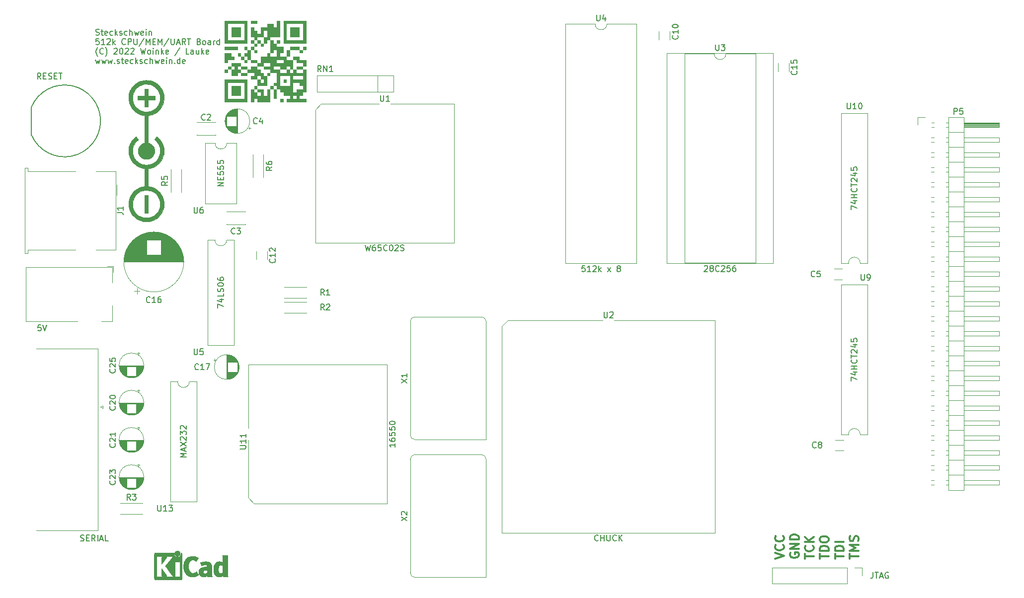
<source format=gbr>
%TF.GenerationSoftware,KiCad,Pcbnew,6.0.5-a6ca702e91~116~ubuntu20.04.1*%
%TF.CreationDate,2022-05-16T22:00:56+02:00*%
%TF.ProjectId,cpu_mem_cpld,6370755f-6d65-46d5-9f63-706c642e6b69,rev?*%
%TF.SameCoordinates,Original*%
%TF.FileFunction,Legend,Top*%
%TF.FilePolarity,Positive*%
%FSLAX46Y46*%
G04 Gerber Fmt 4.6, Leading zero omitted, Abs format (unit mm)*
G04 Created by KiCad (PCBNEW 6.0.5-a6ca702e91~116~ubuntu20.04.1) date 2022-05-16 22:00:56*
%MOMM*%
%LPD*%
G01*
G04 APERTURE LIST*
%ADD10C,0.150000*%
%ADD11C,0.300000*%
%ADD12C,0.010000*%
%ADD13C,0.120000*%
G04 APERTURE END LIST*
D10*
X73947976Y-50059761D02*
X74090833Y-50107380D01*
X74328928Y-50107380D01*
X74424166Y-50059761D01*
X74471785Y-50012142D01*
X74519404Y-49916904D01*
X74519404Y-49821666D01*
X74471785Y-49726428D01*
X74424166Y-49678809D01*
X74328928Y-49631190D01*
X74138452Y-49583571D01*
X74043214Y-49535952D01*
X73995595Y-49488333D01*
X73947976Y-49393095D01*
X73947976Y-49297857D01*
X73995595Y-49202619D01*
X74043214Y-49155000D01*
X74138452Y-49107380D01*
X74376547Y-49107380D01*
X74519404Y-49155000D01*
X74805119Y-49440714D02*
X75186071Y-49440714D01*
X74947976Y-49107380D02*
X74947976Y-49964523D01*
X74995595Y-50059761D01*
X75090833Y-50107380D01*
X75186071Y-50107380D01*
X75900357Y-50059761D02*
X75805119Y-50107380D01*
X75614642Y-50107380D01*
X75519404Y-50059761D01*
X75471785Y-49964523D01*
X75471785Y-49583571D01*
X75519404Y-49488333D01*
X75614642Y-49440714D01*
X75805119Y-49440714D01*
X75900357Y-49488333D01*
X75947976Y-49583571D01*
X75947976Y-49678809D01*
X75471785Y-49774047D01*
X76805119Y-50059761D02*
X76709880Y-50107380D01*
X76519404Y-50107380D01*
X76424166Y-50059761D01*
X76376547Y-50012142D01*
X76328928Y-49916904D01*
X76328928Y-49631190D01*
X76376547Y-49535952D01*
X76424166Y-49488333D01*
X76519404Y-49440714D01*
X76709880Y-49440714D01*
X76805119Y-49488333D01*
X77233690Y-50107380D02*
X77233690Y-49107380D01*
X77328928Y-49726428D02*
X77614642Y-50107380D01*
X77614642Y-49440714D02*
X77233690Y-49821666D01*
X77995595Y-50059761D02*
X78090833Y-50107380D01*
X78281309Y-50107380D01*
X78376547Y-50059761D01*
X78424166Y-49964523D01*
X78424166Y-49916904D01*
X78376547Y-49821666D01*
X78281309Y-49774047D01*
X78138452Y-49774047D01*
X78043214Y-49726428D01*
X77995595Y-49631190D01*
X77995595Y-49583571D01*
X78043214Y-49488333D01*
X78138452Y-49440714D01*
X78281309Y-49440714D01*
X78376547Y-49488333D01*
X79281309Y-50059761D02*
X79186071Y-50107380D01*
X78995595Y-50107380D01*
X78900357Y-50059761D01*
X78852738Y-50012142D01*
X78805119Y-49916904D01*
X78805119Y-49631190D01*
X78852738Y-49535952D01*
X78900357Y-49488333D01*
X78995595Y-49440714D01*
X79186071Y-49440714D01*
X79281309Y-49488333D01*
X79709880Y-50107380D02*
X79709880Y-49107380D01*
X80138452Y-50107380D02*
X80138452Y-49583571D01*
X80090833Y-49488333D01*
X79995595Y-49440714D01*
X79852738Y-49440714D01*
X79757500Y-49488333D01*
X79709880Y-49535952D01*
X80519404Y-49440714D02*
X80709880Y-50107380D01*
X80900357Y-49631190D01*
X81090833Y-50107380D01*
X81281309Y-49440714D01*
X82043214Y-50059761D02*
X81947976Y-50107380D01*
X81757500Y-50107380D01*
X81662261Y-50059761D01*
X81614642Y-49964523D01*
X81614642Y-49583571D01*
X81662261Y-49488333D01*
X81757500Y-49440714D01*
X81947976Y-49440714D01*
X82043214Y-49488333D01*
X82090833Y-49583571D01*
X82090833Y-49678809D01*
X81614642Y-49774047D01*
X82519404Y-50107380D02*
X82519404Y-49440714D01*
X82519404Y-49107380D02*
X82471785Y-49155000D01*
X82519404Y-49202619D01*
X82567023Y-49155000D01*
X82519404Y-49107380D01*
X82519404Y-49202619D01*
X82995595Y-49440714D02*
X82995595Y-50107380D01*
X82995595Y-49535952D02*
X83043214Y-49488333D01*
X83138452Y-49440714D01*
X83281309Y-49440714D01*
X83376547Y-49488333D01*
X83424166Y-49583571D01*
X83424166Y-50107380D01*
X74471785Y-50717380D02*
X73995595Y-50717380D01*
X73947976Y-51193571D01*
X73995595Y-51145952D01*
X74090833Y-51098333D01*
X74328928Y-51098333D01*
X74424166Y-51145952D01*
X74471785Y-51193571D01*
X74519404Y-51288809D01*
X74519404Y-51526904D01*
X74471785Y-51622142D01*
X74424166Y-51669761D01*
X74328928Y-51717380D01*
X74090833Y-51717380D01*
X73995595Y-51669761D01*
X73947976Y-51622142D01*
X75471785Y-51717380D02*
X74900357Y-51717380D01*
X75186071Y-51717380D02*
X75186071Y-50717380D01*
X75090833Y-50860238D01*
X74995595Y-50955476D01*
X74900357Y-51003095D01*
X75852738Y-50812619D02*
X75900357Y-50765000D01*
X75995595Y-50717380D01*
X76233690Y-50717380D01*
X76328928Y-50765000D01*
X76376547Y-50812619D01*
X76424166Y-50907857D01*
X76424166Y-51003095D01*
X76376547Y-51145952D01*
X75805119Y-51717380D01*
X76424166Y-51717380D01*
X76852738Y-51717380D02*
X76852738Y-50717380D01*
X76947976Y-51336428D02*
X77233690Y-51717380D01*
X77233690Y-51050714D02*
X76852738Y-51431666D01*
X78995595Y-51622142D02*
X78947976Y-51669761D01*
X78805119Y-51717380D01*
X78709880Y-51717380D01*
X78567023Y-51669761D01*
X78471785Y-51574523D01*
X78424166Y-51479285D01*
X78376547Y-51288809D01*
X78376547Y-51145952D01*
X78424166Y-50955476D01*
X78471785Y-50860238D01*
X78567023Y-50765000D01*
X78709880Y-50717380D01*
X78805119Y-50717380D01*
X78947976Y-50765000D01*
X78995595Y-50812619D01*
X79424166Y-51717380D02*
X79424166Y-50717380D01*
X79805119Y-50717380D01*
X79900357Y-50765000D01*
X79947976Y-50812619D01*
X79995595Y-50907857D01*
X79995595Y-51050714D01*
X79947976Y-51145952D01*
X79900357Y-51193571D01*
X79805119Y-51241190D01*
X79424166Y-51241190D01*
X80424166Y-50717380D02*
X80424166Y-51526904D01*
X80471785Y-51622142D01*
X80519404Y-51669761D01*
X80614642Y-51717380D01*
X80805119Y-51717380D01*
X80900357Y-51669761D01*
X80947976Y-51622142D01*
X80995595Y-51526904D01*
X80995595Y-50717380D01*
X82186071Y-50669761D02*
X81328928Y-51955476D01*
X82519404Y-51717380D02*
X82519404Y-50717380D01*
X82852738Y-51431666D01*
X83186071Y-50717380D01*
X83186071Y-51717380D01*
X83662261Y-51193571D02*
X83995595Y-51193571D01*
X84138452Y-51717380D02*
X83662261Y-51717380D01*
X83662261Y-50717380D01*
X84138452Y-50717380D01*
X84567023Y-51717380D02*
X84567023Y-50717380D01*
X84900357Y-51431666D01*
X85233690Y-50717380D01*
X85233690Y-51717380D01*
X86424166Y-50669761D02*
X85567023Y-51955476D01*
X86757500Y-50717380D02*
X86757500Y-51526904D01*
X86805119Y-51622142D01*
X86852738Y-51669761D01*
X86947976Y-51717380D01*
X87138452Y-51717380D01*
X87233690Y-51669761D01*
X87281309Y-51622142D01*
X87328928Y-51526904D01*
X87328928Y-50717380D01*
X87757500Y-51431666D02*
X88233690Y-51431666D01*
X87662261Y-51717380D02*
X87995595Y-50717380D01*
X88328928Y-51717380D01*
X89233690Y-51717380D02*
X88900357Y-51241190D01*
X88662261Y-51717380D02*
X88662261Y-50717380D01*
X89043214Y-50717380D01*
X89138452Y-50765000D01*
X89186071Y-50812619D01*
X89233690Y-50907857D01*
X89233690Y-51050714D01*
X89186071Y-51145952D01*
X89138452Y-51193571D01*
X89043214Y-51241190D01*
X88662261Y-51241190D01*
X89519404Y-50717380D02*
X90090833Y-50717380D01*
X89805119Y-51717380D02*
X89805119Y-50717380D01*
X91519404Y-51193571D02*
X91662261Y-51241190D01*
X91709880Y-51288809D01*
X91757500Y-51384047D01*
X91757500Y-51526904D01*
X91709880Y-51622142D01*
X91662261Y-51669761D01*
X91567023Y-51717380D01*
X91186071Y-51717380D01*
X91186071Y-50717380D01*
X91519404Y-50717380D01*
X91614642Y-50765000D01*
X91662261Y-50812619D01*
X91709880Y-50907857D01*
X91709880Y-51003095D01*
X91662261Y-51098333D01*
X91614642Y-51145952D01*
X91519404Y-51193571D01*
X91186071Y-51193571D01*
X92328928Y-51717380D02*
X92233690Y-51669761D01*
X92186071Y-51622142D01*
X92138452Y-51526904D01*
X92138452Y-51241190D01*
X92186071Y-51145952D01*
X92233690Y-51098333D01*
X92328928Y-51050714D01*
X92471785Y-51050714D01*
X92567023Y-51098333D01*
X92614642Y-51145952D01*
X92662261Y-51241190D01*
X92662261Y-51526904D01*
X92614642Y-51622142D01*
X92567023Y-51669761D01*
X92471785Y-51717380D01*
X92328928Y-51717380D01*
X93519404Y-51717380D02*
X93519404Y-51193571D01*
X93471785Y-51098333D01*
X93376547Y-51050714D01*
X93186071Y-51050714D01*
X93090833Y-51098333D01*
X93519404Y-51669761D02*
X93424166Y-51717380D01*
X93186071Y-51717380D01*
X93090833Y-51669761D01*
X93043214Y-51574523D01*
X93043214Y-51479285D01*
X93090833Y-51384047D01*
X93186071Y-51336428D01*
X93424166Y-51336428D01*
X93519404Y-51288809D01*
X93995595Y-51717380D02*
X93995595Y-51050714D01*
X93995595Y-51241190D02*
X94043214Y-51145952D01*
X94090833Y-51098333D01*
X94186071Y-51050714D01*
X94281309Y-51050714D01*
X95043214Y-51717380D02*
X95043214Y-50717380D01*
X95043214Y-51669761D02*
X94947976Y-51717380D01*
X94757500Y-51717380D01*
X94662261Y-51669761D01*
X94614642Y-51622142D01*
X94567023Y-51526904D01*
X94567023Y-51241190D01*
X94614642Y-51145952D01*
X94662261Y-51098333D01*
X94757500Y-51050714D01*
X94947976Y-51050714D01*
X95043214Y-51098333D01*
X74281309Y-53708333D02*
X74233690Y-53660714D01*
X74138452Y-53517857D01*
X74090833Y-53422619D01*
X74043214Y-53279761D01*
X73995595Y-53041666D01*
X73995595Y-52851190D01*
X74043214Y-52613095D01*
X74090833Y-52470238D01*
X74138452Y-52375000D01*
X74233690Y-52232142D01*
X74281309Y-52184523D01*
X75233690Y-53232142D02*
X75186071Y-53279761D01*
X75043214Y-53327380D01*
X74947976Y-53327380D01*
X74805119Y-53279761D01*
X74709880Y-53184523D01*
X74662261Y-53089285D01*
X74614642Y-52898809D01*
X74614642Y-52755952D01*
X74662261Y-52565476D01*
X74709880Y-52470238D01*
X74805119Y-52375000D01*
X74947976Y-52327380D01*
X75043214Y-52327380D01*
X75186071Y-52375000D01*
X75233690Y-52422619D01*
X75567023Y-53708333D02*
X75614642Y-53660714D01*
X75709880Y-53517857D01*
X75757500Y-53422619D01*
X75805119Y-53279761D01*
X75852738Y-53041666D01*
X75852738Y-52851190D01*
X75805119Y-52613095D01*
X75757500Y-52470238D01*
X75709880Y-52375000D01*
X75614642Y-52232142D01*
X75567023Y-52184523D01*
X77043214Y-52422619D02*
X77090833Y-52375000D01*
X77186071Y-52327380D01*
X77424166Y-52327380D01*
X77519404Y-52375000D01*
X77567023Y-52422619D01*
X77614642Y-52517857D01*
X77614642Y-52613095D01*
X77567023Y-52755952D01*
X76995595Y-53327380D01*
X77614642Y-53327380D01*
X78233690Y-52327380D02*
X78328928Y-52327380D01*
X78424166Y-52375000D01*
X78471785Y-52422619D01*
X78519404Y-52517857D01*
X78567023Y-52708333D01*
X78567023Y-52946428D01*
X78519404Y-53136904D01*
X78471785Y-53232142D01*
X78424166Y-53279761D01*
X78328928Y-53327380D01*
X78233690Y-53327380D01*
X78138452Y-53279761D01*
X78090833Y-53232142D01*
X78043214Y-53136904D01*
X77995595Y-52946428D01*
X77995595Y-52708333D01*
X78043214Y-52517857D01*
X78090833Y-52422619D01*
X78138452Y-52375000D01*
X78233690Y-52327380D01*
X78947976Y-52422619D02*
X78995595Y-52375000D01*
X79090833Y-52327380D01*
X79328928Y-52327380D01*
X79424166Y-52375000D01*
X79471785Y-52422619D01*
X79519404Y-52517857D01*
X79519404Y-52613095D01*
X79471785Y-52755952D01*
X78900357Y-53327380D01*
X79519404Y-53327380D01*
X79900357Y-52422619D02*
X79947976Y-52375000D01*
X80043214Y-52327380D01*
X80281309Y-52327380D01*
X80376547Y-52375000D01*
X80424166Y-52422619D01*
X80471785Y-52517857D01*
X80471785Y-52613095D01*
X80424166Y-52755952D01*
X79852738Y-53327380D01*
X80471785Y-53327380D01*
X81567023Y-52327380D02*
X81805119Y-53327380D01*
X81995595Y-52613095D01*
X82186071Y-53327380D01*
X82424166Y-52327380D01*
X82947976Y-53327380D02*
X82852738Y-53279761D01*
X82805119Y-53232142D01*
X82757500Y-53136904D01*
X82757500Y-52851190D01*
X82805119Y-52755952D01*
X82852738Y-52708333D01*
X82947976Y-52660714D01*
X83090833Y-52660714D01*
X83186071Y-52708333D01*
X83233690Y-52755952D01*
X83281309Y-52851190D01*
X83281309Y-53136904D01*
X83233690Y-53232142D01*
X83186071Y-53279761D01*
X83090833Y-53327380D01*
X82947976Y-53327380D01*
X83709880Y-53327380D02*
X83709880Y-52660714D01*
X83709880Y-52327380D02*
X83662261Y-52375000D01*
X83709880Y-52422619D01*
X83757500Y-52375000D01*
X83709880Y-52327380D01*
X83709880Y-52422619D01*
X84186071Y-52660714D02*
X84186071Y-53327380D01*
X84186071Y-52755952D02*
X84233690Y-52708333D01*
X84328928Y-52660714D01*
X84471785Y-52660714D01*
X84567023Y-52708333D01*
X84614642Y-52803571D01*
X84614642Y-53327380D01*
X85090833Y-53327380D02*
X85090833Y-52327380D01*
X85186071Y-52946428D02*
X85471785Y-53327380D01*
X85471785Y-52660714D02*
X85090833Y-53041666D01*
X86281309Y-53279761D02*
X86186071Y-53327380D01*
X85995595Y-53327380D01*
X85900357Y-53279761D01*
X85852738Y-53184523D01*
X85852738Y-52803571D01*
X85900357Y-52708333D01*
X85995595Y-52660714D01*
X86186071Y-52660714D01*
X86281309Y-52708333D01*
X86328928Y-52803571D01*
X86328928Y-52898809D01*
X85852738Y-52994047D01*
X88233690Y-52279761D02*
X87376547Y-53565476D01*
X89805119Y-53327380D02*
X89328928Y-53327380D01*
X89328928Y-52327380D01*
X90567023Y-53327380D02*
X90567023Y-52803571D01*
X90519404Y-52708333D01*
X90424166Y-52660714D01*
X90233690Y-52660714D01*
X90138452Y-52708333D01*
X90567023Y-53279761D02*
X90471785Y-53327380D01*
X90233690Y-53327380D01*
X90138452Y-53279761D01*
X90090833Y-53184523D01*
X90090833Y-53089285D01*
X90138452Y-52994047D01*
X90233690Y-52946428D01*
X90471785Y-52946428D01*
X90567023Y-52898809D01*
X91471785Y-52660714D02*
X91471785Y-53327380D01*
X91043214Y-52660714D02*
X91043214Y-53184523D01*
X91090833Y-53279761D01*
X91186071Y-53327380D01*
X91328928Y-53327380D01*
X91424166Y-53279761D01*
X91471785Y-53232142D01*
X91947976Y-53327380D02*
X91947976Y-52327380D01*
X92043214Y-52946428D02*
X92328928Y-53327380D01*
X92328928Y-52660714D02*
X91947976Y-53041666D01*
X93138452Y-53279761D02*
X93043214Y-53327380D01*
X92852738Y-53327380D01*
X92757500Y-53279761D01*
X92709880Y-53184523D01*
X92709880Y-52803571D01*
X92757500Y-52708333D01*
X92852738Y-52660714D01*
X93043214Y-52660714D01*
X93138452Y-52708333D01*
X93186071Y-52803571D01*
X93186071Y-52898809D01*
X92709880Y-52994047D01*
X73900357Y-54270714D02*
X74090833Y-54937380D01*
X74281309Y-54461190D01*
X74471785Y-54937380D01*
X74662261Y-54270714D01*
X74947976Y-54270714D02*
X75138452Y-54937380D01*
X75328928Y-54461190D01*
X75519404Y-54937380D01*
X75709880Y-54270714D01*
X75995595Y-54270714D02*
X76186071Y-54937380D01*
X76376547Y-54461190D01*
X76567023Y-54937380D01*
X76757500Y-54270714D01*
X77138452Y-54842142D02*
X77186071Y-54889761D01*
X77138452Y-54937380D01*
X77090833Y-54889761D01*
X77138452Y-54842142D01*
X77138452Y-54937380D01*
X77567023Y-54889761D02*
X77662261Y-54937380D01*
X77852738Y-54937380D01*
X77947976Y-54889761D01*
X77995595Y-54794523D01*
X77995595Y-54746904D01*
X77947976Y-54651666D01*
X77852738Y-54604047D01*
X77709880Y-54604047D01*
X77614642Y-54556428D01*
X77567023Y-54461190D01*
X77567023Y-54413571D01*
X77614642Y-54318333D01*
X77709880Y-54270714D01*
X77852738Y-54270714D01*
X77947976Y-54318333D01*
X78281309Y-54270714D02*
X78662261Y-54270714D01*
X78424166Y-53937380D02*
X78424166Y-54794523D01*
X78471785Y-54889761D01*
X78567023Y-54937380D01*
X78662261Y-54937380D01*
X79376547Y-54889761D02*
X79281309Y-54937380D01*
X79090833Y-54937380D01*
X78995595Y-54889761D01*
X78947976Y-54794523D01*
X78947976Y-54413571D01*
X78995595Y-54318333D01*
X79090833Y-54270714D01*
X79281309Y-54270714D01*
X79376547Y-54318333D01*
X79424166Y-54413571D01*
X79424166Y-54508809D01*
X78947976Y-54604047D01*
X80281309Y-54889761D02*
X80186071Y-54937380D01*
X79995595Y-54937380D01*
X79900357Y-54889761D01*
X79852738Y-54842142D01*
X79805119Y-54746904D01*
X79805119Y-54461190D01*
X79852738Y-54365952D01*
X79900357Y-54318333D01*
X79995595Y-54270714D01*
X80186071Y-54270714D01*
X80281309Y-54318333D01*
X80709880Y-54937380D02*
X80709880Y-53937380D01*
X80805119Y-54556428D02*
X81090833Y-54937380D01*
X81090833Y-54270714D02*
X80709880Y-54651666D01*
X81471785Y-54889761D02*
X81567023Y-54937380D01*
X81757500Y-54937380D01*
X81852738Y-54889761D01*
X81900357Y-54794523D01*
X81900357Y-54746904D01*
X81852738Y-54651666D01*
X81757500Y-54604047D01*
X81614642Y-54604047D01*
X81519404Y-54556428D01*
X81471785Y-54461190D01*
X81471785Y-54413571D01*
X81519404Y-54318333D01*
X81614642Y-54270714D01*
X81757500Y-54270714D01*
X81852738Y-54318333D01*
X82757500Y-54889761D02*
X82662261Y-54937380D01*
X82471785Y-54937380D01*
X82376547Y-54889761D01*
X82328928Y-54842142D01*
X82281309Y-54746904D01*
X82281309Y-54461190D01*
X82328928Y-54365952D01*
X82376547Y-54318333D01*
X82471785Y-54270714D01*
X82662261Y-54270714D01*
X82757500Y-54318333D01*
X83186071Y-54937380D02*
X83186071Y-53937380D01*
X83614642Y-54937380D02*
X83614642Y-54413571D01*
X83567023Y-54318333D01*
X83471785Y-54270714D01*
X83328928Y-54270714D01*
X83233690Y-54318333D01*
X83186071Y-54365952D01*
X83995595Y-54270714D02*
X84186071Y-54937380D01*
X84376547Y-54461190D01*
X84567023Y-54937380D01*
X84757500Y-54270714D01*
X85519404Y-54889761D02*
X85424166Y-54937380D01*
X85233690Y-54937380D01*
X85138452Y-54889761D01*
X85090833Y-54794523D01*
X85090833Y-54413571D01*
X85138452Y-54318333D01*
X85233690Y-54270714D01*
X85424166Y-54270714D01*
X85519404Y-54318333D01*
X85567023Y-54413571D01*
X85567023Y-54508809D01*
X85090833Y-54604047D01*
X85995595Y-54937380D02*
X85995595Y-54270714D01*
X85995595Y-53937380D02*
X85947976Y-53985000D01*
X85995595Y-54032619D01*
X86043214Y-53985000D01*
X85995595Y-53937380D01*
X85995595Y-54032619D01*
X86471785Y-54270714D02*
X86471785Y-54937380D01*
X86471785Y-54365952D02*
X86519404Y-54318333D01*
X86614642Y-54270714D01*
X86757500Y-54270714D01*
X86852738Y-54318333D01*
X86900357Y-54413571D01*
X86900357Y-54937380D01*
X87376547Y-54842142D02*
X87424166Y-54889761D01*
X87376547Y-54937380D01*
X87328928Y-54889761D01*
X87376547Y-54842142D01*
X87376547Y-54937380D01*
X88281309Y-54937380D02*
X88281309Y-53937380D01*
X88281309Y-54889761D02*
X88186071Y-54937380D01*
X87995595Y-54937380D01*
X87900357Y-54889761D01*
X87852738Y-54842142D01*
X87805119Y-54746904D01*
X87805119Y-54461190D01*
X87852738Y-54365952D01*
X87900357Y-54318333D01*
X87995595Y-54270714D01*
X88186071Y-54270714D01*
X88281309Y-54318333D01*
X89138452Y-54889761D02*
X89043214Y-54937380D01*
X88852738Y-54937380D01*
X88757500Y-54889761D01*
X88709880Y-54794523D01*
X88709880Y-54413571D01*
X88757500Y-54318333D01*
X88852738Y-54270714D01*
X89043214Y-54270714D01*
X89138452Y-54318333D01*
X89186071Y-54413571D01*
X89186071Y-54508809D01*
X88709880Y-54604047D01*
D11*
X197298571Y-139362142D02*
X197298571Y-138505000D01*
X198798571Y-138933571D02*
X197298571Y-138933571D01*
X198798571Y-138005000D02*
X197298571Y-138005000D01*
X197298571Y-137647857D01*
X197370000Y-137433571D01*
X197512857Y-137290714D01*
X197655714Y-137219285D01*
X197941428Y-137147857D01*
X198155714Y-137147857D01*
X198441428Y-137219285D01*
X198584285Y-137290714D01*
X198727142Y-137433571D01*
X198798571Y-137647857D01*
X198798571Y-138005000D01*
X197298571Y-136219285D02*
X197298571Y-135933571D01*
X197370000Y-135790714D01*
X197512857Y-135647857D01*
X197798571Y-135576428D01*
X198298571Y-135576428D01*
X198584285Y-135647857D01*
X198727142Y-135790714D01*
X198798571Y-135933571D01*
X198798571Y-136219285D01*
X198727142Y-136362142D01*
X198584285Y-136505000D01*
X198298571Y-136576428D01*
X197798571Y-136576428D01*
X197512857Y-136505000D01*
X197370000Y-136362142D01*
X197298571Y-136219285D01*
X202378571Y-139362142D02*
X202378571Y-138505000D01*
X203878571Y-138933571D02*
X202378571Y-138933571D01*
X203878571Y-138005000D02*
X202378571Y-138005000D01*
X203450000Y-137505000D01*
X202378571Y-137005000D01*
X203878571Y-137005000D01*
X203807142Y-136362142D02*
X203878571Y-136147857D01*
X203878571Y-135790714D01*
X203807142Y-135647857D01*
X203735714Y-135576428D01*
X203592857Y-135505000D01*
X203450000Y-135505000D01*
X203307142Y-135576428D01*
X203235714Y-135647857D01*
X203164285Y-135790714D01*
X203092857Y-136076428D01*
X203021428Y-136219285D01*
X202950000Y-136290714D01*
X202807142Y-136362142D01*
X202664285Y-136362142D01*
X202521428Y-136290714D01*
X202450000Y-136219285D01*
X202378571Y-136076428D01*
X202378571Y-135719285D01*
X202450000Y-135505000D01*
X189678571Y-139362142D02*
X191178571Y-138862142D01*
X189678571Y-138362142D01*
X191035714Y-137005000D02*
X191107142Y-137076428D01*
X191178571Y-137290714D01*
X191178571Y-137433571D01*
X191107142Y-137647857D01*
X190964285Y-137790714D01*
X190821428Y-137862142D01*
X190535714Y-137933571D01*
X190321428Y-137933571D01*
X190035714Y-137862142D01*
X189892857Y-137790714D01*
X189750000Y-137647857D01*
X189678571Y-137433571D01*
X189678571Y-137290714D01*
X189750000Y-137076428D01*
X189821428Y-137005000D01*
X191035714Y-135505000D02*
X191107142Y-135576428D01*
X191178571Y-135790714D01*
X191178571Y-135933571D01*
X191107142Y-136147857D01*
X190964285Y-136290714D01*
X190821428Y-136362142D01*
X190535714Y-136433571D01*
X190321428Y-136433571D01*
X190035714Y-136362142D01*
X189892857Y-136290714D01*
X189750000Y-136147857D01*
X189678571Y-135933571D01*
X189678571Y-135790714D01*
X189750000Y-135576428D01*
X189821428Y-135505000D01*
X192290000Y-138362142D02*
X192218571Y-138505000D01*
X192218571Y-138719285D01*
X192290000Y-138933571D01*
X192432857Y-139076428D01*
X192575714Y-139147857D01*
X192861428Y-139219285D01*
X193075714Y-139219285D01*
X193361428Y-139147857D01*
X193504285Y-139076428D01*
X193647142Y-138933571D01*
X193718571Y-138719285D01*
X193718571Y-138576428D01*
X193647142Y-138362142D01*
X193575714Y-138290714D01*
X193075714Y-138290714D01*
X193075714Y-138576428D01*
X193718571Y-137647857D02*
X192218571Y-137647857D01*
X193718571Y-136790714D01*
X192218571Y-136790714D01*
X193718571Y-136076428D02*
X192218571Y-136076428D01*
X192218571Y-135719285D01*
X192290000Y-135505000D01*
X192432857Y-135362142D01*
X192575714Y-135290714D01*
X192861428Y-135219285D01*
X193075714Y-135219285D01*
X193361428Y-135290714D01*
X193504285Y-135362142D01*
X193647142Y-135505000D01*
X193718571Y-135719285D01*
X193718571Y-136076428D01*
X194758571Y-139362142D02*
X194758571Y-138505000D01*
X196258571Y-138933571D02*
X194758571Y-138933571D01*
X196115714Y-137147857D02*
X196187142Y-137219285D01*
X196258571Y-137433571D01*
X196258571Y-137576428D01*
X196187142Y-137790714D01*
X196044285Y-137933571D01*
X195901428Y-138005000D01*
X195615714Y-138076428D01*
X195401428Y-138076428D01*
X195115714Y-138005000D01*
X194972857Y-137933571D01*
X194830000Y-137790714D01*
X194758571Y-137576428D01*
X194758571Y-137433571D01*
X194830000Y-137219285D01*
X194901428Y-137147857D01*
X196258571Y-136505000D02*
X194758571Y-136505000D01*
X196258571Y-135647857D02*
X195401428Y-136290714D01*
X194758571Y-135647857D02*
X195615714Y-136505000D01*
X199901071Y-139362142D02*
X199901071Y-138505000D01*
X201401071Y-138933571D02*
X199901071Y-138933571D01*
X201401071Y-138005000D02*
X199901071Y-138005000D01*
X199901071Y-137647857D01*
X199972500Y-137433571D01*
X200115357Y-137290714D01*
X200258214Y-137219285D01*
X200543928Y-137147857D01*
X200758214Y-137147857D01*
X201043928Y-137219285D01*
X201186785Y-137290714D01*
X201329642Y-137433571D01*
X201401071Y-137647857D01*
X201401071Y-138005000D01*
X201401071Y-136505000D02*
X199901071Y-136505000D01*
D10*
%TO.C,P5*%
X220181904Y-63587380D02*
X220181904Y-62587380D01*
X220562857Y-62587380D01*
X220658095Y-62635000D01*
X220705714Y-62682619D01*
X220753333Y-62777857D01*
X220753333Y-62920714D01*
X220705714Y-63015952D01*
X220658095Y-63063571D01*
X220562857Y-63111190D01*
X220181904Y-63111190D01*
X221658095Y-62587380D02*
X221181904Y-62587380D01*
X221134285Y-63063571D01*
X221181904Y-63015952D01*
X221277142Y-62968333D01*
X221515238Y-62968333D01*
X221610476Y-63015952D01*
X221658095Y-63063571D01*
X221705714Y-63158809D01*
X221705714Y-63396904D01*
X221658095Y-63492142D01*
X221610476Y-63539761D01*
X221515238Y-63587380D01*
X221277142Y-63587380D01*
X221181904Y-63539761D01*
X221134285Y-63492142D01*
%TO.C,C10*%
X173077142Y-50172857D02*
X173124761Y-50220476D01*
X173172380Y-50363333D01*
X173172380Y-50458571D01*
X173124761Y-50601428D01*
X173029523Y-50696666D01*
X172934285Y-50744285D01*
X172743809Y-50791904D01*
X172600952Y-50791904D01*
X172410476Y-50744285D01*
X172315238Y-50696666D01*
X172220000Y-50601428D01*
X172172380Y-50458571D01*
X172172380Y-50363333D01*
X172220000Y-50220476D01*
X172267619Y-50172857D01*
X173172380Y-49220476D02*
X173172380Y-49791904D01*
X173172380Y-49506190D02*
X172172380Y-49506190D01*
X172315238Y-49601428D01*
X172410476Y-49696666D01*
X172458095Y-49791904D01*
X172172380Y-48601428D02*
X172172380Y-48506190D01*
X172220000Y-48410952D01*
X172267619Y-48363333D01*
X172362857Y-48315714D01*
X172553333Y-48268095D01*
X172791428Y-48268095D01*
X172981904Y-48315714D01*
X173077142Y-48363333D01*
X173124761Y-48410952D01*
X173172380Y-48506190D01*
X173172380Y-48601428D01*
X173124761Y-48696666D01*
X173077142Y-48744285D01*
X172981904Y-48791904D01*
X172791428Y-48839523D01*
X172553333Y-48839523D01*
X172362857Y-48791904D01*
X172267619Y-48744285D01*
X172220000Y-48696666D01*
X172172380Y-48601428D01*
%TO.C,R2*%
X112863333Y-96972380D02*
X112530000Y-96496190D01*
X112291904Y-96972380D02*
X112291904Y-95972380D01*
X112672857Y-95972380D01*
X112768095Y-96020000D01*
X112815714Y-96067619D01*
X112863333Y-96162857D01*
X112863333Y-96305714D01*
X112815714Y-96400952D01*
X112768095Y-96448571D01*
X112672857Y-96496190D01*
X112291904Y-96496190D01*
X113244285Y-96067619D02*
X113291904Y-96020000D01*
X113387142Y-95972380D01*
X113625238Y-95972380D01*
X113720476Y-96020000D01*
X113768095Y-96067619D01*
X113815714Y-96162857D01*
X113815714Y-96258095D01*
X113768095Y-96400952D01*
X113196666Y-96972380D01*
X113815714Y-96972380D01*
%TO.C,R5*%
X86162380Y-75096666D02*
X85686190Y-75430000D01*
X86162380Y-75668095D02*
X85162380Y-75668095D01*
X85162380Y-75287142D01*
X85210000Y-75191904D01*
X85257619Y-75144285D01*
X85352857Y-75096666D01*
X85495714Y-75096666D01*
X85590952Y-75144285D01*
X85638571Y-75191904D01*
X85686190Y-75287142D01*
X85686190Y-75668095D01*
X85162380Y-74191904D02*
X85162380Y-74668095D01*
X85638571Y-74715714D01*
X85590952Y-74668095D01*
X85543333Y-74572857D01*
X85543333Y-74334761D01*
X85590952Y-74239523D01*
X85638571Y-74191904D01*
X85733809Y-74144285D01*
X85971904Y-74144285D01*
X86067142Y-74191904D01*
X86114761Y-74239523D01*
X86162380Y-74334761D01*
X86162380Y-74572857D01*
X86114761Y-74668095D01*
X86067142Y-74715714D01*
%TO.C,C25*%
X77192142Y-107052857D02*
X77239761Y-107100476D01*
X77287380Y-107243333D01*
X77287380Y-107338571D01*
X77239761Y-107481428D01*
X77144523Y-107576666D01*
X77049285Y-107624285D01*
X76858809Y-107671904D01*
X76715952Y-107671904D01*
X76525476Y-107624285D01*
X76430238Y-107576666D01*
X76335000Y-107481428D01*
X76287380Y-107338571D01*
X76287380Y-107243333D01*
X76335000Y-107100476D01*
X76382619Y-107052857D01*
X76382619Y-106671904D02*
X76335000Y-106624285D01*
X76287380Y-106529047D01*
X76287380Y-106290952D01*
X76335000Y-106195714D01*
X76382619Y-106148095D01*
X76477857Y-106100476D01*
X76573095Y-106100476D01*
X76715952Y-106148095D01*
X77287380Y-106719523D01*
X77287380Y-106100476D01*
X76287380Y-105195714D02*
X76287380Y-105671904D01*
X76763571Y-105719523D01*
X76715952Y-105671904D01*
X76668333Y-105576666D01*
X76668333Y-105338571D01*
X76715952Y-105243333D01*
X76763571Y-105195714D01*
X76858809Y-105148095D01*
X77096904Y-105148095D01*
X77192142Y-105195714D01*
X77239761Y-105243333D01*
X77287380Y-105338571D01*
X77287380Y-105576666D01*
X77239761Y-105671904D01*
X77192142Y-105719523D01*
%TO.C,U6*%
X90678095Y-79462380D02*
X90678095Y-80271904D01*
X90725714Y-80367142D01*
X90773333Y-80414761D01*
X90868571Y-80462380D01*
X91059047Y-80462380D01*
X91154285Y-80414761D01*
X91201904Y-80367142D01*
X91249523Y-80271904D01*
X91249523Y-79462380D01*
X92154285Y-79462380D02*
X91963809Y-79462380D01*
X91868571Y-79510000D01*
X91820952Y-79557619D01*
X91725714Y-79700476D01*
X91678095Y-79890952D01*
X91678095Y-80271904D01*
X91725714Y-80367142D01*
X91773333Y-80414761D01*
X91868571Y-80462380D01*
X92059047Y-80462380D01*
X92154285Y-80414761D01*
X92201904Y-80367142D01*
X92249523Y-80271904D01*
X92249523Y-80033809D01*
X92201904Y-79938571D01*
X92154285Y-79890952D01*
X92059047Y-79843333D01*
X91868571Y-79843333D01*
X91773333Y-79890952D01*
X91725714Y-79938571D01*
X91678095Y-80033809D01*
X95712380Y-75826666D02*
X94712380Y-75826666D01*
X95712380Y-75255238D01*
X94712380Y-75255238D01*
X95188571Y-74779047D02*
X95188571Y-74445714D01*
X95712380Y-74302857D02*
X95712380Y-74779047D01*
X94712380Y-74779047D01*
X94712380Y-74302857D01*
X94712380Y-73398095D02*
X94712380Y-73874285D01*
X95188571Y-73921904D01*
X95140952Y-73874285D01*
X95093333Y-73779047D01*
X95093333Y-73540952D01*
X95140952Y-73445714D01*
X95188571Y-73398095D01*
X95283809Y-73350476D01*
X95521904Y-73350476D01*
X95617142Y-73398095D01*
X95664761Y-73445714D01*
X95712380Y-73540952D01*
X95712380Y-73779047D01*
X95664761Y-73874285D01*
X95617142Y-73921904D01*
X94712380Y-72445714D02*
X94712380Y-72921904D01*
X95188571Y-72969523D01*
X95140952Y-72921904D01*
X95093333Y-72826666D01*
X95093333Y-72588571D01*
X95140952Y-72493333D01*
X95188571Y-72445714D01*
X95283809Y-72398095D01*
X95521904Y-72398095D01*
X95617142Y-72445714D01*
X95664761Y-72493333D01*
X95712380Y-72588571D01*
X95712380Y-72826666D01*
X95664761Y-72921904D01*
X95617142Y-72969523D01*
X94712380Y-71493333D02*
X94712380Y-71969523D01*
X95188571Y-72017142D01*
X95140952Y-71969523D01*
X95093333Y-71874285D01*
X95093333Y-71636190D01*
X95140952Y-71540952D01*
X95188571Y-71493333D01*
X95283809Y-71445714D01*
X95521904Y-71445714D01*
X95617142Y-71493333D01*
X95664761Y-71540952D01*
X95712380Y-71636190D01*
X95712380Y-71874285D01*
X95664761Y-71969523D01*
X95617142Y-72017142D01*
%TO.C,U11*%
X98512380Y-120618095D02*
X99321904Y-120618095D01*
X99417142Y-120570476D01*
X99464761Y-120522857D01*
X99512380Y-120427619D01*
X99512380Y-120237142D01*
X99464761Y-120141904D01*
X99417142Y-120094285D01*
X99321904Y-120046666D01*
X98512380Y-120046666D01*
X99512380Y-119046666D02*
X99512380Y-119618095D01*
X99512380Y-119332380D02*
X98512380Y-119332380D01*
X98655238Y-119427619D01*
X98750476Y-119522857D01*
X98798095Y-119618095D01*
X99512380Y-118094285D02*
X99512380Y-118665714D01*
X99512380Y-118380000D02*
X98512380Y-118380000D01*
X98655238Y-118475238D01*
X98750476Y-118570476D01*
X98798095Y-118665714D01*
X124962380Y-119729047D02*
X124962380Y-120300476D01*
X124962380Y-120014761D02*
X123962380Y-120014761D01*
X124105238Y-120110000D01*
X124200476Y-120205238D01*
X124248095Y-120300476D01*
X123962380Y-118871904D02*
X123962380Y-119062380D01*
X124010000Y-119157619D01*
X124057619Y-119205238D01*
X124200476Y-119300476D01*
X124390952Y-119348095D01*
X124771904Y-119348095D01*
X124867142Y-119300476D01*
X124914761Y-119252857D01*
X124962380Y-119157619D01*
X124962380Y-118967142D01*
X124914761Y-118871904D01*
X124867142Y-118824285D01*
X124771904Y-118776666D01*
X124533809Y-118776666D01*
X124438571Y-118824285D01*
X124390952Y-118871904D01*
X124343333Y-118967142D01*
X124343333Y-119157619D01*
X124390952Y-119252857D01*
X124438571Y-119300476D01*
X124533809Y-119348095D01*
X123962380Y-117871904D02*
X123962380Y-118348095D01*
X124438571Y-118395714D01*
X124390952Y-118348095D01*
X124343333Y-118252857D01*
X124343333Y-118014761D01*
X124390952Y-117919523D01*
X124438571Y-117871904D01*
X124533809Y-117824285D01*
X124771904Y-117824285D01*
X124867142Y-117871904D01*
X124914761Y-117919523D01*
X124962380Y-118014761D01*
X124962380Y-118252857D01*
X124914761Y-118348095D01*
X124867142Y-118395714D01*
X123962380Y-116919523D02*
X123962380Y-117395714D01*
X124438571Y-117443333D01*
X124390952Y-117395714D01*
X124343333Y-117300476D01*
X124343333Y-117062380D01*
X124390952Y-116967142D01*
X124438571Y-116919523D01*
X124533809Y-116871904D01*
X124771904Y-116871904D01*
X124867142Y-116919523D01*
X124914761Y-116967142D01*
X124962380Y-117062380D01*
X124962380Y-117300476D01*
X124914761Y-117395714D01*
X124867142Y-117443333D01*
X123962380Y-116252857D02*
X123962380Y-116157619D01*
X124010000Y-116062380D01*
X124057619Y-116014761D01*
X124152857Y-115967142D01*
X124343333Y-115919523D01*
X124581428Y-115919523D01*
X124771904Y-115967142D01*
X124867142Y-116014761D01*
X124914761Y-116062380D01*
X124962380Y-116157619D01*
X124962380Y-116252857D01*
X124914761Y-116348095D01*
X124867142Y-116395714D01*
X124771904Y-116443333D01*
X124581428Y-116490952D01*
X124343333Y-116490952D01*
X124152857Y-116443333D01*
X124057619Y-116395714D01*
X124010000Y-116348095D01*
X123962380Y-116252857D01*
%TO.C,JTAG*%
X206361309Y-141692380D02*
X206361309Y-142406666D01*
X206313690Y-142549523D01*
X206218452Y-142644761D01*
X206075595Y-142692380D01*
X205980357Y-142692380D01*
X206694642Y-141692380D02*
X207266071Y-141692380D01*
X206980357Y-142692380D02*
X206980357Y-141692380D01*
X207551785Y-142406666D02*
X208027976Y-142406666D01*
X207456547Y-142692380D02*
X207789880Y-141692380D01*
X208123214Y-142692380D01*
X208980357Y-141740000D02*
X208885119Y-141692380D01*
X208742261Y-141692380D01*
X208599404Y-141740000D01*
X208504166Y-141835238D01*
X208456547Y-141930476D01*
X208408928Y-142120952D01*
X208408928Y-142263809D01*
X208456547Y-142454285D01*
X208504166Y-142549523D01*
X208599404Y-142644761D01*
X208742261Y-142692380D01*
X208837500Y-142692380D01*
X208980357Y-142644761D01*
X209027976Y-142597142D01*
X209027976Y-142263809D01*
X208837500Y-142263809D01*
%TO.C,C4*%
X101433333Y-65127142D02*
X101385714Y-65174761D01*
X101242857Y-65222380D01*
X101147619Y-65222380D01*
X101004761Y-65174761D01*
X100909523Y-65079523D01*
X100861904Y-64984285D01*
X100814285Y-64793809D01*
X100814285Y-64650952D01*
X100861904Y-64460476D01*
X100909523Y-64365238D01*
X101004761Y-64270000D01*
X101147619Y-64222380D01*
X101242857Y-64222380D01*
X101385714Y-64270000D01*
X101433333Y-64317619D01*
X102290476Y-64555714D02*
X102290476Y-65222380D01*
X102052380Y-64174761D02*
X101814285Y-64889047D01*
X102433333Y-64889047D01*
%TO.C,U10*%
X201961904Y-61682380D02*
X201961904Y-62491904D01*
X202009523Y-62587142D01*
X202057142Y-62634761D01*
X202152380Y-62682380D01*
X202342857Y-62682380D01*
X202438095Y-62634761D01*
X202485714Y-62587142D01*
X202533333Y-62491904D01*
X202533333Y-61682380D01*
X203533333Y-62682380D02*
X202961904Y-62682380D01*
X203247619Y-62682380D02*
X203247619Y-61682380D01*
X203152380Y-61825238D01*
X203057142Y-61920476D01*
X202961904Y-61968095D01*
X204152380Y-61682380D02*
X204247619Y-61682380D01*
X204342857Y-61730000D01*
X204390476Y-61777619D01*
X204438095Y-61872857D01*
X204485714Y-62063333D01*
X204485714Y-62301428D01*
X204438095Y-62491904D01*
X204390476Y-62587142D01*
X204342857Y-62634761D01*
X204247619Y-62682380D01*
X204152380Y-62682380D01*
X204057142Y-62634761D01*
X204009523Y-62587142D01*
X203961904Y-62491904D01*
X203914285Y-62301428D01*
X203914285Y-62063333D01*
X203961904Y-61872857D01*
X204009523Y-61777619D01*
X204057142Y-61730000D01*
X204152380Y-61682380D01*
X202652380Y-79842857D02*
X202652380Y-79176190D01*
X203652380Y-79604761D01*
X202985714Y-78366666D02*
X203652380Y-78366666D01*
X202604761Y-78604761D02*
X203319047Y-78842857D01*
X203319047Y-78223809D01*
X203652380Y-77842857D02*
X202652380Y-77842857D01*
X203128571Y-77842857D02*
X203128571Y-77271428D01*
X203652380Y-77271428D02*
X202652380Y-77271428D01*
X203557142Y-76223809D02*
X203604761Y-76271428D01*
X203652380Y-76414285D01*
X203652380Y-76509523D01*
X203604761Y-76652380D01*
X203509523Y-76747619D01*
X203414285Y-76795238D01*
X203223809Y-76842857D01*
X203080952Y-76842857D01*
X202890476Y-76795238D01*
X202795238Y-76747619D01*
X202700000Y-76652380D01*
X202652380Y-76509523D01*
X202652380Y-76414285D01*
X202700000Y-76271428D01*
X202747619Y-76223809D01*
X202652380Y-75938095D02*
X202652380Y-75366666D01*
X203652380Y-75652380D02*
X202652380Y-75652380D01*
X202747619Y-75080952D02*
X202700000Y-75033333D01*
X202652380Y-74938095D01*
X202652380Y-74700000D01*
X202700000Y-74604761D01*
X202747619Y-74557142D01*
X202842857Y-74509523D01*
X202938095Y-74509523D01*
X203080952Y-74557142D01*
X203652380Y-75128571D01*
X203652380Y-74509523D01*
X202985714Y-73652380D02*
X203652380Y-73652380D01*
X202604761Y-73890476D02*
X203319047Y-74128571D01*
X203319047Y-73509523D01*
X202652380Y-72652380D02*
X202652380Y-73128571D01*
X203128571Y-73176190D01*
X203080952Y-73128571D01*
X203033333Y-73033333D01*
X203033333Y-72795238D01*
X203080952Y-72700000D01*
X203128571Y-72652380D01*
X203223809Y-72604761D01*
X203461904Y-72604761D01*
X203557142Y-72652380D01*
X203604761Y-72700000D01*
X203652380Y-72795238D01*
X203652380Y-73033333D01*
X203604761Y-73128571D01*
X203557142Y-73176190D01*
%TO.C,RESET*%
X64587619Y-57602380D02*
X64254285Y-57126190D01*
X64016190Y-57602380D02*
X64016190Y-56602380D01*
X64397142Y-56602380D01*
X64492380Y-56650000D01*
X64540000Y-56697619D01*
X64587619Y-56792857D01*
X64587619Y-56935714D01*
X64540000Y-57030952D01*
X64492380Y-57078571D01*
X64397142Y-57126190D01*
X64016190Y-57126190D01*
X65016190Y-57078571D02*
X65349523Y-57078571D01*
X65492380Y-57602380D02*
X65016190Y-57602380D01*
X65016190Y-56602380D01*
X65492380Y-56602380D01*
X65873333Y-57554761D02*
X66016190Y-57602380D01*
X66254285Y-57602380D01*
X66349523Y-57554761D01*
X66397142Y-57507142D01*
X66444761Y-57411904D01*
X66444761Y-57316666D01*
X66397142Y-57221428D01*
X66349523Y-57173809D01*
X66254285Y-57126190D01*
X66063809Y-57078571D01*
X65968571Y-57030952D01*
X65920952Y-56983333D01*
X65873333Y-56888095D01*
X65873333Y-56792857D01*
X65920952Y-56697619D01*
X65968571Y-56650000D01*
X66063809Y-56602380D01*
X66301904Y-56602380D01*
X66444761Y-56650000D01*
X66873333Y-57078571D02*
X67206666Y-57078571D01*
X67349523Y-57602380D02*
X66873333Y-57602380D01*
X66873333Y-56602380D01*
X67349523Y-56602380D01*
X67635238Y-56602380D02*
X68206666Y-56602380D01*
X67920952Y-57602380D02*
X67920952Y-56602380D01*
%TO.C,X2*%
X125987380Y-132889523D02*
X126987380Y-132222857D01*
X125987380Y-132222857D02*
X126987380Y-132889523D01*
X126082619Y-131889523D02*
X126035000Y-131841904D01*
X125987380Y-131746666D01*
X125987380Y-131508571D01*
X126035000Y-131413333D01*
X126082619Y-131365714D01*
X126177857Y-131318095D01*
X126273095Y-131318095D01*
X126415952Y-131365714D01*
X126987380Y-131937142D01*
X126987380Y-131318095D01*
%TO.C,C5*%
X196467833Y-91212942D02*
X196420214Y-91260561D01*
X196277357Y-91308180D01*
X196182119Y-91308180D01*
X196039261Y-91260561D01*
X195944023Y-91165323D01*
X195896404Y-91070085D01*
X195848785Y-90879609D01*
X195848785Y-90736752D01*
X195896404Y-90546276D01*
X195944023Y-90451038D01*
X196039261Y-90355800D01*
X196182119Y-90308180D01*
X196277357Y-90308180D01*
X196420214Y-90355800D01*
X196467833Y-90403419D01*
X197372595Y-90308180D02*
X196896404Y-90308180D01*
X196848785Y-90784371D01*
X196896404Y-90736752D01*
X196991642Y-90689133D01*
X197229738Y-90689133D01*
X197324976Y-90736752D01*
X197372595Y-90784371D01*
X197420214Y-90879609D01*
X197420214Y-91117704D01*
X197372595Y-91212942D01*
X197324976Y-91260561D01*
X197229738Y-91308180D01*
X196991642Y-91308180D01*
X196896404Y-91260561D01*
X196848785Y-91212942D01*
%TO.C,U9*%
X204343095Y-90892380D02*
X204343095Y-91701904D01*
X204390714Y-91797142D01*
X204438333Y-91844761D01*
X204533571Y-91892380D01*
X204724047Y-91892380D01*
X204819285Y-91844761D01*
X204866904Y-91797142D01*
X204914523Y-91701904D01*
X204914523Y-90892380D01*
X205438333Y-91892380D02*
X205628809Y-91892380D01*
X205724047Y-91844761D01*
X205771666Y-91797142D01*
X205866904Y-91654285D01*
X205914523Y-91463809D01*
X205914523Y-91082857D01*
X205866904Y-90987619D01*
X205819285Y-90940000D01*
X205724047Y-90892380D01*
X205533571Y-90892380D01*
X205438333Y-90940000D01*
X205390714Y-90987619D01*
X205343095Y-91082857D01*
X205343095Y-91320952D01*
X205390714Y-91416190D01*
X205438333Y-91463809D01*
X205533571Y-91511428D01*
X205724047Y-91511428D01*
X205819285Y-91463809D01*
X205866904Y-91416190D01*
X205914523Y-91320952D01*
X202652380Y-109052857D02*
X202652380Y-108386190D01*
X203652380Y-108814761D01*
X202985714Y-107576666D02*
X203652380Y-107576666D01*
X202604761Y-107814761D02*
X203319047Y-108052857D01*
X203319047Y-107433809D01*
X203652380Y-107052857D02*
X202652380Y-107052857D01*
X203128571Y-107052857D02*
X203128571Y-106481428D01*
X203652380Y-106481428D02*
X202652380Y-106481428D01*
X203557142Y-105433809D02*
X203604761Y-105481428D01*
X203652380Y-105624285D01*
X203652380Y-105719523D01*
X203604761Y-105862380D01*
X203509523Y-105957619D01*
X203414285Y-106005238D01*
X203223809Y-106052857D01*
X203080952Y-106052857D01*
X202890476Y-106005238D01*
X202795238Y-105957619D01*
X202700000Y-105862380D01*
X202652380Y-105719523D01*
X202652380Y-105624285D01*
X202700000Y-105481428D01*
X202747619Y-105433809D01*
X202652380Y-105148095D02*
X202652380Y-104576666D01*
X203652380Y-104862380D02*
X202652380Y-104862380D01*
X202747619Y-104290952D02*
X202700000Y-104243333D01*
X202652380Y-104148095D01*
X202652380Y-103910000D01*
X202700000Y-103814761D01*
X202747619Y-103767142D01*
X202842857Y-103719523D01*
X202938095Y-103719523D01*
X203080952Y-103767142D01*
X203652380Y-104338571D01*
X203652380Y-103719523D01*
X202985714Y-102862380D02*
X203652380Y-102862380D01*
X202604761Y-103100476D02*
X203319047Y-103338571D01*
X203319047Y-102719523D01*
X202652380Y-101862380D02*
X202652380Y-102338571D01*
X203128571Y-102386190D01*
X203080952Y-102338571D01*
X203033333Y-102243333D01*
X203033333Y-102005238D01*
X203080952Y-101910000D01*
X203128571Y-101862380D01*
X203223809Y-101814761D01*
X203461904Y-101814761D01*
X203557142Y-101862380D01*
X203604761Y-101910000D01*
X203652380Y-102005238D01*
X203652380Y-102243333D01*
X203604761Y-102338571D01*
X203557142Y-102386190D01*
%TO.C,5V*%
X64579523Y-99494880D02*
X64103333Y-99494880D01*
X64055714Y-99971071D01*
X64103333Y-99923452D01*
X64198571Y-99875833D01*
X64436666Y-99875833D01*
X64531904Y-99923452D01*
X64579523Y-99971071D01*
X64627142Y-100066309D01*
X64627142Y-100304404D01*
X64579523Y-100399642D01*
X64531904Y-100447261D01*
X64436666Y-100494880D01*
X64198571Y-100494880D01*
X64103333Y-100447261D01*
X64055714Y-100399642D01*
X64912857Y-99494880D02*
X65246190Y-100494880D01*
X65579523Y-99494880D01*
%TO.C,U2*%
X160528095Y-97282380D02*
X160528095Y-98091904D01*
X160575714Y-98187142D01*
X160623333Y-98234761D01*
X160718571Y-98282380D01*
X160909047Y-98282380D01*
X161004285Y-98234761D01*
X161051904Y-98187142D01*
X161099523Y-98091904D01*
X161099523Y-97282380D01*
X161528095Y-97377619D02*
X161575714Y-97330000D01*
X161670952Y-97282380D01*
X161909047Y-97282380D01*
X162004285Y-97330000D01*
X162051904Y-97377619D01*
X162099523Y-97472857D01*
X162099523Y-97568095D01*
X162051904Y-97710952D01*
X161480476Y-98282380D01*
X162099523Y-98282380D01*
X159551904Y-136207142D02*
X159504285Y-136254761D01*
X159361428Y-136302380D01*
X159266190Y-136302380D01*
X159123333Y-136254761D01*
X159028095Y-136159523D01*
X158980476Y-136064285D01*
X158932857Y-135873809D01*
X158932857Y-135730952D01*
X158980476Y-135540476D01*
X159028095Y-135445238D01*
X159123333Y-135350000D01*
X159266190Y-135302380D01*
X159361428Y-135302380D01*
X159504285Y-135350000D01*
X159551904Y-135397619D01*
X159980476Y-136302380D02*
X159980476Y-135302380D01*
X159980476Y-135778571D02*
X160551904Y-135778571D01*
X160551904Y-136302380D02*
X160551904Y-135302380D01*
X161028095Y-135302380D02*
X161028095Y-136111904D01*
X161075714Y-136207142D01*
X161123333Y-136254761D01*
X161218571Y-136302380D01*
X161409047Y-136302380D01*
X161504285Y-136254761D01*
X161551904Y-136207142D01*
X161599523Y-136111904D01*
X161599523Y-135302380D01*
X162647142Y-136207142D02*
X162599523Y-136254761D01*
X162456666Y-136302380D01*
X162361428Y-136302380D01*
X162218571Y-136254761D01*
X162123333Y-136159523D01*
X162075714Y-136064285D01*
X162028095Y-135873809D01*
X162028095Y-135730952D01*
X162075714Y-135540476D01*
X162123333Y-135445238D01*
X162218571Y-135350000D01*
X162361428Y-135302380D01*
X162456666Y-135302380D01*
X162599523Y-135350000D01*
X162647142Y-135397619D01*
X163075714Y-136302380D02*
X163075714Y-135302380D01*
X163647142Y-136302380D02*
X163218571Y-135730952D01*
X163647142Y-135302380D02*
X163075714Y-135873809D01*
%TO.C,X1*%
X125987380Y-109394523D02*
X126987380Y-108727857D01*
X125987380Y-108727857D02*
X126987380Y-109394523D01*
X126987380Y-107823095D02*
X126987380Y-108394523D01*
X126987380Y-108108809D02*
X125987380Y-108108809D01*
X126130238Y-108204047D01*
X126225476Y-108299285D01*
X126273095Y-108394523D01*
%TO.C,C15*%
X193342142Y-56230357D02*
X193389761Y-56277976D01*
X193437380Y-56420833D01*
X193437380Y-56516071D01*
X193389761Y-56658928D01*
X193294523Y-56754166D01*
X193199285Y-56801785D01*
X193008809Y-56849404D01*
X192865952Y-56849404D01*
X192675476Y-56801785D01*
X192580238Y-56754166D01*
X192485000Y-56658928D01*
X192437380Y-56516071D01*
X192437380Y-56420833D01*
X192485000Y-56277976D01*
X192532619Y-56230357D01*
X193437380Y-55277976D02*
X193437380Y-55849404D01*
X193437380Y-55563690D02*
X192437380Y-55563690D01*
X192580238Y-55658928D01*
X192675476Y-55754166D01*
X192723095Y-55849404D01*
X192437380Y-54373214D02*
X192437380Y-54849404D01*
X192913571Y-54897023D01*
X192865952Y-54849404D01*
X192818333Y-54754166D01*
X192818333Y-54516071D01*
X192865952Y-54420833D01*
X192913571Y-54373214D01*
X193008809Y-54325595D01*
X193246904Y-54325595D01*
X193342142Y-54373214D01*
X193389761Y-54420833D01*
X193437380Y-54516071D01*
X193437380Y-54754166D01*
X193389761Y-54849404D01*
X193342142Y-54897023D01*
%TO.C,C2*%
X92563333Y-64492142D02*
X92515714Y-64539761D01*
X92372857Y-64587380D01*
X92277619Y-64587380D01*
X92134761Y-64539761D01*
X92039523Y-64444523D01*
X91991904Y-64349285D01*
X91944285Y-64158809D01*
X91944285Y-64015952D01*
X91991904Y-63825476D01*
X92039523Y-63730238D01*
X92134761Y-63635000D01*
X92277619Y-63587380D01*
X92372857Y-63587380D01*
X92515714Y-63635000D01*
X92563333Y-63682619D01*
X92944285Y-63682619D02*
X92991904Y-63635000D01*
X93087142Y-63587380D01*
X93325238Y-63587380D01*
X93420476Y-63635000D01*
X93468095Y-63682619D01*
X93515714Y-63777857D01*
X93515714Y-63873095D01*
X93468095Y-64015952D01*
X92896666Y-64587380D01*
X93515714Y-64587380D01*
%TO.C,C12*%
X104442142Y-88272857D02*
X104489761Y-88320476D01*
X104537380Y-88463333D01*
X104537380Y-88558571D01*
X104489761Y-88701428D01*
X104394523Y-88796666D01*
X104299285Y-88844285D01*
X104108809Y-88891904D01*
X103965952Y-88891904D01*
X103775476Y-88844285D01*
X103680238Y-88796666D01*
X103585000Y-88701428D01*
X103537380Y-88558571D01*
X103537380Y-88463333D01*
X103585000Y-88320476D01*
X103632619Y-88272857D01*
X104537380Y-87320476D02*
X104537380Y-87891904D01*
X104537380Y-87606190D02*
X103537380Y-87606190D01*
X103680238Y-87701428D01*
X103775476Y-87796666D01*
X103823095Y-87891904D01*
X103632619Y-86939523D02*
X103585000Y-86891904D01*
X103537380Y-86796666D01*
X103537380Y-86558571D01*
X103585000Y-86463333D01*
X103632619Y-86415714D01*
X103727857Y-86368095D01*
X103823095Y-86368095D01*
X103965952Y-86415714D01*
X104537380Y-86987142D01*
X104537380Y-86368095D01*
%TO.C,U3*%
X179573095Y-51717380D02*
X179573095Y-52526904D01*
X179620714Y-52622142D01*
X179668333Y-52669761D01*
X179763571Y-52717380D01*
X179954047Y-52717380D01*
X180049285Y-52669761D01*
X180096904Y-52622142D01*
X180144523Y-52526904D01*
X180144523Y-51717380D01*
X180525476Y-51717380D02*
X181144523Y-51717380D01*
X180811190Y-52098333D01*
X180954047Y-52098333D01*
X181049285Y-52145952D01*
X181096904Y-52193571D01*
X181144523Y-52288809D01*
X181144523Y-52526904D01*
X181096904Y-52622142D01*
X181049285Y-52669761D01*
X180954047Y-52717380D01*
X180668333Y-52717380D01*
X180573095Y-52669761D01*
X180525476Y-52622142D01*
X177644523Y-89492619D02*
X177692142Y-89445000D01*
X177787380Y-89397380D01*
X178025476Y-89397380D01*
X178120714Y-89445000D01*
X178168333Y-89492619D01*
X178215952Y-89587857D01*
X178215952Y-89683095D01*
X178168333Y-89825952D01*
X177596904Y-90397380D01*
X178215952Y-90397380D01*
X178787380Y-89825952D02*
X178692142Y-89778333D01*
X178644523Y-89730714D01*
X178596904Y-89635476D01*
X178596904Y-89587857D01*
X178644523Y-89492619D01*
X178692142Y-89445000D01*
X178787380Y-89397380D01*
X178977857Y-89397380D01*
X179073095Y-89445000D01*
X179120714Y-89492619D01*
X179168333Y-89587857D01*
X179168333Y-89635476D01*
X179120714Y-89730714D01*
X179073095Y-89778333D01*
X178977857Y-89825952D01*
X178787380Y-89825952D01*
X178692142Y-89873571D01*
X178644523Y-89921190D01*
X178596904Y-90016428D01*
X178596904Y-90206904D01*
X178644523Y-90302142D01*
X178692142Y-90349761D01*
X178787380Y-90397380D01*
X178977857Y-90397380D01*
X179073095Y-90349761D01*
X179120714Y-90302142D01*
X179168333Y-90206904D01*
X179168333Y-90016428D01*
X179120714Y-89921190D01*
X179073095Y-89873571D01*
X178977857Y-89825952D01*
X180168333Y-90302142D02*
X180120714Y-90349761D01*
X179977857Y-90397380D01*
X179882619Y-90397380D01*
X179739761Y-90349761D01*
X179644523Y-90254523D01*
X179596904Y-90159285D01*
X179549285Y-89968809D01*
X179549285Y-89825952D01*
X179596904Y-89635476D01*
X179644523Y-89540238D01*
X179739761Y-89445000D01*
X179882619Y-89397380D01*
X179977857Y-89397380D01*
X180120714Y-89445000D01*
X180168333Y-89492619D01*
X180549285Y-89492619D02*
X180596904Y-89445000D01*
X180692142Y-89397380D01*
X180930238Y-89397380D01*
X181025476Y-89445000D01*
X181073095Y-89492619D01*
X181120714Y-89587857D01*
X181120714Y-89683095D01*
X181073095Y-89825952D01*
X180501666Y-90397380D01*
X181120714Y-90397380D01*
X182025476Y-89397380D02*
X181549285Y-89397380D01*
X181501666Y-89873571D01*
X181549285Y-89825952D01*
X181644523Y-89778333D01*
X181882619Y-89778333D01*
X181977857Y-89825952D01*
X182025476Y-89873571D01*
X182073095Y-89968809D01*
X182073095Y-90206904D01*
X182025476Y-90302142D01*
X181977857Y-90349761D01*
X181882619Y-90397380D01*
X181644523Y-90397380D01*
X181549285Y-90349761D01*
X181501666Y-90302142D01*
X182930238Y-89397380D02*
X182739761Y-89397380D01*
X182644523Y-89445000D01*
X182596904Y-89492619D01*
X182501666Y-89635476D01*
X182454047Y-89825952D01*
X182454047Y-90206904D01*
X182501666Y-90302142D01*
X182549285Y-90349761D01*
X182644523Y-90397380D01*
X182835000Y-90397380D01*
X182930238Y-90349761D01*
X182977857Y-90302142D01*
X183025476Y-90206904D01*
X183025476Y-89968809D01*
X182977857Y-89873571D01*
X182930238Y-89825952D01*
X182835000Y-89778333D01*
X182644523Y-89778333D01*
X182549285Y-89825952D01*
X182501666Y-89873571D01*
X182454047Y-89968809D01*
%TO.C,U4*%
X159278095Y-46652380D02*
X159278095Y-47461904D01*
X159325714Y-47557142D01*
X159373333Y-47604761D01*
X159468571Y-47652380D01*
X159659047Y-47652380D01*
X159754285Y-47604761D01*
X159801904Y-47557142D01*
X159849523Y-47461904D01*
X159849523Y-46652380D01*
X160754285Y-46985714D02*
X160754285Y-47652380D01*
X160516190Y-46604761D02*
X160278095Y-47319047D01*
X160897142Y-47319047D01*
X157278095Y-89412380D02*
X156801904Y-89412380D01*
X156754285Y-89888571D01*
X156801904Y-89840952D01*
X156897142Y-89793333D01*
X157135238Y-89793333D01*
X157230476Y-89840952D01*
X157278095Y-89888571D01*
X157325714Y-89983809D01*
X157325714Y-90221904D01*
X157278095Y-90317142D01*
X157230476Y-90364761D01*
X157135238Y-90412380D01*
X156897142Y-90412380D01*
X156801904Y-90364761D01*
X156754285Y-90317142D01*
X158278095Y-90412380D02*
X157706666Y-90412380D01*
X157992380Y-90412380D02*
X157992380Y-89412380D01*
X157897142Y-89555238D01*
X157801904Y-89650476D01*
X157706666Y-89698095D01*
X158659047Y-89507619D02*
X158706666Y-89460000D01*
X158801904Y-89412380D01*
X159040000Y-89412380D01*
X159135238Y-89460000D01*
X159182857Y-89507619D01*
X159230476Y-89602857D01*
X159230476Y-89698095D01*
X159182857Y-89840952D01*
X158611428Y-90412380D01*
X159230476Y-90412380D01*
X159659047Y-90412380D02*
X159659047Y-89412380D01*
X159754285Y-90031428D02*
X160040000Y-90412380D01*
X160040000Y-89745714D02*
X159659047Y-90126666D01*
X161135238Y-90412380D02*
X161659047Y-89745714D01*
X161135238Y-89745714D02*
X161659047Y-90412380D01*
X162944761Y-89840952D02*
X162849523Y-89793333D01*
X162801904Y-89745714D01*
X162754285Y-89650476D01*
X162754285Y-89602857D01*
X162801904Y-89507619D01*
X162849523Y-89460000D01*
X162944761Y-89412380D01*
X163135238Y-89412380D01*
X163230476Y-89460000D01*
X163278095Y-89507619D01*
X163325714Y-89602857D01*
X163325714Y-89650476D01*
X163278095Y-89745714D01*
X163230476Y-89793333D01*
X163135238Y-89840952D01*
X162944761Y-89840952D01*
X162849523Y-89888571D01*
X162801904Y-89936190D01*
X162754285Y-90031428D01*
X162754285Y-90221904D01*
X162801904Y-90317142D01*
X162849523Y-90364761D01*
X162944761Y-90412380D01*
X163135238Y-90412380D01*
X163230476Y-90364761D01*
X163278095Y-90317142D01*
X163325714Y-90221904D01*
X163325714Y-90031428D01*
X163278095Y-89936190D01*
X163230476Y-89888571D01*
X163135238Y-89840952D01*
%TO.C,R6*%
X103957380Y-72556666D02*
X103481190Y-72890000D01*
X103957380Y-73128095D02*
X102957380Y-73128095D01*
X102957380Y-72747142D01*
X103005000Y-72651904D01*
X103052619Y-72604285D01*
X103147857Y-72556666D01*
X103290714Y-72556666D01*
X103385952Y-72604285D01*
X103433571Y-72651904D01*
X103481190Y-72747142D01*
X103481190Y-73128095D01*
X102957380Y-71699523D02*
X102957380Y-71890000D01*
X103005000Y-71985238D01*
X103052619Y-72032857D01*
X103195476Y-72128095D01*
X103385952Y-72175714D01*
X103766904Y-72175714D01*
X103862142Y-72128095D01*
X103909761Y-72080476D01*
X103957380Y-71985238D01*
X103957380Y-71794761D01*
X103909761Y-71699523D01*
X103862142Y-71651904D01*
X103766904Y-71604285D01*
X103528809Y-71604285D01*
X103433571Y-71651904D01*
X103385952Y-71699523D01*
X103338333Y-71794761D01*
X103338333Y-71985238D01*
X103385952Y-72080476D01*
X103433571Y-72128095D01*
X103528809Y-72175714D01*
%TO.C,C21*%
X77192142Y-119752857D02*
X77239761Y-119800476D01*
X77287380Y-119943333D01*
X77287380Y-120038571D01*
X77239761Y-120181428D01*
X77144523Y-120276666D01*
X77049285Y-120324285D01*
X76858809Y-120371904D01*
X76715952Y-120371904D01*
X76525476Y-120324285D01*
X76430238Y-120276666D01*
X76335000Y-120181428D01*
X76287380Y-120038571D01*
X76287380Y-119943333D01*
X76335000Y-119800476D01*
X76382619Y-119752857D01*
X76382619Y-119371904D02*
X76335000Y-119324285D01*
X76287380Y-119229047D01*
X76287380Y-118990952D01*
X76335000Y-118895714D01*
X76382619Y-118848095D01*
X76477857Y-118800476D01*
X76573095Y-118800476D01*
X76715952Y-118848095D01*
X77287380Y-119419523D01*
X77287380Y-118800476D01*
X77287380Y-117848095D02*
X77287380Y-118419523D01*
X77287380Y-118133809D02*
X76287380Y-118133809D01*
X76430238Y-118229047D01*
X76525476Y-118324285D01*
X76573095Y-118419523D01*
%TO.C,U5*%
X90678095Y-103592380D02*
X90678095Y-104401904D01*
X90725714Y-104497142D01*
X90773333Y-104544761D01*
X90868571Y-104592380D01*
X91059047Y-104592380D01*
X91154285Y-104544761D01*
X91201904Y-104497142D01*
X91249523Y-104401904D01*
X91249523Y-103592380D01*
X92201904Y-103592380D02*
X91725714Y-103592380D01*
X91678095Y-104068571D01*
X91725714Y-104020952D01*
X91820952Y-103973333D01*
X92059047Y-103973333D01*
X92154285Y-104020952D01*
X92201904Y-104068571D01*
X92249523Y-104163809D01*
X92249523Y-104401904D01*
X92201904Y-104497142D01*
X92154285Y-104544761D01*
X92059047Y-104592380D01*
X91820952Y-104592380D01*
X91725714Y-104544761D01*
X91678095Y-104497142D01*
X94702380Y-96622857D02*
X94702380Y-95956190D01*
X95702380Y-96384761D01*
X95035714Y-95146666D02*
X95702380Y-95146666D01*
X94654761Y-95384761D02*
X95369047Y-95622857D01*
X95369047Y-95003809D01*
X95702380Y-94146666D02*
X95702380Y-94622857D01*
X94702380Y-94622857D01*
X95654761Y-93860952D02*
X95702380Y-93718095D01*
X95702380Y-93480000D01*
X95654761Y-93384761D01*
X95607142Y-93337142D01*
X95511904Y-93289523D01*
X95416666Y-93289523D01*
X95321428Y-93337142D01*
X95273809Y-93384761D01*
X95226190Y-93480000D01*
X95178571Y-93670476D01*
X95130952Y-93765714D01*
X95083333Y-93813333D01*
X94988095Y-93860952D01*
X94892857Y-93860952D01*
X94797619Y-93813333D01*
X94750000Y-93765714D01*
X94702380Y-93670476D01*
X94702380Y-93432380D01*
X94750000Y-93289523D01*
X94702380Y-92670476D02*
X94702380Y-92575238D01*
X94750000Y-92480000D01*
X94797619Y-92432380D01*
X94892857Y-92384761D01*
X95083333Y-92337142D01*
X95321428Y-92337142D01*
X95511904Y-92384761D01*
X95607142Y-92432380D01*
X95654761Y-92480000D01*
X95702380Y-92575238D01*
X95702380Y-92670476D01*
X95654761Y-92765714D01*
X95607142Y-92813333D01*
X95511904Y-92860952D01*
X95321428Y-92908571D01*
X95083333Y-92908571D01*
X94892857Y-92860952D01*
X94797619Y-92813333D01*
X94750000Y-92765714D01*
X94702380Y-92670476D01*
X94702380Y-91480000D02*
X94702380Y-91670476D01*
X94750000Y-91765714D01*
X94797619Y-91813333D01*
X94940476Y-91908571D01*
X95130952Y-91956190D01*
X95511904Y-91956190D01*
X95607142Y-91908571D01*
X95654761Y-91860952D01*
X95702380Y-91765714D01*
X95702380Y-91575238D01*
X95654761Y-91480000D01*
X95607142Y-91432380D01*
X95511904Y-91384761D01*
X95273809Y-91384761D01*
X95178571Y-91432380D01*
X95130952Y-91480000D01*
X95083333Y-91575238D01*
X95083333Y-91765714D01*
X95130952Y-91860952D01*
X95178571Y-91908571D01*
X95273809Y-91956190D01*
%TO.C,J1*%
X77572380Y-80343333D02*
X78286666Y-80343333D01*
X78429523Y-80390952D01*
X78524761Y-80486190D01*
X78572380Y-80629047D01*
X78572380Y-80724285D01*
X78572380Y-79343333D02*
X78572380Y-79914761D01*
X78572380Y-79629047D02*
X77572380Y-79629047D01*
X77715238Y-79724285D01*
X77810476Y-79819523D01*
X77858095Y-79914761D01*
%TO.C,C20*%
X77192142Y-113402857D02*
X77239761Y-113450476D01*
X77287380Y-113593333D01*
X77287380Y-113688571D01*
X77239761Y-113831428D01*
X77144523Y-113926666D01*
X77049285Y-113974285D01*
X76858809Y-114021904D01*
X76715952Y-114021904D01*
X76525476Y-113974285D01*
X76430238Y-113926666D01*
X76335000Y-113831428D01*
X76287380Y-113688571D01*
X76287380Y-113593333D01*
X76335000Y-113450476D01*
X76382619Y-113402857D01*
X76382619Y-113021904D02*
X76335000Y-112974285D01*
X76287380Y-112879047D01*
X76287380Y-112640952D01*
X76335000Y-112545714D01*
X76382619Y-112498095D01*
X76477857Y-112450476D01*
X76573095Y-112450476D01*
X76715952Y-112498095D01*
X77287380Y-113069523D01*
X77287380Y-112450476D01*
X76287380Y-111831428D02*
X76287380Y-111736190D01*
X76335000Y-111640952D01*
X76382619Y-111593333D01*
X76477857Y-111545714D01*
X76668333Y-111498095D01*
X76906428Y-111498095D01*
X77096904Y-111545714D01*
X77192142Y-111593333D01*
X77239761Y-111640952D01*
X77287380Y-111736190D01*
X77287380Y-111831428D01*
X77239761Y-111926666D01*
X77192142Y-111974285D01*
X77096904Y-112021904D01*
X76906428Y-112069523D01*
X76668333Y-112069523D01*
X76477857Y-112021904D01*
X76382619Y-111974285D01*
X76335000Y-111926666D01*
X76287380Y-111831428D01*
%TO.C,C8*%
X196683333Y-120372142D02*
X196635714Y-120419761D01*
X196492857Y-120467380D01*
X196397619Y-120467380D01*
X196254761Y-120419761D01*
X196159523Y-120324523D01*
X196111904Y-120229285D01*
X196064285Y-120038809D01*
X196064285Y-119895952D01*
X196111904Y-119705476D01*
X196159523Y-119610238D01*
X196254761Y-119515000D01*
X196397619Y-119467380D01*
X196492857Y-119467380D01*
X196635714Y-119515000D01*
X196683333Y-119562619D01*
X197254761Y-119895952D02*
X197159523Y-119848333D01*
X197111904Y-119800714D01*
X197064285Y-119705476D01*
X197064285Y-119657857D01*
X197111904Y-119562619D01*
X197159523Y-119515000D01*
X197254761Y-119467380D01*
X197445238Y-119467380D01*
X197540476Y-119515000D01*
X197588095Y-119562619D01*
X197635714Y-119657857D01*
X197635714Y-119705476D01*
X197588095Y-119800714D01*
X197540476Y-119848333D01*
X197445238Y-119895952D01*
X197254761Y-119895952D01*
X197159523Y-119943571D01*
X197111904Y-119991190D01*
X197064285Y-120086428D01*
X197064285Y-120276904D01*
X197111904Y-120372142D01*
X197159523Y-120419761D01*
X197254761Y-120467380D01*
X197445238Y-120467380D01*
X197540476Y-120419761D01*
X197588095Y-120372142D01*
X197635714Y-120276904D01*
X197635714Y-120086428D01*
X197588095Y-119991190D01*
X197540476Y-119943571D01*
X197445238Y-119895952D01*
%TO.C,C17*%
X91432142Y-107037142D02*
X91384523Y-107084761D01*
X91241666Y-107132380D01*
X91146428Y-107132380D01*
X91003571Y-107084761D01*
X90908333Y-106989523D01*
X90860714Y-106894285D01*
X90813095Y-106703809D01*
X90813095Y-106560952D01*
X90860714Y-106370476D01*
X90908333Y-106275238D01*
X91003571Y-106180000D01*
X91146428Y-106132380D01*
X91241666Y-106132380D01*
X91384523Y-106180000D01*
X91432142Y-106227619D01*
X92384523Y-107132380D02*
X91813095Y-107132380D01*
X92098809Y-107132380D02*
X92098809Y-106132380D01*
X92003571Y-106275238D01*
X91908333Y-106370476D01*
X91813095Y-106418095D01*
X92717857Y-106132380D02*
X93384523Y-106132380D01*
X92955952Y-107132380D01*
%TO.C,C3*%
X97643333Y-83887142D02*
X97595714Y-83934761D01*
X97452857Y-83982380D01*
X97357619Y-83982380D01*
X97214761Y-83934761D01*
X97119523Y-83839523D01*
X97071904Y-83744285D01*
X97024285Y-83553809D01*
X97024285Y-83410952D01*
X97071904Y-83220476D01*
X97119523Y-83125238D01*
X97214761Y-83030000D01*
X97357619Y-82982380D01*
X97452857Y-82982380D01*
X97595714Y-83030000D01*
X97643333Y-83077619D01*
X97976666Y-82982380D02*
X98595714Y-82982380D01*
X98262380Y-83363333D01*
X98405238Y-83363333D01*
X98500476Y-83410952D01*
X98548095Y-83458571D01*
X98595714Y-83553809D01*
X98595714Y-83791904D01*
X98548095Y-83887142D01*
X98500476Y-83934761D01*
X98405238Y-83982380D01*
X98119523Y-83982380D01*
X98024285Y-83934761D01*
X97976666Y-83887142D01*
%TO.C,RN1*%
X112339523Y-56332380D02*
X112006190Y-55856190D01*
X111768095Y-56332380D02*
X111768095Y-55332380D01*
X112149047Y-55332380D01*
X112244285Y-55380000D01*
X112291904Y-55427619D01*
X112339523Y-55522857D01*
X112339523Y-55665714D01*
X112291904Y-55760952D01*
X112244285Y-55808571D01*
X112149047Y-55856190D01*
X111768095Y-55856190D01*
X112768095Y-56332380D02*
X112768095Y-55332380D01*
X113339523Y-56332380D01*
X113339523Y-55332380D01*
X114339523Y-56332380D02*
X113768095Y-56332380D01*
X114053809Y-56332380D02*
X114053809Y-55332380D01*
X113958571Y-55475238D01*
X113863333Y-55570476D01*
X113768095Y-55618095D01*
%TO.C,R3*%
X79843333Y-129342380D02*
X79510000Y-128866190D01*
X79271904Y-129342380D02*
X79271904Y-128342380D01*
X79652857Y-128342380D01*
X79748095Y-128390000D01*
X79795714Y-128437619D01*
X79843333Y-128532857D01*
X79843333Y-128675714D01*
X79795714Y-128770952D01*
X79748095Y-128818571D01*
X79652857Y-128866190D01*
X79271904Y-128866190D01*
X80176666Y-128342380D02*
X80795714Y-128342380D01*
X80462380Y-128723333D01*
X80605238Y-128723333D01*
X80700476Y-128770952D01*
X80748095Y-128818571D01*
X80795714Y-128913809D01*
X80795714Y-129151904D01*
X80748095Y-129247142D01*
X80700476Y-129294761D01*
X80605238Y-129342380D01*
X80319523Y-129342380D01*
X80224285Y-129294761D01*
X80176666Y-129247142D01*
%TO.C,U13*%
X84486904Y-130262380D02*
X84486904Y-131071904D01*
X84534523Y-131167142D01*
X84582142Y-131214761D01*
X84677380Y-131262380D01*
X84867857Y-131262380D01*
X84963095Y-131214761D01*
X85010714Y-131167142D01*
X85058333Y-131071904D01*
X85058333Y-130262380D01*
X86058333Y-131262380D02*
X85486904Y-131262380D01*
X85772619Y-131262380D02*
X85772619Y-130262380D01*
X85677380Y-130405238D01*
X85582142Y-130500476D01*
X85486904Y-130548095D01*
X86391666Y-130262380D02*
X87010714Y-130262380D01*
X86677380Y-130643333D01*
X86820238Y-130643333D01*
X86915476Y-130690952D01*
X86963095Y-130738571D01*
X87010714Y-130833809D01*
X87010714Y-131071904D01*
X86963095Y-131167142D01*
X86915476Y-131214761D01*
X86820238Y-131262380D01*
X86534523Y-131262380D01*
X86439285Y-131214761D01*
X86391666Y-131167142D01*
X89337380Y-122046666D02*
X88337380Y-122046666D01*
X89051666Y-121713333D01*
X88337380Y-121380000D01*
X89337380Y-121380000D01*
X89051666Y-120951428D02*
X89051666Y-120475238D01*
X89337380Y-121046666D02*
X88337380Y-120713333D01*
X89337380Y-120380000D01*
X88337380Y-120141904D02*
X89337380Y-119475238D01*
X88337380Y-119475238D02*
X89337380Y-120141904D01*
X88432619Y-119141904D02*
X88385000Y-119094285D01*
X88337380Y-118999047D01*
X88337380Y-118760952D01*
X88385000Y-118665714D01*
X88432619Y-118618095D01*
X88527857Y-118570476D01*
X88623095Y-118570476D01*
X88765952Y-118618095D01*
X89337380Y-119189523D01*
X89337380Y-118570476D01*
X88337380Y-118237142D02*
X88337380Y-117618095D01*
X88718333Y-117951428D01*
X88718333Y-117808571D01*
X88765952Y-117713333D01*
X88813571Y-117665714D01*
X88908809Y-117618095D01*
X89146904Y-117618095D01*
X89242142Y-117665714D01*
X89289761Y-117713333D01*
X89337380Y-117808571D01*
X89337380Y-118094285D01*
X89289761Y-118189523D01*
X89242142Y-118237142D01*
X88432619Y-117237142D02*
X88385000Y-117189523D01*
X88337380Y-117094285D01*
X88337380Y-116856190D01*
X88385000Y-116760952D01*
X88432619Y-116713333D01*
X88527857Y-116665714D01*
X88623095Y-116665714D01*
X88765952Y-116713333D01*
X89337380Y-117284761D01*
X89337380Y-116665714D01*
%TO.C,SERIAL*%
X71350476Y-136294761D02*
X71493333Y-136342380D01*
X71731428Y-136342380D01*
X71826666Y-136294761D01*
X71874285Y-136247142D01*
X71921904Y-136151904D01*
X71921904Y-136056666D01*
X71874285Y-135961428D01*
X71826666Y-135913809D01*
X71731428Y-135866190D01*
X71540952Y-135818571D01*
X71445714Y-135770952D01*
X71398095Y-135723333D01*
X71350476Y-135628095D01*
X71350476Y-135532857D01*
X71398095Y-135437619D01*
X71445714Y-135390000D01*
X71540952Y-135342380D01*
X71779047Y-135342380D01*
X71921904Y-135390000D01*
X72350476Y-135818571D02*
X72683809Y-135818571D01*
X72826666Y-136342380D02*
X72350476Y-136342380D01*
X72350476Y-135342380D01*
X72826666Y-135342380D01*
X73826666Y-136342380D02*
X73493333Y-135866190D01*
X73255238Y-136342380D02*
X73255238Y-135342380D01*
X73636190Y-135342380D01*
X73731428Y-135390000D01*
X73779047Y-135437619D01*
X73826666Y-135532857D01*
X73826666Y-135675714D01*
X73779047Y-135770952D01*
X73731428Y-135818571D01*
X73636190Y-135866190D01*
X73255238Y-135866190D01*
X74255238Y-136342380D02*
X74255238Y-135342380D01*
X74683809Y-136056666D02*
X75160000Y-136056666D01*
X74588571Y-136342380D02*
X74921904Y-135342380D01*
X75255238Y-136342380D01*
X76064761Y-136342380D02*
X75588571Y-136342380D01*
X75588571Y-135342380D01*
%TO.C,C23*%
X77192142Y-126102857D02*
X77239761Y-126150476D01*
X77287380Y-126293333D01*
X77287380Y-126388571D01*
X77239761Y-126531428D01*
X77144523Y-126626666D01*
X77049285Y-126674285D01*
X76858809Y-126721904D01*
X76715952Y-126721904D01*
X76525476Y-126674285D01*
X76430238Y-126626666D01*
X76335000Y-126531428D01*
X76287380Y-126388571D01*
X76287380Y-126293333D01*
X76335000Y-126150476D01*
X76382619Y-126102857D01*
X76382619Y-125721904D02*
X76335000Y-125674285D01*
X76287380Y-125579047D01*
X76287380Y-125340952D01*
X76335000Y-125245714D01*
X76382619Y-125198095D01*
X76477857Y-125150476D01*
X76573095Y-125150476D01*
X76715952Y-125198095D01*
X77287380Y-125769523D01*
X77287380Y-125150476D01*
X76287380Y-124817142D02*
X76287380Y-124198095D01*
X76668333Y-124531428D01*
X76668333Y-124388571D01*
X76715952Y-124293333D01*
X76763571Y-124245714D01*
X76858809Y-124198095D01*
X77096904Y-124198095D01*
X77192142Y-124245714D01*
X77239761Y-124293333D01*
X77287380Y-124388571D01*
X77287380Y-124674285D01*
X77239761Y-124769523D01*
X77192142Y-124817142D01*
%TO.C,U1*%
X122428095Y-60362380D02*
X122428095Y-61171904D01*
X122475714Y-61267142D01*
X122523333Y-61314761D01*
X122618571Y-61362380D01*
X122809047Y-61362380D01*
X122904285Y-61314761D01*
X122951904Y-61267142D01*
X122999523Y-61171904D01*
X122999523Y-60362380D01*
X123999523Y-61362380D02*
X123428095Y-61362380D01*
X123713809Y-61362380D02*
X123713809Y-60362380D01*
X123618571Y-60505238D01*
X123523333Y-60600476D01*
X123428095Y-60648095D01*
X119880476Y-85862380D02*
X120118571Y-86862380D01*
X120309047Y-86148095D01*
X120499523Y-86862380D01*
X120737619Y-85862380D01*
X121547142Y-85862380D02*
X121356666Y-85862380D01*
X121261428Y-85910000D01*
X121213809Y-85957619D01*
X121118571Y-86100476D01*
X121070952Y-86290952D01*
X121070952Y-86671904D01*
X121118571Y-86767142D01*
X121166190Y-86814761D01*
X121261428Y-86862380D01*
X121451904Y-86862380D01*
X121547142Y-86814761D01*
X121594761Y-86767142D01*
X121642380Y-86671904D01*
X121642380Y-86433809D01*
X121594761Y-86338571D01*
X121547142Y-86290952D01*
X121451904Y-86243333D01*
X121261428Y-86243333D01*
X121166190Y-86290952D01*
X121118571Y-86338571D01*
X121070952Y-86433809D01*
X122547142Y-85862380D02*
X122070952Y-85862380D01*
X122023333Y-86338571D01*
X122070952Y-86290952D01*
X122166190Y-86243333D01*
X122404285Y-86243333D01*
X122499523Y-86290952D01*
X122547142Y-86338571D01*
X122594761Y-86433809D01*
X122594761Y-86671904D01*
X122547142Y-86767142D01*
X122499523Y-86814761D01*
X122404285Y-86862380D01*
X122166190Y-86862380D01*
X122070952Y-86814761D01*
X122023333Y-86767142D01*
X123594761Y-86767142D02*
X123547142Y-86814761D01*
X123404285Y-86862380D01*
X123309047Y-86862380D01*
X123166190Y-86814761D01*
X123070952Y-86719523D01*
X123023333Y-86624285D01*
X122975714Y-86433809D01*
X122975714Y-86290952D01*
X123023333Y-86100476D01*
X123070952Y-86005238D01*
X123166190Y-85910000D01*
X123309047Y-85862380D01*
X123404285Y-85862380D01*
X123547142Y-85910000D01*
X123594761Y-85957619D01*
X124213809Y-85862380D02*
X124309047Y-85862380D01*
X124404285Y-85910000D01*
X124451904Y-85957619D01*
X124499523Y-86052857D01*
X124547142Y-86243333D01*
X124547142Y-86481428D01*
X124499523Y-86671904D01*
X124451904Y-86767142D01*
X124404285Y-86814761D01*
X124309047Y-86862380D01*
X124213809Y-86862380D01*
X124118571Y-86814761D01*
X124070952Y-86767142D01*
X124023333Y-86671904D01*
X123975714Y-86481428D01*
X123975714Y-86243333D01*
X124023333Y-86052857D01*
X124070952Y-85957619D01*
X124118571Y-85910000D01*
X124213809Y-85862380D01*
X124928095Y-85957619D02*
X124975714Y-85910000D01*
X125070952Y-85862380D01*
X125309047Y-85862380D01*
X125404285Y-85910000D01*
X125451904Y-85957619D01*
X125499523Y-86052857D01*
X125499523Y-86148095D01*
X125451904Y-86290952D01*
X124880476Y-86862380D01*
X125499523Y-86862380D01*
X125880476Y-86814761D02*
X126023333Y-86862380D01*
X126261428Y-86862380D01*
X126356666Y-86814761D01*
X126404285Y-86767142D01*
X126451904Y-86671904D01*
X126451904Y-86576666D01*
X126404285Y-86481428D01*
X126356666Y-86433809D01*
X126261428Y-86386190D01*
X126070952Y-86338571D01*
X125975714Y-86290952D01*
X125928095Y-86243333D01*
X125880476Y-86148095D01*
X125880476Y-86052857D01*
X125928095Y-85957619D01*
X125975714Y-85910000D01*
X126070952Y-85862380D01*
X126309047Y-85862380D01*
X126451904Y-85910000D01*
%TO.C,R1*%
X112863333Y-94432380D02*
X112530000Y-93956190D01*
X112291904Y-94432380D02*
X112291904Y-93432380D01*
X112672857Y-93432380D01*
X112768095Y-93480000D01*
X112815714Y-93527619D01*
X112863333Y-93622857D01*
X112863333Y-93765714D01*
X112815714Y-93860952D01*
X112768095Y-93908571D01*
X112672857Y-93956190D01*
X112291904Y-93956190D01*
X113815714Y-94432380D02*
X113244285Y-94432380D01*
X113530000Y-94432380D02*
X113530000Y-93432380D01*
X113434761Y-93575238D01*
X113339523Y-93670476D01*
X113244285Y-93718095D01*
%TO.C,C16*%
X83177142Y-95607142D02*
X83129523Y-95654761D01*
X82986666Y-95702380D01*
X82891428Y-95702380D01*
X82748571Y-95654761D01*
X82653333Y-95559523D01*
X82605714Y-95464285D01*
X82558095Y-95273809D01*
X82558095Y-95130952D01*
X82605714Y-94940476D01*
X82653333Y-94845238D01*
X82748571Y-94750000D01*
X82891428Y-94702380D01*
X82986666Y-94702380D01*
X83129523Y-94750000D01*
X83177142Y-94797619D01*
X84129523Y-95702380D02*
X83558095Y-95702380D01*
X83843809Y-95702380D02*
X83843809Y-94702380D01*
X83748571Y-94845238D01*
X83653333Y-94940476D01*
X83558095Y-94988095D01*
X84986666Y-94702380D02*
X84796190Y-94702380D01*
X84700952Y-94750000D01*
X84653333Y-94797619D01*
X84558095Y-94940476D01*
X84510476Y-95130952D01*
X84510476Y-95511904D01*
X84558095Y-95607142D01*
X84605714Y-95654761D01*
X84700952Y-95702380D01*
X84891428Y-95702380D01*
X84986666Y-95654761D01*
X85034285Y-95607142D01*
X85081904Y-95511904D01*
X85081904Y-95273809D01*
X85034285Y-95178571D01*
X84986666Y-95130952D01*
X84891428Y-95083333D01*
X84700952Y-95083333D01*
X84605714Y-95130952D01*
X84558095Y-95178571D01*
X84510476Y-95273809D01*
%TO.C,REF\u002A\u002A*%
G36*
X90498429Y-138919071D02*
G01*
X90658570Y-138940245D01*
X90822510Y-138980385D01*
X90992313Y-139039889D01*
X91170043Y-139119154D01*
X91181310Y-139124699D01*
X91239005Y-139152725D01*
X91290552Y-139176802D01*
X91332191Y-139195249D01*
X91360162Y-139206386D01*
X91369733Y-139208933D01*
X91388950Y-139213941D01*
X91393561Y-139218147D01*
X91388458Y-139228580D01*
X91372418Y-139254868D01*
X91347288Y-139294257D01*
X91314914Y-139343991D01*
X91277143Y-139401315D01*
X91235822Y-139463476D01*
X91192798Y-139527718D01*
X91149917Y-139591285D01*
X91109026Y-139651425D01*
X91071971Y-139705380D01*
X91040600Y-139750397D01*
X91016759Y-139783721D01*
X91002294Y-139802597D01*
X91000309Y-139804787D01*
X90990191Y-139800138D01*
X90967850Y-139782962D01*
X90937280Y-139756440D01*
X90921536Y-139741964D01*
X90825047Y-139666682D01*
X90718336Y-139611241D01*
X90602832Y-139576141D01*
X90479962Y-139561880D01*
X90410561Y-139563051D01*
X90289423Y-139580212D01*
X90180205Y-139616094D01*
X90082582Y-139670959D01*
X89996228Y-139745070D01*
X89920815Y-139838688D01*
X89856018Y-139952076D01*
X89818601Y-140038667D01*
X89774748Y-140174366D01*
X89742428Y-140321850D01*
X89721557Y-140477314D01*
X89712051Y-140636956D01*
X89713827Y-140796973D01*
X89726803Y-140953561D01*
X89750894Y-141102918D01*
X89786018Y-141241240D01*
X89832092Y-141364724D01*
X89848373Y-141398978D01*
X89916620Y-141513064D01*
X89997079Y-141609557D01*
X90088570Y-141687670D01*
X90189911Y-141746617D01*
X90299920Y-141785612D01*
X90417415Y-141803868D01*
X90458883Y-141805211D01*
X90580441Y-141794290D01*
X90700878Y-141761474D01*
X90818666Y-141707439D01*
X90932277Y-141632865D01*
X91023685Y-141554539D01*
X91070215Y-141510008D01*
X91251483Y-141807271D01*
X91296580Y-141881433D01*
X91337819Y-141949646D01*
X91373735Y-142009459D01*
X91402866Y-142058420D01*
X91423750Y-142094079D01*
X91434924Y-142113984D01*
X91436375Y-142117079D01*
X91428146Y-142126718D01*
X91402567Y-142143999D01*
X91362873Y-142167283D01*
X91312297Y-142194934D01*
X91254074Y-142225315D01*
X91191437Y-142256790D01*
X91127621Y-142287722D01*
X91065860Y-142316473D01*
X91009388Y-142341408D01*
X90961438Y-142360889D01*
X90937986Y-142369318D01*
X90804221Y-142407133D01*
X90666327Y-142432136D01*
X90518622Y-142445140D01*
X90391833Y-142447468D01*
X90323878Y-142446373D01*
X90258277Y-142444275D01*
X90200847Y-142441434D01*
X90157403Y-142438106D01*
X90143298Y-142436422D01*
X90004284Y-142407587D01*
X89862757Y-142362468D01*
X89725275Y-142303750D01*
X89598394Y-142234120D01*
X89520889Y-142181441D01*
X89393481Y-142073239D01*
X89275178Y-141946671D01*
X89168172Y-141804866D01*
X89074652Y-141650951D01*
X88996810Y-141488053D01*
X88952956Y-141370756D01*
X88902708Y-141187128D01*
X88869209Y-140992581D01*
X88852449Y-140791325D01*
X88852416Y-140587568D01*
X88869101Y-140385521D01*
X88902493Y-140189392D01*
X88952580Y-140003391D01*
X88956397Y-139991803D01*
X89019281Y-139829750D01*
X89096028Y-139681832D01*
X89189242Y-139543865D01*
X89301527Y-139411661D01*
X89345392Y-139366399D01*
X89481534Y-139242457D01*
X89621491Y-139139915D01*
X89767411Y-139057656D01*
X89921442Y-138994564D01*
X90085732Y-138949523D01*
X90181289Y-138932033D01*
X90340023Y-138916466D01*
X90498429Y-138919071D01*
G37*
D12*
X90498429Y-138919071D02*
X90658570Y-138940245D01*
X90822510Y-138980385D01*
X90992313Y-139039889D01*
X91170043Y-139119154D01*
X91181310Y-139124699D01*
X91239005Y-139152725D01*
X91290552Y-139176802D01*
X91332191Y-139195249D01*
X91360162Y-139206386D01*
X91369733Y-139208933D01*
X91388950Y-139213941D01*
X91393561Y-139218147D01*
X91388458Y-139228580D01*
X91372418Y-139254868D01*
X91347288Y-139294257D01*
X91314914Y-139343991D01*
X91277143Y-139401315D01*
X91235822Y-139463476D01*
X91192798Y-139527718D01*
X91149917Y-139591285D01*
X91109026Y-139651425D01*
X91071971Y-139705380D01*
X91040600Y-139750397D01*
X91016759Y-139783721D01*
X91002294Y-139802597D01*
X91000309Y-139804787D01*
X90990191Y-139800138D01*
X90967850Y-139782962D01*
X90937280Y-139756440D01*
X90921536Y-139741964D01*
X90825047Y-139666682D01*
X90718336Y-139611241D01*
X90602832Y-139576141D01*
X90479962Y-139561880D01*
X90410561Y-139563051D01*
X90289423Y-139580212D01*
X90180205Y-139616094D01*
X90082582Y-139670959D01*
X89996228Y-139745070D01*
X89920815Y-139838688D01*
X89856018Y-139952076D01*
X89818601Y-140038667D01*
X89774748Y-140174366D01*
X89742428Y-140321850D01*
X89721557Y-140477314D01*
X89712051Y-140636956D01*
X89713827Y-140796973D01*
X89726803Y-140953561D01*
X89750894Y-141102918D01*
X89786018Y-141241240D01*
X89832092Y-141364724D01*
X89848373Y-141398978D01*
X89916620Y-141513064D01*
X89997079Y-141609557D01*
X90088570Y-141687670D01*
X90189911Y-141746617D01*
X90299920Y-141785612D01*
X90417415Y-141803868D01*
X90458883Y-141805211D01*
X90580441Y-141794290D01*
X90700878Y-141761474D01*
X90818666Y-141707439D01*
X90932277Y-141632865D01*
X91023685Y-141554539D01*
X91070215Y-141510008D01*
X91251483Y-141807271D01*
X91296580Y-141881433D01*
X91337819Y-141949646D01*
X91373735Y-142009459D01*
X91402866Y-142058420D01*
X91423750Y-142094079D01*
X91434924Y-142113984D01*
X91436375Y-142117079D01*
X91428146Y-142126718D01*
X91402567Y-142143999D01*
X91362873Y-142167283D01*
X91312297Y-142194934D01*
X91254074Y-142225315D01*
X91191437Y-142256790D01*
X91127621Y-142287722D01*
X91065860Y-142316473D01*
X91009388Y-142341408D01*
X90961438Y-142360889D01*
X90937986Y-142369318D01*
X90804221Y-142407133D01*
X90666327Y-142432136D01*
X90518622Y-142445140D01*
X90391833Y-142447468D01*
X90323878Y-142446373D01*
X90258277Y-142444275D01*
X90200847Y-142441434D01*
X90157403Y-142438106D01*
X90143298Y-142436422D01*
X90004284Y-142407587D01*
X89862757Y-142362468D01*
X89725275Y-142303750D01*
X89598394Y-142234120D01*
X89520889Y-142181441D01*
X89393481Y-142073239D01*
X89275178Y-141946671D01*
X89168172Y-141804866D01*
X89074652Y-141650951D01*
X88996810Y-141488053D01*
X88952956Y-141370756D01*
X88902708Y-141187128D01*
X88869209Y-140992581D01*
X88852449Y-140791325D01*
X88852416Y-140587568D01*
X88869101Y-140385521D01*
X88902493Y-140189392D01*
X88952580Y-140003391D01*
X88956397Y-139991803D01*
X89019281Y-139829750D01*
X89096028Y-139681832D01*
X89189242Y-139543865D01*
X89301527Y-139411661D01*
X89345392Y-139366399D01*
X89481534Y-139242457D01*
X89621491Y-139139915D01*
X89767411Y-139057656D01*
X89921442Y-138994564D01*
X90085732Y-138949523D01*
X90181289Y-138932033D01*
X90340023Y-138916466D01*
X90498429Y-138919071D01*
G36*
X87896957Y-137996571D02*
G01*
X87993232Y-138020809D01*
X88079816Y-138063641D01*
X88154627Y-138123419D01*
X88215582Y-138198494D01*
X88260601Y-138287220D01*
X88286864Y-138383530D01*
X88292714Y-138480795D01*
X88277860Y-138574654D01*
X88244160Y-138662511D01*
X88193472Y-138741770D01*
X88127655Y-138809836D01*
X88048566Y-138864112D01*
X87958066Y-138902002D01*
X87906800Y-138914426D01*
X87862302Y-138921947D01*
X87828001Y-138924919D01*
X87795040Y-138923094D01*
X87754566Y-138916225D01*
X87721469Y-138909250D01*
X87628053Y-138877741D01*
X87544381Y-138826617D01*
X87472335Y-138757429D01*
X87413800Y-138671728D01*
X87399852Y-138644489D01*
X87383414Y-138608122D01*
X87373106Y-138577582D01*
X87367540Y-138545450D01*
X87365331Y-138504307D01*
X87365052Y-138458222D01*
X87369139Y-138373865D01*
X87382554Y-138304586D01*
X87407744Y-138243961D01*
X87447154Y-138185567D01*
X87485702Y-138141302D01*
X87557594Y-138075484D01*
X87632687Y-138030053D01*
X87715438Y-138002850D01*
X87793072Y-137992576D01*
X87896957Y-137996571D01*
G37*
X87896957Y-137996571D02*
X87993232Y-138020809D01*
X88079816Y-138063641D01*
X88154627Y-138123419D01*
X88215582Y-138198494D01*
X88260601Y-138287220D01*
X88286864Y-138383530D01*
X88292714Y-138480795D01*
X88277860Y-138574654D01*
X88244160Y-138662511D01*
X88193472Y-138741770D01*
X88127655Y-138809836D01*
X88048566Y-138864112D01*
X87958066Y-138902002D01*
X87906800Y-138914426D01*
X87862302Y-138921947D01*
X87828001Y-138924919D01*
X87795040Y-138923094D01*
X87754566Y-138916225D01*
X87721469Y-138909250D01*
X87628053Y-138877741D01*
X87544381Y-138826617D01*
X87472335Y-138757429D01*
X87413800Y-138671728D01*
X87399852Y-138644489D01*
X87383414Y-138608122D01*
X87373106Y-138577582D01*
X87367540Y-138545450D01*
X87365331Y-138504307D01*
X87365052Y-138458222D01*
X87369139Y-138373865D01*
X87382554Y-138304586D01*
X87407744Y-138243961D01*
X87447154Y-138185567D01*
X87485702Y-138141302D01*
X87557594Y-138075484D01*
X87632687Y-138030053D01*
X87715438Y-138002850D01*
X87793072Y-137992576D01*
X87896957Y-137996571D01*
G36*
X87223600Y-138459054D02*
G01*
X87234465Y-138572993D01*
X87266082Y-138680616D01*
X87316985Y-138779615D01*
X87385707Y-138867684D01*
X87470781Y-138942516D01*
X87567768Y-139000384D01*
X87674036Y-139040005D01*
X87781050Y-139058573D01*
X87886700Y-139057434D01*
X87988875Y-139037930D01*
X88085466Y-139001406D01*
X88174362Y-138949205D01*
X88253454Y-138882673D01*
X88320631Y-138803152D01*
X88373783Y-138711987D01*
X88410801Y-138610523D01*
X88429573Y-138500102D01*
X88431511Y-138450206D01*
X88431511Y-138362267D01*
X88483440Y-138362267D01*
X88519747Y-138365111D01*
X88546645Y-138376911D01*
X88573751Y-138400649D01*
X88612133Y-138439031D01*
X88612133Y-140630602D01*
X88612124Y-140892739D01*
X88612092Y-141133241D01*
X88612028Y-141353048D01*
X88611924Y-141553101D01*
X88611773Y-141734344D01*
X88611566Y-141897716D01*
X88611294Y-142044160D01*
X88610950Y-142174617D01*
X88610526Y-142290029D01*
X88610013Y-142391338D01*
X88609403Y-142479484D01*
X88608688Y-142555410D01*
X88607860Y-142620057D01*
X88606911Y-142674367D01*
X88605833Y-142719280D01*
X88604617Y-142755740D01*
X88603255Y-142784687D01*
X88601739Y-142807063D01*
X88600062Y-142823809D01*
X88598214Y-142835868D01*
X88596187Y-142844180D01*
X88593975Y-142849687D01*
X88592892Y-142851537D01*
X88588729Y-142858549D01*
X88585195Y-142864996D01*
X88581365Y-142870900D01*
X88576318Y-142876286D01*
X88569129Y-142881178D01*
X88558877Y-142885598D01*
X88544636Y-142889572D01*
X88525486Y-142893121D01*
X88500501Y-142896270D01*
X88468760Y-142899042D01*
X88429338Y-142901461D01*
X88381314Y-142903551D01*
X88323763Y-142905335D01*
X88255763Y-142906837D01*
X88176390Y-142908080D01*
X88084721Y-142909089D01*
X87979834Y-142909885D01*
X87860804Y-142910494D01*
X87726710Y-142910939D01*
X87576627Y-142911243D01*
X87409633Y-142911430D01*
X87224804Y-142911524D01*
X87021217Y-142911548D01*
X86797950Y-142911525D01*
X86554078Y-142911480D01*
X86288679Y-142911437D01*
X86250296Y-142911432D01*
X85983318Y-142911389D01*
X85737998Y-142911318D01*
X85513417Y-142911213D01*
X85308655Y-142911066D01*
X85122794Y-142910869D01*
X84954912Y-142910616D01*
X84804092Y-142910300D01*
X84669413Y-142909913D01*
X84549956Y-142909447D01*
X84444801Y-142908897D01*
X84353029Y-142908253D01*
X84273721Y-142907511D01*
X84205957Y-142906661D01*
X84148818Y-142905697D01*
X84101383Y-142904611D01*
X84062734Y-142903397D01*
X84031951Y-142902047D01*
X84008115Y-142900555D01*
X83990306Y-142898911D01*
X83977605Y-142897111D01*
X83969092Y-142895145D01*
X83964734Y-142893477D01*
X83956272Y-142889906D01*
X83948503Y-142887270D01*
X83941398Y-142884634D01*
X83934927Y-142881062D01*
X83929061Y-142875621D01*
X83923771Y-142867375D01*
X83919026Y-142855390D01*
X83914798Y-142838731D01*
X83911057Y-142816463D01*
X83907773Y-142787652D01*
X83904917Y-142751363D01*
X83902460Y-142706661D01*
X83900371Y-142652611D01*
X83898622Y-142588279D01*
X83897183Y-142512730D01*
X83896024Y-142425030D01*
X83895117Y-142324243D01*
X83894431Y-142209434D01*
X83893937Y-142079670D01*
X83893605Y-141934015D01*
X83893407Y-141771535D01*
X83893313Y-141591295D01*
X83893292Y-141392360D01*
X83893315Y-141173796D01*
X83893354Y-140934668D01*
X83893378Y-140674040D01*
X83893378Y-140631889D01*
X83893364Y-140368992D01*
X83893339Y-140127732D01*
X83893329Y-139907165D01*
X83893358Y-139706352D01*
X83893452Y-139524349D01*
X83893638Y-139360216D01*
X83893941Y-139213011D01*
X83894386Y-139081792D01*
X83894966Y-138971867D01*
X84197803Y-138971867D01*
X84237593Y-139029711D01*
X84248764Y-139045479D01*
X84258834Y-139059441D01*
X84267862Y-139072784D01*
X84275903Y-139086693D01*
X84283014Y-139102356D01*
X84289253Y-139120958D01*
X84294675Y-139143686D01*
X84299338Y-139171727D01*
X84303299Y-139206267D01*
X84306615Y-139248492D01*
X84309341Y-139299589D01*
X84311536Y-139360744D01*
X84313255Y-139433144D01*
X84314556Y-139517975D01*
X84315495Y-139616422D01*
X84316130Y-139729674D01*
X84316516Y-139858916D01*
X84316712Y-140005334D01*
X84316773Y-140170116D01*
X84316757Y-140354447D01*
X84316720Y-140559513D01*
X84316711Y-140682133D01*
X84316735Y-140899082D01*
X84316769Y-141094642D01*
X84316757Y-141269999D01*
X84316642Y-141426341D01*
X84316370Y-141564857D01*
X84315882Y-141686734D01*
X84315124Y-141793160D01*
X84314038Y-141885322D01*
X84312569Y-141964409D01*
X84310660Y-142031608D01*
X84308256Y-142088107D01*
X84305299Y-142135093D01*
X84301734Y-142173755D01*
X84297505Y-142205280D01*
X84292554Y-142230855D01*
X84286827Y-142251670D01*
X84280267Y-142268911D01*
X84272817Y-142283765D01*
X84264421Y-142297422D01*
X84255024Y-142311069D01*
X84244568Y-142325893D01*
X84238477Y-142334783D01*
X84199704Y-142392400D01*
X84731268Y-142392400D01*
X84854517Y-142392365D01*
X84957013Y-142392215D01*
X85040580Y-142391878D01*
X85107044Y-142391286D01*
X85158229Y-142390367D01*
X85195959Y-142389051D01*
X85222060Y-142387269D01*
X85238356Y-142384951D01*
X85246672Y-142382026D01*
X85248832Y-142378424D01*
X85246661Y-142374075D01*
X85245465Y-142372645D01*
X85220315Y-142335573D01*
X85194417Y-142282772D01*
X85170808Y-142220770D01*
X85162539Y-142194357D01*
X85157922Y-142176416D01*
X85154021Y-142155355D01*
X85150752Y-142129089D01*
X85148034Y-142095532D01*
X85145785Y-142052599D01*
X85143923Y-141998204D01*
X85142364Y-141930262D01*
X85141028Y-141846688D01*
X85139831Y-141745395D01*
X85138692Y-141624300D01*
X85138315Y-141579600D01*
X85137298Y-141454449D01*
X85136540Y-141350082D01*
X85136097Y-141264707D01*
X85136030Y-141196533D01*
X85136395Y-141143765D01*
X85137252Y-141104614D01*
X85138659Y-141077285D01*
X85140675Y-141059986D01*
X85143357Y-141050926D01*
X85146764Y-141048312D01*
X85150956Y-141050351D01*
X85155429Y-141054667D01*
X85165784Y-141067602D01*
X85187842Y-141096676D01*
X85220043Y-141139759D01*
X85260826Y-141194718D01*
X85308630Y-141259423D01*
X85361895Y-141331742D01*
X85419060Y-141409544D01*
X85478563Y-141490698D01*
X85538845Y-141573072D01*
X85598345Y-141654536D01*
X85655502Y-141732957D01*
X85708755Y-141806204D01*
X85756543Y-141872147D01*
X85797307Y-141928654D01*
X85829484Y-141973593D01*
X85851515Y-142004834D01*
X85856083Y-142011466D01*
X85879004Y-142048369D01*
X85905812Y-142096359D01*
X85931211Y-142145897D01*
X85934432Y-142152577D01*
X85956110Y-142200772D01*
X85968696Y-142238334D01*
X85974426Y-142274160D01*
X85975544Y-142316200D01*
X85974910Y-142392400D01*
X87129349Y-142392400D01*
X87038185Y-142298669D01*
X86991388Y-142248775D01*
X86941101Y-142192295D01*
X86895056Y-142138026D01*
X86874631Y-142112673D01*
X86844193Y-142073128D01*
X86804138Y-142019916D01*
X86755639Y-141954667D01*
X86699865Y-141879011D01*
X86637989Y-141794577D01*
X86571181Y-141702994D01*
X86500613Y-141605892D01*
X86427455Y-141504901D01*
X86352879Y-141401650D01*
X86278056Y-141297768D01*
X86204157Y-141194885D01*
X86132354Y-141094631D01*
X86063816Y-140998636D01*
X85999716Y-140908527D01*
X85941225Y-140825936D01*
X85889514Y-140752492D01*
X85845753Y-140689824D01*
X85811115Y-140639561D01*
X85786770Y-140603334D01*
X85773889Y-140582771D01*
X85772131Y-140578668D01*
X85780090Y-140567342D01*
X85800885Y-140540162D01*
X85833153Y-140498829D01*
X85875530Y-140445044D01*
X85926653Y-140380506D01*
X85985159Y-140306918D01*
X86049686Y-140225978D01*
X86118869Y-140139388D01*
X86191347Y-140048848D01*
X86265754Y-139956060D01*
X86325483Y-139881702D01*
X87336489Y-139881702D01*
X87342398Y-139894659D01*
X87356728Y-139916908D01*
X87357775Y-139918391D01*
X87376562Y-139948544D01*
X87396209Y-139985375D01*
X87400108Y-139993511D01*
X87403644Y-140001940D01*
X87406770Y-140012059D01*
X87409514Y-140025260D01*
X87411908Y-140042938D01*
X87413981Y-140066484D01*
X87415765Y-140097293D01*
X87417288Y-140136757D01*
X87418581Y-140186269D01*
X87419674Y-140247223D01*
X87420597Y-140321011D01*
X87421381Y-140409028D01*
X87422055Y-140512665D01*
X87422650Y-140633316D01*
X87423195Y-140772374D01*
X87423721Y-140931232D01*
X87424255Y-141110089D01*
X87424794Y-141295207D01*
X87425228Y-141459145D01*
X87425491Y-141603303D01*
X87425516Y-141729079D01*
X87425235Y-141837871D01*
X87424581Y-141931077D01*
X87423486Y-142010097D01*
X87421882Y-142076328D01*
X87419703Y-142131170D01*
X87416881Y-142176021D01*
X87413349Y-142212278D01*
X87409039Y-142241341D01*
X87403883Y-142264609D01*
X87397815Y-142283479D01*
X87390767Y-142299351D01*
X87382671Y-142313622D01*
X87373460Y-142327691D01*
X87364960Y-142340158D01*
X87347824Y-142366452D01*
X87337678Y-142384037D01*
X87336489Y-142387257D01*
X87347396Y-142388334D01*
X87378589Y-142389335D01*
X87427777Y-142390235D01*
X87492667Y-142391010D01*
X87570970Y-142391637D01*
X87660393Y-142392091D01*
X87758644Y-142392349D01*
X87827555Y-142392400D01*
X87932548Y-142392180D01*
X88029390Y-142391548D01*
X88115893Y-142390549D01*
X88189868Y-142389227D01*
X88249126Y-142387626D01*
X88291480Y-142385791D01*
X88314740Y-142383765D01*
X88318622Y-142382493D01*
X88310924Y-142367591D01*
X88302926Y-142359560D01*
X88289754Y-142342434D01*
X88272515Y-142312183D01*
X88260593Y-142287622D01*
X88233955Y-142228711D01*
X88230880Y-141051845D01*
X88227805Y-139874978D01*
X87782147Y-139874978D01*
X87684330Y-139875142D01*
X87593936Y-139875611D01*
X87513370Y-139876347D01*
X87445038Y-139877316D01*
X87391344Y-139878480D01*
X87354695Y-139879803D01*
X87337496Y-139881249D01*
X87336489Y-139881702D01*
X86325483Y-139881702D01*
X86340730Y-139862722D01*
X86414910Y-139770537D01*
X86486931Y-139681204D01*
X86555431Y-139596424D01*
X86619045Y-139517898D01*
X86676412Y-139447326D01*
X86726167Y-139386409D01*
X86766948Y-139336847D01*
X86784112Y-139316178D01*
X86870404Y-139215516D01*
X86947003Y-139132259D01*
X87015817Y-139064438D01*
X87078752Y-139010089D01*
X87088133Y-139002722D01*
X87127644Y-138972117D01*
X85995884Y-138971867D01*
X86001173Y-139019844D01*
X85997870Y-139077188D01*
X85976339Y-139145463D01*
X85936365Y-139225212D01*
X85891057Y-139297495D01*
X85874839Y-139320140D01*
X85846786Y-139357696D01*
X85808570Y-139408021D01*
X85761863Y-139468973D01*
X85708339Y-139538411D01*
X85649669Y-139614194D01*
X85587525Y-139694180D01*
X85523579Y-139776228D01*
X85459505Y-139858196D01*
X85396973Y-139937943D01*
X85337657Y-140013327D01*
X85283229Y-140082207D01*
X85235361Y-140142442D01*
X85195725Y-140191889D01*
X85165994Y-140228408D01*
X85147839Y-140249858D01*
X85144780Y-140253156D01*
X85141921Y-140245149D01*
X85139707Y-140214855D01*
X85138143Y-140162556D01*
X85137233Y-140088531D01*
X85136980Y-139993063D01*
X85137387Y-139876434D01*
X85138296Y-139756445D01*
X85139618Y-139624333D01*
X85141143Y-139512594D01*
X85143119Y-139419025D01*
X85145794Y-139341419D01*
X85149418Y-139277574D01*
X85154239Y-139225283D01*
X85160506Y-139182344D01*
X85168468Y-139146551D01*
X85178373Y-139115700D01*
X85190469Y-139087586D01*
X85205007Y-139060005D01*
X85219689Y-139034966D01*
X85257686Y-138971867D01*
X84197803Y-138971867D01*
X83894966Y-138971867D01*
X83894999Y-138965617D01*
X83895805Y-138863544D01*
X83896830Y-138774633D01*
X83898100Y-138697941D01*
X83899640Y-138632527D01*
X83901476Y-138577449D01*
X83903633Y-138531765D01*
X83906137Y-138494534D01*
X83909013Y-138464813D01*
X83912287Y-138441662D01*
X83915985Y-138424139D01*
X83920131Y-138411301D01*
X83924753Y-138402208D01*
X83929874Y-138395918D01*
X83935522Y-138391488D01*
X83941721Y-138387978D01*
X83948496Y-138384445D01*
X83954492Y-138380876D01*
X83959725Y-138378300D01*
X83967901Y-138375972D01*
X83980114Y-138373878D01*
X83997459Y-138372007D01*
X84021031Y-138370347D01*
X84051923Y-138368884D01*
X84091232Y-138367608D01*
X84140050Y-138366504D01*
X84199473Y-138365561D01*
X84270596Y-138364767D01*
X84354512Y-138364109D01*
X84452317Y-138363575D01*
X84565106Y-138363153D01*
X84693971Y-138362829D01*
X84840009Y-138362592D01*
X85004314Y-138362430D01*
X85187980Y-138362330D01*
X85392103Y-138362280D01*
X85603247Y-138362267D01*
X87223600Y-138362267D01*
X87223600Y-138459054D01*
G37*
X87223600Y-138459054D02*
X87234465Y-138572993D01*
X87266082Y-138680616D01*
X87316985Y-138779615D01*
X87385707Y-138867684D01*
X87470781Y-138942516D01*
X87567768Y-139000384D01*
X87674036Y-139040005D01*
X87781050Y-139058573D01*
X87886700Y-139057434D01*
X87988875Y-139037930D01*
X88085466Y-139001406D01*
X88174362Y-138949205D01*
X88253454Y-138882673D01*
X88320631Y-138803152D01*
X88373783Y-138711987D01*
X88410801Y-138610523D01*
X88429573Y-138500102D01*
X88431511Y-138450206D01*
X88431511Y-138362267D01*
X88483440Y-138362267D01*
X88519747Y-138365111D01*
X88546645Y-138376911D01*
X88573751Y-138400649D01*
X88612133Y-138439031D01*
X88612133Y-140630602D01*
X88612124Y-140892739D01*
X88612092Y-141133241D01*
X88612028Y-141353048D01*
X88611924Y-141553101D01*
X88611773Y-141734344D01*
X88611566Y-141897716D01*
X88611294Y-142044160D01*
X88610950Y-142174617D01*
X88610526Y-142290029D01*
X88610013Y-142391338D01*
X88609403Y-142479484D01*
X88608688Y-142555410D01*
X88607860Y-142620057D01*
X88606911Y-142674367D01*
X88605833Y-142719280D01*
X88604617Y-142755740D01*
X88603255Y-142784687D01*
X88601739Y-142807063D01*
X88600062Y-142823809D01*
X88598214Y-142835868D01*
X88596187Y-142844180D01*
X88593975Y-142849687D01*
X88592892Y-142851537D01*
X88588729Y-142858549D01*
X88585195Y-142864996D01*
X88581365Y-142870900D01*
X88576318Y-142876286D01*
X88569129Y-142881178D01*
X88558877Y-142885598D01*
X88544636Y-142889572D01*
X88525486Y-142893121D01*
X88500501Y-142896270D01*
X88468760Y-142899042D01*
X88429338Y-142901461D01*
X88381314Y-142903551D01*
X88323763Y-142905335D01*
X88255763Y-142906837D01*
X88176390Y-142908080D01*
X88084721Y-142909089D01*
X87979834Y-142909885D01*
X87860804Y-142910494D01*
X87726710Y-142910939D01*
X87576627Y-142911243D01*
X87409633Y-142911430D01*
X87224804Y-142911524D01*
X87021217Y-142911548D01*
X86797950Y-142911525D01*
X86554078Y-142911480D01*
X86288679Y-142911437D01*
X86250296Y-142911432D01*
X85983318Y-142911389D01*
X85737998Y-142911318D01*
X85513417Y-142911213D01*
X85308655Y-142911066D01*
X85122794Y-142910869D01*
X84954912Y-142910616D01*
X84804092Y-142910300D01*
X84669413Y-142909913D01*
X84549956Y-142909447D01*
X84444801Y-142908897D01*
X84353029Y-142908253D01*
X84273721Y-142907511D01*
X84205957Y-142906661D01*
X84148818Y-142905697D01*
X84101383Y-142904611D01*
X84062734Y-142903397D01*
X84031951Y-142902047D01*
X84008115Y-142900555D01*
X83990306Y-142898911D01*
X83977605Y-142897111D01*
X83969092Y-142895145D01*
X83964734Y-142893477D01*
X83956272Y-142889906D01*
X83948503Y-142887270D01*
X83941398Y-142884634D01*
X83934927Y-142881062D01*
X83929061Y-142875621D01*
X83923771Y-142867375D01*
X83919026Y-142855390D01*
X83914798Y-142838731D01*
X83911057Y-142816463D01*
X83907773Y-142787652D01*
X83904917Y-142751363D01*
X83902460Y-142706661D01*
X83900371Y-142652611D01*
X83898622Y-142588279D01*
X83897183Y-142512730D01*
X83896024Y-142425030D01*
X83895117Y-142324243D01*
X83894431Y-142209434D01*
X83893937Y-142079670D01*
X83893605Y-141934015D01*
X83893407Y-141771535D01*
X83893313Y-141591295D01*
X83893292Y-141392360D01*
X83893315Y-141173796D01*
X83893354Y-140934668D01*
X83893378Y-140674040D01*
X83893378Y-140631889D01*
X83893364Y-140368992D01*
X83893339Y-140127732D01*
X83893329Y-139907165D01*
X83893358Y-139706352D01*
X83893452Y-139524349D01*
X83893638Y-139360216D01*
X83893941Y-139213011D01*
X83894386Y-139081792D01*
X83894966Y-138971867D01*
X84197803Y-138971867D01*
X84237593Y-139029711D01*
X84248764Y-139045479D01*
X84258834Y-139059441D01*
X84267862Y-139072784D01*
X84275903Y-139086693D01*
X84283014Y-139102356D01*
X84289253Y-139120958D01*
X84294675Y-139143686D01*
X84299338Y-139171727D01*
X84303299Y-139206267D01*
X84306615Y-139248492D01*
X84309341Y-139299589D01*
X84311536Y-139360744D01*
X84313255Y-139433144D01*
X84314556Y-139517975D01*
X84315495Y-139616422D01*
X84316130Y-139729674D01*
X84316516Y-139858916D01*
X84316712Y-140005334D01*
X84316773Y-140170116D01*
X84316757Y-140354447D01*
X84316720Y-140559513D01*
X84316711Y-140682133D01*
X84316735Y-140899082D01*
X84316769Y-141094642D01*
X84316757Y-141269999D01*
X84316642Y-141426341D01*
X84316370Y-141564857D01*
X84315882Y-141686734D01*
X84315124Y-141793160D01*
X84314038Y-141885322D01*
X84312569Y-141964409D01*
X84310660Y-142031608D01*
X84308256Y-142088107D01*
X84305299Y-142135093D01*
X84301734Y-142173755D01*
X84297505Y-142205280D01*
X84292554Y-142230855D01*
X84286827Y-142251670D01*
X84280267Y-142268911D01*
X84272817Y-142283765D01*
X84264421Y-142297422D01*
X84255024Y-142311069D01*
X84244568Y-142325893D01*
X84238477Y-142334783D01*
X84199704Y-142392400D01*
X84731268Y-142392400D01*
X84854517Y-142392365D01*
X84957013Y-142392215D01*
X85040580Y-142391878D01*
X85107044Y-142391286D01*
X85158229Y-142390367D01*
X85195959Y-142389051D01*
X85222060Y-142387269D01*
X85238356Y-142384951D01*
X85246672Y-142382026D01*
X85248832Y-142378424D01*
X85246661Y-142374075D01*
X85245465Y-142372645D01*
X85220315Y-142335573D01*
X85194417Y-142282772D01*
X85170808Y-142220770D01*
X85162539Y-142194357D01*
X85157922Y-142176416D01*
X85154021Y-142155355D01*
X85150752Y-142129089D01*
X85148034Y-142095532D01*
X85145785Y-142052599D01*
X85143923Y-141998204D01*
X85142364Y-141930262D01*
X85141028Y-141846688D01*
X85139831Y-141745395D01*
X85138692Y-141624300D01*
X85138315Y-141579600D01*
X85137298Y-141454449D01*
X85136540Y-141350082D01*
X85136097Y-141264707D01*
X85136030Y-141196533D01*
X85136395Y-141143765D01*
X85137252Y-141104614D01*
X85138659Y-141077285D01*
X85140675Y-141059986D01*
X85143357Y-141050926D01*
X85146764Y-141048312D01*
X85150956Y-141050351D01*
X85155429Y-141054667D01*
X85165784Y-141067602D01*
X85187842Y-141096676D01*
X85220043Y-141139759D01*
X85260826Y-141194718D01*
X85308630Y-141259423D01*
X85361895Y-141331742D01*
X85419060Y-141409544D01*
X85478563Y-141490698D01*
X85538845Y-141573072D01*
X85598345Y-141654536D01*
X85655502Y-141732957D01*
X85708755Y-141806204D01*
X85756543Y-141872147D01*
X85797307Y-141928654D01*
X85829484Y-141973593D01*
X85851515Y-142004834D01*
X85856083Y-142011466D01*
X85879004Y-142048369D01*
X85905812Y-142096359D01*
X85931211Y-142145897D01*
X85934432Y-142152577D01*
X85956110Y-142200772D01*
X85968696Y-142238334D01*
X85974426Y-142274160D01*
X85975544Y-142316200D01*
X85974910Y-142392400D01*
X87129349Y-142392400D01*
X87038185Y-142298669D01*
X86991388Y-142248775D01*
X86941101Y-142192295D01*
X86895056Y-142138026D01*
X86874631Y-142112673D01*
X86844193Y-142073128D01*
X86804138Y-142019916D01*
X86755639Y-141954667D01*
X86699865Y-141879011D01*
X86637989Y-141794577D01*
X86571181Y-141702994D01*
X86500613Y-141605892D01*
X86427455Y-141504901D01*
X86352879Y-141401650D01*
X86278056Y-141297768D01*
X86204157Y-141194885D01*
X86132354Y-141094631D01*
X86063816Y-140998636D01*
X85999716Y-140908527D01*
X85941225Y-140825936D01*
X85889514Y-140752492D01*
X85845753Y-140689824D01*
X85811115Y-140639561D01*
X85786770Y-140603334D01*
X85773889Y-140582771D01*
X85772131Y-140578668D01*
X85780090Y-140567342D01*
X85800885Y-140540162D01*
X85833153Y-140498829D01*
X85875530Y-140445044D01*
X85926653Y-140380506D01*
X85985159Y-140306918D01*
X86049686Y-140225978D01*
X86118869Y-140139388D01*
X86191347Y-140048848D01*
X86265754Y-139956060D01*
X86325483Y-139881702D01*
X87336489Y-139881702D01*
X87342398Y-139894659D01*
X87356728Y-139916908D01*
X87357775Y-139918391D01*
X87376562Y-139948544D01*
X87396209Y-139985375D01*
X87400108Y-139993511D01*
X87403644Y-140001940D01*
X87406770Y-140012059D01*
X87409514Y-140025260D01*
X87411908Y-140042938D01*
X87413981Y-140066484D01*
X87415765Y-140097293D01*
X87417288Y-140136757D01*
X87418581Y-140186269D01*
X87419674Y-140247223D01*
X87420597Y-140321011D01*
X87421381Y-140409028D01*
X87422055Y-140512665D01*
X87422650Y-140633316D01*
X87423195Y-140772374D01*
X87423721Y-140931232D01*
X87424255Y-141110089D01*
X87424794Y-141295207D01*
X87425228Y-141459145D01*
X87425491Y-141603303D01*
X87425516Y-141729079D01*
X87425235Y-141837871D01*
X87424581Y-141931077D01*
X87423486Y-142010097D01*
X87421882Y-142076328D01*
X87419703Y-142131170D01*
X87416881Y-142176021D01*
X87413349Y-142212278D01*
X87409039Y-142241341D01*
X87403883Y-142264609D01*
X87397815Y-142283479D01*
X87390767Y-142299351D01*
X87382671Y-142313622D01*
X87373460Y-142327691D01*
X87364960Y-142340158D01*
X87347824Y-142366452D01*
X87337678Y-142384037D01*
X87336489Y-142387257D01*
X87347396Y-142388334D01*
X87378589Y-142389335D01*
X87427777Y-142390235D01*
X87492667Y-142391010D01*
X87570970Y-142391637D01*
X87660393Y-142392091D01*
X87758644Y-142392349D01*
X87827555Y-142392400D01*
X87932548Y-142392180D01*
X88029390Y-142391548D01*
X88115893Y-142390549D01*
X88189868Y-142389227D01*
X88249126Y-142387626D01*
X88291480Y-142385791D01*
X88314740Y-142383765D01*
X88318622Y-142382493D01*
X88310924Y-142367591D01*
X88302926Y-142359560D01*
X88289754Y-142342434D01*
X88272515Y-142312183D01*
X88260593Y-142287622D01*
X88233955Y-142228711D01*
X88230880Y-141051845D01*
X88227805Y-139874978D01*
X87782147Y-139874978D01*
X87684330Y-139875142D01*
X87593936Y-139875611D01*
X87513370Y-139876347D01*
X87445038Y-139877316D01*
X87391344Y-139878480D01*
X87354695Y-139879803D01*
X87337496Y-139881249D01*
X87336489Y-139881702D01*
X86325483Y-139881702D01*
X86340730Y-139862722D01*
X86414910Y-139770537D01*
X86486931Y-139681204D01*
X86555431Y-139596424D01*
X86619045Y-139517898D01*
X86676412Y-139447326D01*
X86726167Y-139386409D01*
X86766948Y-139336847D01*
X86784112Y-139316178D01*
X86870404Y-139215516D01*
X86947003Y-139132259D01*
X87015817Y-139064438D01*
X87078752Y-139010089D01*
X87088133Y-139002722D01*
X87127644Y-138972117D01*
X85995884Y-138971867D01*
X86001173Y-139019844D01*
X85997870Y-139077188D01*
X85976339Y-139145463D01*
X85936365Y-139225212D01*
X85891057Y-139297495D01*
X85874839Y-139320140D01*
X85846786Y-139357696D01*
X85808570Y-139408021D01*
X85761863Y-139468973D01*
X85708339Y-139538411D01*
X85649669Y-139614194D01*
X85587525Y-139694180D01*
X85523579Y-139776228D01*
X85459505Y-139858196D01*
X85396973Y-139937943D01*
X85337657Y-140013327D01*
X85283229Y-140082207D01*
X85235361Y-140142442D01*
X85195725Y-140191889D01*
X85165994Y-140228408D01*
X85147839Y-140249858D01*
X85144780Y-140253156D01*
X85141921Y-140245149D01*
X85139707Y-140214855D01*
X85138143Y-140162556D01*
X85137233Y-140088531D01*
X85136980Y-139993063D01*
X85137387Y-139876434D01*
X85138296Y-139756445D01*
X85139618Y-139624333D01*
X85141143Y-139512594D01*
X85143119Y-139419025D01*
X85145794Y-139341419D01*
X85149418Y-139277574D01*
X85154239Y-139225283D01*
X85160506Y-139182344D01*
X85168468Y-139146551D01*
X85178373Y-139115700D01*
X85190469Y-139087586D01*
X85205007Y-139060005D01*
X85219689Y-139034966D01*
X85257686Y-138971867D01*
X84197803Y-138971867D01*
X83894966Y-138971867D01*
X83894999Y-138965617D01*
X83895805Y-138863544D01*
X83896830Y-138774633D01*
X83898100Y-138697941D01*
X83899640Y-138632527D01*
X83901476Y-138577449D01*
X83903633Y-138531765D01*
X83906137Y-138494534D01*
X83909013Y-138464813D01*
X83912287Y-138441662D01*
X83915985Y-138424139D01*
X83920131Y-138411301D01*
X83924753Y-138402208D01*
X83929874Y-138395918D01*
X83935522Y-138391488D01*
X83941721Y-138387978D01*
X83948496Y-138384445D01*
X83954492Y-138380876D01*
X83959725Y-138378300D01*
X83967901Y-138375972D01*
X83980114Y-138373878D01*
X83997459Y-138372007D01*
X84021031Y-138370347D01*
X84051923Y-138368884D01*
X84091232Y-138367608D01*
X84140050Y-138366504D01*
X84199473Y-138365561D01*
X84270596Y-138364767D01*
X84354512Y-138364109D01*
X84452317Y-138363575D01*
X84565106Y-138363153D01*
X84693971Y-138362829D01*
X84840009Y-138362592D01*
X85004314Y-138362430D01*
X85187980Y-138362330D01*
X85392103Y-138362280D01*
X85603247Y-138362267D01*
X87223600Y-138362267D01*
X87223600Y-138459054D01*
G36*
X91452522Y-141440812D02*
G01*
X91468768Y-141369590D01*
X91494405Y-141298864D01*
X91518401Y-141246493D01*
X91577020Y-141151196D01*
X91655117Y-141063170D01*
X91750315Y-140984017D01*
X91860238Y-140915340D01*
X91982510Y-140858741D01*
X92114755Y-140815821D01*
X92179422Y-140800882D01*
X92315604Y-140778777D01*
X92464049Y-140764194D01*
X92615505Y-140757813D01*
X92742064Y-140759445D01*
X92903950Y-140766224D01*
X92896530Y-140707245D01*
X92877238Y-140608092D01*
X92846104Y-140527372D01*
X92802269Y-140464466D01*
X92744871Y-140418756D01*
X92673048Y-140389622D01*
X92585941Y-140376447D01*
X92482686Y-140378611D01*
X92444711Y-140382612D01*
X92303520Y-140407780D01*
X92166707Y-140448814D01*
X92072178Y-140486815D01*
X92027018Y-140506190D01*
X91988585Y-140521760D01*
X91962234Y-140531405D01*
X91954546Y-140533452D01*
X91944802Y-140524374D01*
X91928083Y-140495405D01*
X91904232Y-140446217D01*
X91873093Y-140376484D01*
X91834507Y-140285879D01*
X91827910Y-140270089D01*
X91797853Y-140197772D01*
X91770874Y-140132425D01*
X91748136Y-140076906D01*
X91730806Y-140034072D01*
X91720048Y-140006781D01*
X91716941Y-139997942D01*
X91726940Y-139993187D01*
X91753217Y-139987910D01*
X91781489Y-139984231D01*
X91811646Y-139979474D01*
X91859433Y-139970028D01*
X91920612Y-139956820D01*
X91990946Y-139940776D01*
X92066194Y-139922820D01*
X92094755Y-139915797D01*
X92199816Y-139890209D01*
X92287480Y-139870147D01*
X92362068Y-139854969D01*
X92427903Y-139844035D01*
X92489307Y-139836704D01*
X92550602Y-139832335D01*
X92616110Y-139830287D01*
X92674128Y-139829889D01*
X92843574Y-139836552D01*
X92995492Y-139856567D01*
X93130756Y-139890202D01*
X93250239Y-139937725D01*
X93354815Y-139999405D01*
X93432424Y-140062965D01*
X93501265Y-140137099D01*
X93555006Y-140216871D01*
X93597910Y-140309091D01*
X93613384Y-140352161D01*
X93626244Y-140391142D01*
X93637446Y-140427289D01*
X93647120Y-140462434D01*
X93655396Y-140498410D01*
X93662403Y-140537050D01*
X93668272Y-140580185D01*
X93673131Y-140629649D01*
X93677110Y-140687273D01*
X93680340Y-140754891D01*
X93682949Y-140834334D01*
X93685067Y-140927436D01*
X93686824Y-141036027D01*
X93688349Y-141161942D01*
X93689772Y-141307012D01*
X93691025Y-141449778D01*
X93692351Y-141605968D01*
X93693556Y-141741239D01*
X93694766Y-141857246D01*
X93696106Y-141955645D01*
X93697700Y-142038093D01*
X93699675Y-142106246D01*
X93702156Y-142161760D01*
X93705269Y-142206292D01*
X93709138Y-142241498D01*
X93713889Y-142269034D01*
X93719648Y-142290556D01*
X93726539Y-142307722D01*
X93734689Y-142322186D01*
X93744223Y-142335606D01*
X93755266Y-142349638D01*
X93759566Y-142355071D01*
X93775386Y-142377910D01*
X93782422Y-142393463D01*
X93782444Y-142393922D01*
X93771567Y-142396121D01*
X93740582Y-142398147D01*
X93691957Y-142399942D01*
X93628163Y-142401451D01*
X93551669Y-142402616D01*
X93464944Y-142403380D01*
X93370457Y-142403686D01*
X93359550Y-142403689D01*
X92936657Y-142403689D01*
X92933395Y-142307622D01*
X92930133Y-142211556D01*
X92868044Y-142262543D01*
X92770714Y-142330057D01*
X92660813Y-142384749D01*
X92574349Y-142414978D01*
X92505278Y-142429666D01*
X92421925Y-142439659D01*
X92332159Y-142444646D01*
X92243845Y-142444313D01*
X92164851Y-142438351D01*
X92128622Y-142432638D01*
X91988603Y-142394776D01*
X91862178Y-142339932D01*
X91750260Y-142268924D01*
X91653762Y-142182568D01*
X91573600Y-142081679D01*
X91510687Y-141967076D01*
X91466312Y-141840984D01*
X91453978Y-141784401D01*
X91446368Y-141722202D01*
X91442739Y-141647363D01*
X91442245Y-141613467D01*
X91442310Y-141610282D01*
X92202248Y-141610282D01*
X92211541Y-141685333D01*
X92239728Y-141749160D01*
X92288197Y-141804798D01*
X92293254Y-141809211D01*
X92341548Y-141844037D01*
X92393257Y-141866620D01*
X92453989Y-141878540D01*
X92529352Y-141881383D01*
X92547459Y-141880978D01*
X92601278Y-141878325D01*
X92641308Y-141872909D01*
X92676324Y-141862745D01*
X92715103Y-141845850D01*
X92725745Y-141840672D01*
X92786396Y-141804844D01*
X92833215Y-141762212D01*
X92845952Y-141746973D01*
X92890622Y-141690462D01*
X92890622Y-141494586D01*
X92890086Y-141415939D01*
X92888396Y-141357988D01*
X92885428Y-141318875D01*
X92881057Y-141296741D01*
X92876972Y-141290274D01*
X92861047Y-141287111D01*
X92827264Y-141284488D01*
X92780340Y-141282655D01*
X92724993Y-141281857D01*
X92716106Y-141281842D01*
X92595330Y-141287096D01*
X92492660Y-141303263D01*
X92406106Y-141330961D01*
X92333681Y-141370808D01*
X92278751Y-141417758D01*
X92234204Y-141475645D01*
X92209480Y-141538693D01*
X92202248Y-141610282D01*
X91442310Y-141610282D01*
X91444178Y-141519712D01*
X91452522Y-141440812D01*
G37*
X91452522Y-141440812D02*
X91468768Y-141369590D01*
X91494405Y-141298864D01*
X91518401Y-141246493D01*
X91577020Y-141151196D01*
X91655117Y-141063170D01*
X91750315Y-140984017D01*
X91860238Y-140915340D01*
X91982510Y-140858741D01*
X92114755Y-140815821D01*
X92179422Y-140800882D01*
X92315604Y-140778777D01*
X92464049Y-140764194D01*
X92615505Y-140757813D01*
X92742064Y-140759445D01*
X92903950Y-140766224D01*
X92896530Y-140707245D01*
X92877238Y-140608092D01*
X92846104Y-140527372D01*
X92802269Y-140464466D01*
X92744871Y-140418756D01*
X92673048Y-140389622D01*
X92585941Y-140376447D01*
X92482686Y-140378611D01*
X92444711Y-140382612D01*
X92303520Y-140407780D01*
X92166707Y-140448814D01*
X92072178Y-140486815D01*
X92027018Y-140506190D01*
X91988585Y-140521760D01*
X91962234Y-140531405D01*
X91954546Y-140533452D01*
X91944802Y-140524374D01*
X91928083Y-140495405D01*
X91904232Y-140446217D01*
X91873093Y-140376484D01*
X91834507Y-140285879D01*
X91827910Y-140270089D01*
X91797853Y-140197772D01*
X91770874Y-140132425D01*
X91748136Y-140076906D01*
X91730806Y-140034072D01*
X91720048Y-140006781D01*
X91716941Y-139997942D01*
X91726940Y-139993187D01*
X91753217Y-139987910D01*
X91781489Y-139984231D01*
X91811646Y-139979474D01*
X91859433Y-139970028D01*
X91920612Y-139956820D01*
X91990946Y-139940776D01*
X92066194Y-139922820D01*
X92094755Y-139915797D01*
X92199816Y-139890209D01*
X92287480Y-139870147D01*
X92362068Y-139854969D01*
X92427903Y-139844035D01*
X92489307Y-139836704D01*
X92550602Y-139832335D01*
X92616110Y-139830287D01*
X92674128Y-139829889D01*
X92843574Y-139836552D01*
X92995492Y-139856567D01*
X93130756Y-139890202D01*
X93250239Y-139937725D01*
X93354815Y-139999405D01*
X93432424Y-140062965D01*
X93501265Y-140137099D01*
X93555006Y-140216871D01*
X93597910Y-140309091D01*
X93613384Y-140352161D01*
X93626244Y-140391142D01*
X93637446Y-140427289D01*
X93647120Y-140462434D01*
X93655396Y-140498410D01*
X93662403Y-140537050D01*
X93668272Y-140580185D01*
X93673131Y-140629649D01*
X93677110Y-140687273D01*
X93680340Y-140754891D01*
X93682949Y-140834334D01*
X93685067Y-140927436D01*
X93686824Y-141036027D01*
X93688349Y-141161942D01*
X93689772Y-141307012D01*
X93691025Y-141449778D01*
X93692351Y-141605968D01*
X93693556Y-141741239D01*
X93694766Y-141857246D01*
X93696106Y-141955645D01*
X93697700Y-142038093D01*
X93699675Y-142106246D01*
X93702156Y-142161760D01*
X93705269Y-142206292D01*
X93709138Y-142241498D01*
X93713889Y-142269034D01*
X93719648Y-142290556D01*
X93726539Y-142307722D01*
X93734689Y-142322186D01*
X93744223Y-142335606D01*
X93755266Y-142349638D01*
X93759566Y-142355071D01*
X93775386Y-142377910D01*
X93782422Y-142393463D01*
X93782444Y-142393922D01*
X93771567Y-142396121D01*
X93740582Y-142398147D01*
X93691957Y-142399942D01*
X93628163Y-142401451D01*
X93551669Y-142402616D01*
X93464944Y-142403380D01*
X93370457Y-142403686D01*
X93359550Y-142403689D01*
X92936657Y-142403689D01*
X92933395Y-142307622D01*
X92930133Y-142211556D01*
X92868044Y-142262543D01*
X92770714Y-142330057D01*
X92660813Y-142384749D01*
X92574349Y-142414978D01*
X92505278Y-142429666D01*
X92421925Y-142439659D01*
X92332159Y-142444646D01*
X92243845Y-142444313D01*
X92164851Y-142438351D01*
X92128622Y-142432638D01*
X91988603Y-142394776D01*
X91862178Y-142339932D01*
X91750260Y-142268924D01*
X91653762Y-142182568D01*
X91573600Y-142081679D01*
X91510687Y-141967076D01*
X91466312Y-141840984D01*
X91453978Y-141784401D01*
X91446368Y-141722202D01*
X91442739Y-141647363D01*
X91442245Y-141613467D01*
X91442310Y-141610282D01*
X92202248Y-141610282D01*
X92211541Y-141685333D01*
X92239728Y-141749160D01*
X92288197Y-141804798D01*
X92293254Y-141809211D01*
X92341548Y-141844037D01*
X92393257Y-141866620D01*
X92453989Y-141878540D01*
X92529352Y-141881383D01*
X92547459Y-141880978D01*
X92601278Y-141878325D01*
X92641308Y-141872909D01*
X92676324Y-141862745D01*
X92715103Y-141845850D01*
X92725745Y-141840672D01*
X92786396Y-141804844D01*
X92833215Y-141762212D01*
X92845952Y-141746973D01*
X92890622Y-141690462D01*
X92890622Y-141494586D01*
X92890086Y-141415939D01*
X92888396Y-141357988D01*
X92885428Y-141318875D01*
X92881057Y-141296741D01*
X92876972Y-141290274D01*
X92861047Y-141287111D01*
X92827264Y-141284488D01*
X92780340Y-141282655D01*
X92724993Y-141281857D01*
X92716106Y-141281842D01*
X92595330Y-141287096D01*
X92492660Y-141303263D01*
X92406106Y-141330961D01*
X92333681Y-141370808D01*
X92278751Y-141417758D01*
X92234204Y-141475645D01*
X92209480Y-141538693D01*
X92202248Y-141610282D01*
X91442310Y-141610282D01*
X91444178Y-141519712D01*
X91452522Y-141440812D01*
G36*
X94013802Y-140804059D02*
G01*
X94049786Y-140625332D01*
X94099759Y-140463845D01*
X94163668Y-140319726D01*
X94241462Y-140193106D01*
X94333089Y-140084115D01*
X94438497Y-139992883D01*
X94483662Y-139961932D01*
X94584611Y-139905785D01*
X94687901Y-139866174D01*
X94797989Y-139842014D01*
X94919330Y-139832219D01*
X95011836Y-139833265D01*
X95141490Y-139844231D01*
X95254084Y-139866046D01*
X95352875Y-139899714D01*
X95441121Y-139946236D01*
X95489986Y-139980448D01*
X95519353Y-140002362D01*
X95541043Y-140017333D01*
X95549253Y-140021733D01*
X95550868Y-140010904D01*
X95552159Y-139980251D01*
X95553138Y-139932526D01*
X95553817Y-139870479D01*
X95554210Y-139796862D01*
X95554330Y-139714427D01*
X95554188Y-139625925D01*
X95553797Y-139534107D01*
X95553171Y-139441724D01*
X95552320Y-139351528D01*
X95551260Y-139266271D01*
X95550001Y-139188703D01*
X95548556Y-139121576D01*
X95546938Y-139067641D01*
X95545161Y-139029650D01*
X95544669Y-139022667D01*
X95537092Y-138952251D01*
X95525531Y-138897102D01*
X95507792Y-138849981D01*
X95481682Y-138803647D01*
X95475415Y-138794067D01*
X95450983Y-138757378D01*
X96356311Y-138757378D01*
X96356507Y-140442245D01*
X96356526Y-140676662D01*
X96356552Y-140889603D01*
X96356625Y-141082168D01*
X96356782Y-141255459D01*
X96357064Y-141410576D01*
X96357509Y-141548620D01*
X96358156Y-141670692D01*
X96359045Y-141777894D01*
X96360213Y-141871326D01*
X96361701Y-141952090D01*
X96363546Y-142021286D01*
X96365789Y-142080015D01*
X96368469Y-142129379D01*
X96371623Y-142170478D01*
X96375292Y-142204413D01*
X96379513Y-142232286D01*
X96384327Y-142255198D01*
X96389773Y-142274249D01*
X96395888Y-142290540D01*
X96402712Y-142305173D01*
X96410285Y-142319249D01*
X96418645Y-142333868D01*
X96423839Y-142342974D01*
X96458104Y-142403689D01*
X95599955Y-142403689D01*
X95599955Y-142307733D01*
X95599224Y-142264370D01*
X95597272Y-142231205D01*
X95594463Y-142213424D01*
X95593221Y-142211778D01*
X95581799Y-142218662D01*
X95559084Y-142236505D01*
X95536385Y-142255879D01*
X95481800Y-142296614D01*
X95412321Y-142337617D01*
X95335270Y-142375123D01*
X95257965Y-142405364D01*
X95227113Y-142415012D01*
X95158616Y-142429578D01*
X95075764Y-142439539D01*
X94986371Y-142444583D01*
X94898248Y-142444396D01*
X94819207Y-142438666D01*
X94781511Y-142432858D01*
X94643414Y-142394797D01*
X94516113Y-142337073D01*
X94400292Y-142260211D01*
X94296637Y-142164739D01*
X94205833Y-142051179D01*
X94139031Y-141940381D01*
X94084164Y-141823625D01*
X94042163Y-141704276D01*
X94012167Y-141578283D01*
X93993311Y-141441594D01*
X93984732Y-141290158D01*
X93984006Y-141212711D01*
X93986100Y-141155934D01*
X94815217Y-141155934D01*
X94815424Y-141249002D01*
X94818337Y-141336692D01*
X94824000Y-141413772D01*
X94832455Y-141475009D01*
X94835038Y-141487350D01*
X94866840Y-141594633D01*
X94908498Y-141681658D01*
X94960363Y-141748642D01*
X95022781Y-141795805D01*
X95096100Y-141823365D01*
X95180669Y-141831541D01*
X95276835Y-141820551D01*
X95340311Y-141804829D01*
X95389454Y-141786639D01*
X95443583Y-141760791D01*
X95484244Y-141737089D01*
X95554800Y-141690721D01*
X95554800Y-140540530D01*
X95487392Y-140496962D01*
X95408867Y-140456040D01*
X95324681Y-140429389D01*
X95239557Y-140417465D01*
X95158216Y-140420722D01*
X95085380Y-140439615D01*
X95053426Y-140455184D01*
X94995501Y-140498181D01*
X94946544Y-140554953D01*
X94905390Y-140627575D01*
X94870874Y-140718121D01*
X94841833Y-140828666D01*
X94840552Y-140834533D01*
X94830381Y-140896788D01*
X94822739Y-140974594D01*
X94817670Y-141062720D01*
X94815217Y-141155934D01*
X93986100Y-141155934D01*
X93991857Y-140999895D01*
X94013802Y-140804059D01*
G37*
X94013802Y-140804059D02*
X94049786Y-140625332D01*
X94099759Y-140463845D01*
X94163668Y-140319726D01*
X94241462Y-140193106D01*
X94333089Y-140084115D01*
X94438497Y-139992883D01*
X94483662Y-139961932D01*
X94584611Y-139905785D01*
X94687901Y-139866174D01*
X94797989Y-139842014D01*
X94919330Y-139832219D01*
X95011836Y-139833265D01*
X95141490Y-139844231D01*
X95254084Y-139866046D01*
X95352875Y-139899714D01*
X95441121Y-139946236D01*
X95489986Y-139980448D01*
X95519353Y-140002362D01*
X95541043Y-140017333D01*
X95549253Y-140021733D01*
X95550868Y-140010904D01*
X95552159Y-139980251D01*
X95553138Y-139932526D01*
X95553817Y-139870479D01*
X95554210Y-139796862D01*
X95554330Y-139714427D01*
X95554188Y-139625925D01*
X95553797Y-139534107D01*
X95553171Y-139441724D01*
X95552320Y-139351528D01*
X95551260Y-139266271D01*
X95550001Y-139188703D01*
X95548556Y-139121576D01*
X95546938Y-139067641D01*
X95545161Y-139029650D01*
X95544669Y-139022667D01*
X95537092Y-138952251D01*
X95525531Y-138897102D01*
X95507792Y-138849981D01*
X95481682Y-138803647D01*
X95475415Y-138794067D01*
X95450983Y-138757378D01*
X96356311Y-138757378D01*
X96356507Y-140442245D01*
X96356526Y-140676662D01*
X96356552Y-140889603D01*
X96356625Y-141082168D01*
X96356782Y-141255459D01*
X96357064Y-141410576D01*
X96357509Y-141548620D01*
X96358156Y-141670692D01*
X96359045Y-141777894D01*
X96360213Y-141871326D01*
X96361701Y-141952090D01*
X96363546Y-142021286D01*
X96365789Y-142080015D01*
X96368469Y-142129379D01*
X96371623Y-142170478D01*
X96375292Y-142204413D01*
X96379513Y-142232286D01*
X96384327Y-142255198D01*
X96389773Y-142274249D01*
X96395888Y-142290540D01*
X96402712Y-142305173D01*
X96410285Y-142319249D01*
X96418645Y-142333868D01*
X96423839Y-142342974D01*
X96458104Y-142403689D01*
X95599955Y-142403689D01*
X95599955Y-142307733D01*
X95599224Y-142264370D01*
X95597272Y-142231205D01*
X95594463Y-142213424D01*
X95593221Y-142211778D01*
X95581799Y-142218662D01*
X95559084Y-142236505D01*
X95536385Y-142255879D01*
X95481800Y-142296614D01*
X95412321Y-142337617D01*
X95335270Y-142375123D01*
X95257965Y-142405364D01*
X95227113Y-142415012D01*
X95158616Y-142429578D01*
X95075764Y-142439539D01*
X94986371Y-142444583D01*
X94898248Y-142444396D01*
X94819207Y-142438666D01*
X94781511Y-142432858D01*
X94643414Y-142394797D01*
X94516113Y-142337073D01*
X94400292Y-142260211D01*
X94296637Y-142164739D01*
X94205833Y-142051179D01*
X94139031Y-141940381D01*
X94084164Y-141823625D01*
X94042163Y-141704276D01*
X94012167Y-141578283D01*
X93993311Y-141441594D01*
X93984732Y-141290158D01*
X93984006Y-141212711D01*
X93986100Y-141155934D01*
X94815217Y-141155934D01*
X94815424Y-141249002D01*
X94818337Y-141336692D01*
X94824000Y-141413772D01*
X94832455Y-141475009D01*
X94835038Y-141487350D01*
X94866840Y-141594633D01*
X94908498Y-141681658D01*
X94960363Y-141748642D01*
X95022781Y-141795805D01*
X95096100Y-141823365D01*
X95180669Y-141831541D01*
X95276835Y-141820551D01*
X95340311Y-141804829D01*
X95389454Y-141786639D01*
X95443583Y-141760791D01*
X95484244Y-141737089D01*
X95554800Y-141690721D01*
X95554800Y-140540530D01*
X95487392Y-140496962D01*
X95408867Y-140456040D01*
X95324681Y-140429389D01*
X95239557Y-140417465D01*
X95158216Y-140420722D01*
X95085380Y-140439615D01*
X95053426Y-140455184D01*
X94995501Y-140498181D01*
X94946544Y-140554953D01*
X94905390Y-140627575D01*
X94870874Y-140718121D01*
X94841833Y-140828666D01*
X94840552Y-140834533D01*
X94830381Y-140896788D01*
X94822739Y-140974594D01*
X94817670Y-141062720D01*
X94815217Y-141155934D01*
X93986100Y-141155934D01*
X93991857Y-140999895D01*
X94013802Y-140804059D01*
G36*
X82851782Y-60494752D02*
G01*
X84058911Y-60494752D01*
X84058911Y-61098316D01*
X82851782Y-61098316D01*
X82851782Y-62305445D01*
X82248462Y-62305445D01*
X82245196Y-61705024D01*
X82241931Y-61104604D01*
X81641510Y-61101338D01*
X81041089Y-61098073D01*
X81041089Y-60494752D01*
X82248218Y-60494752D01*
X82248218Y-59287623D01*
X82851782Y-59287623D01*
X82851782Y-60494752D01*
G37*
X82851782Y-60494752D02*
X84058911Y-60494752D01*
X84058911Y-61098316D01*
X82851782Y-61098316D01*
X82851782Y-62305445D01*
X82248462Y-62305445D01*
X82245196Y-61705024D01*
X82241931Y-61104604D01*
X81641510Y-61101338D01*
X81041089Y-61098073D01*
X81041089Y-60494752D01*
X82248218Y-60494752D01*
X82248218Y-59287623D01*
X82851782Y-59287623D01*
X82851782Y-60494752D01*
G36*
X82851782Y-80399802D02*
G01*
X82248218Y-80399802D01*
X82248218Y-77381980D01*
X82851782Y-77381980D01*
X82851782Y-80399802D01*
G37*
X82851782Y-80399802D02*
X82248218Y-80399802D01*
X82248218Y-77381980D01*
X82851782Y-77381980D01*
X82851782Y-80399802D01*
G36*
X82476057Y-71252915D02*
G01*
X82296936Y-71233295D01*
X82122961Y-71192196D01*
X81956296Y-71130244D01*
X81799108Y-71048068D01*
X81653563Y-70946295D01*
X81521826Y-70825555D01*
X81426353Y-70713789D01*
X81326549Y-70562718D01*
X81248111Y-70400818D01*
X81191103Y-70230623D01*
X81155588Y-70054671D01*
X81141630Y-69875498D01*
X81149292Y-69695638D01*
X81178637Y-69517628D01*
X81229728Y-69344004D01*
X81302631Y-69177302D01*
X81384461Y-69038960D01*
X81415287Y-68997436D01*
X81457642Y-68946063D01*
X81505030Y-68892527D01*
X81535791Y-68859865D01*
X81653370Y-68751129D01*
X81779455Y-68659704D01*
X81917868Y-68583459D01*
X82072432Y-68520266D01*
X82232500Y-68471741D01*
X82234486Y-68466714D01*
X82236308Y-68452112D01*
X82237973Y-68427026D01*
X82239486Y-68390547D01*
X82240854Y-68341764D01*
X82242084Y-68279769D01*
X82243180Y-68203652D01*
X82244150Y-68112504D01*
X82244998Y-68005415D01*
X82245733Y-67881476D01*
X82246359Y-67739778D01*
X82246882Y-67579412D01*
X82247310Y-67399467D01*
X82247647Y-67199035D01*
X82247900Y-66977206D01*
X82248076Y-66733070D01*
X82248179Y-66465719D01*
X82248218Y-66174243D01*
X82248218Y-63804251D01*
X82169629Y-63795623D01*
X82011944Y-63772577D01*
X81842647Y-63737672D01*
X81670886Y-63693245D01*
X81505810Y-63641629D01*
X81375507Y-63593000D01*
X81127705Y-63478703D01*
X80894560Y-63344454D01*
X80676879Y-63191293D01*
X80475468Y-63020261D01*
X80291134Y-62832397D01*
X80124686Y-62628741D01*
X79976930Y-62410335D01*
X79848674Y-62178217D01*
X79740724Y-61933427D01*
X79653888Y-61677007D01*
X79588973Y-61409995D01*
X79562635Y-61257164D01*
X79551374Y-61160876D01*
X79542824Y-61047047D01*
X79537175Y-60923160D01*
X79534620Y-60796698D01*
X79534648Y-60792023D01*
X80198048Y-60792023D01*
X80207274Y-61025863D01*
X80238153Y-61257522D01*
X80291007Y-61484402D01*
X80319337Y-61576138D01*
X80406375Y-61799560D01*
X80513986Y-62009402D01*
X80640996Y-62204717D01*
X80786231Y-62384554D01*
X80948517Y-62547966D01*
X81126681Y-62694004D01*
X81319549Y-62821719D01*
X81525947Y-62930164D01*
X81744701Y-63018388D01*
X81974637Y-63085444D01*
X82214582Y-63130383D01*
X82247888Y-63134730D01*
X82299574Y-63139468D01*
X82368586Y-63143451D01*
X82447106Y-63146343D01*
X82527316Y-63147808D01*
X82554344Y-63147920D01*
X82797590Y-63137239D01*
X83029902Y-63104801D01*
X83253923Y-63050020D01*
X83472297Y-62972306D01*
X83599951Y-62915272D01*
X83807535Y-62801884D01*
X83999778Y-62669258D01*
X84175814Y-62518723D01*
X84334775Y-62351607D01*
X84475794Y-62169239D01*
X84598002Y-61972947D01*
X84700533Y-61764060D01*
X84782520Y-61543907D01*
X84843094Y-61313815D01*
X84881388Y-61075115D01*
X84892962Y-60934851D01*
X84895526Y-60889507D01*
X84897920Y-60849896D01*
X84898950Y-60834257D01*
X84898885Y-60810364D01*
X84897147Y-60767104D01*
X84894021Y-60710183D01*
X84889792Y-60645305D01*
X84888769Y-60630914D01*
X84859097Y-60384058D01*
X84806947Y-60147185D01*
X84733209Y-59921321D01*
X84638772Y-59707491D01*
X84524528Y-59506722D01*
X84391366Y-59320038D01*
X84240176Y-59148466D01*
X84071849Y-58993030D01*
X83887274Y-58854757D01*
X83687342Y-58734672D01*
X83472942Y-58633801D01*
X83244965Y-58553169D01*
X83040396Y-58501147D01*
X82946023Y-58485222D01*
X82833696Y-58472662D01*
X82710418Y-58463747D01*
X82583195Y-58458756D01*
X82459030Y-58457969D01*
X82344927Y-58461665D01*
X82251572Y-58469664D01*
X82005427Y-58511821D01*
X81770657Y-58576150D01*
X81547915Y-58662254D01*
X81337853Y-58769734D01*
X81141126Y-58898192D01*
X80958387Y-59047231D01*
X80790288Y-59216451D01*
X80637483Y-59405455D01*
X80579246Y-59488812D01*
X80465361Y-59681130D01*
X80371185Y-59886868D01*
X80297041Y-60103426D01*
X80243255Y-60328205D01*
X80210149Y-60558604D01*
X80198048Y-60792023D01*
X79534648Y-60792023D01*
X79535352Y-60675143D01*
X79539561Y-60565976D01*
X79543539Y-60512719D01*
X79580082Y-60244538D01*
X79639392Y-59981342D01*
X79720554Y-59725379D01*
X79822654Y-59478897D01*
X79944776Y-59244145D01*
X80086007Y-59023370D01*
X80221108Y-58847524D01*
X80403650Y-58648399D01*
X80602612Y-58467957D01*
X80816754Y-58306979D01*
X81044838Y-58166245D01*
X81285623Y-58046532D01*
X81537869Y-57948620D01*
X81751549Y-57885364D01*
X82006313Y-57831602D01*
X82268125Y-57798398D01*
X82532526Y-57785843D01*
X82795057Y-57794030D01*
X83051257Y-57823050D01*
X83221311Y-57855113D01*
X83490062Y-57926908D01*
X83747173Y-58020324D01*
X83991710Y-58134731D01*
X84222735Y-58269499D01*
X84439311Y-58423998D01*
X84640501Y-58597597D01*
X84825370Y-58789668D01*
X84992980Y-58999580D01*
X85054804Y-59088134D01*
X85195671Y-59319936D01*
X85313787Y-59561925D01*
X85409355Y-59814626D01*
X85482574Y-60078566D01*
X85530834Y-60334893D01*
X85538743Y-60399334D01*
X85546003Y-60478923D01*
X85552373Y-60568322D01*
X85557614Y-60662193D01*
X85561484Y-60755196D01*
X85563745Y-60841993D01*
X85564155Y-60917245D01*
X85562474Y-60975614D01*
X85560670Y-60997722D01*
X85557233Y-61028934D01*
X85552019Y-61077447D01*
X85545854Y-61135549D01*
X85541837Y-61173762D01*
X85503789Y-61422235D01*
X85442397Y-61671053D01*
X85359154Y-61916628D01*
X85255555Y-62155371D01*
X85133096Y-62383696D01*
X84993269Y-62598015D01*
X84894941Y-62726683D01*
X84824354Y-62808737D01*
X84740585Y-62898605D01*
X84650408Y-62989491D01*
X84560595Y-63074593D01*
X84477921Y-63147115D01*
X84467575Y-63155654D01*
X84269178Y-63302453D01*
X84053255Y-63433364D01*
X83822735Y-63547128D01*
X83580547Y-63642489D01*
X83329620Y-63718187D01*
X83072882Y-63772964D01*
X83005817Y-63783583D01*
X82851782Y-63806222D01*
X82851782Y-66136921D01*
X82851813Y-66431443D01*
X82851908Y-66701726D01*
X82852075Y-66948680D01*
X82852318Y-67173214D01*
X82852645Y-67376238D01*
X82853061Y-67558661D01*
X82853573Y-67721394D01*
X82854186Y-67865345D01*
X82854907Y-67991424D01*
X82855742Y-68100541D01*
X82856697Y-68193606D01*
X82857778Y-68271527D01*
X82858992Y-68335215D01*
X82860343Y-68385579D01*
X82861840Y-68423529D01*
X82863486Y-68449974D01*
X82865290Y-68465824D01*
X82867256Y-68471989D01*
X82867500Y-68472120D01*
X83026421Y-68522827D01*
X83164878Y-68578895D01*
X83287391Y-68642807D01*
X83398478Y-68717043D01*
X83502660Y-68804085D01*
X83543825Y-68843453D01*
X83663268Y-68978728D01*
X83762215Y-69126164D01*
X83840661Y-69283467D01*
X83898604Y-69448342D01*
X83936040Y-69618494D01*
X83952966Y-69791628D01*
X83949379Y-69965450D01*
X83925275Y-70137664D01*
X83880650Y-70305977D01*
X83815503Y-70468093D01*
X83729829Y-70621717D01*
X83623625Y-70764555D01*
X83546705Y-70847447D01*
X83408261Y-70969461D01*
X83262292Y-71068275D01*
X83106607Y-71145267D01*
X83022636Y-71176614D01*
X82841073Y-71225202D01*
X82658158Y-71250427D01*
X82554344Y-71251845D01*
X82476057Y-71252915D01*
G37*
X82476057Y-71252915D02*
X82296936Y-71233295D01*
X82122961Y-71192196D01*
X81956296Y-71130244D01*
X81799108Y-71048068D01*
X81653563Y-70946295D01*
X81521826Y-70825555D01*
X81426353Y-70713789D01*
X81326549Y-70562718D01*
X81248111Y-70400818D01*
X81191103Y-70230623D01*
X81155588Y-70054671D01*
X81141630Y-69875498D01*
X81149292Y-69695638D01*
X81178637Y-69517628D01*
X81229728Y-69344004D01*
X81302631Y-69177302D01*
X81384461Y-69038960D01*
X81415287Y-68997436D01*
X81457642Y-68946063D01*
X81505030Y-68892527D01*
X81535791Y-68859865D01*
X81653370Y-68751129D01*
X81779455Y-68659704D01*
X81917868Y-68583459D01*
X82072432Y-68520266D01*
X82232500Y-68471741D01*
X82234486Y-68466714D01*
X82236308Y-68452112D01*
X82237973Y-68427026D01*
X82239486Y-68390547D01*
X82240854Y-68341764D01*
X82242084Y-68279769D01*
X82243180Y-68203652D01*
X82244150Y-68112504D01*
X82244998Y-68005415D01*
X82245733Y-67881476D01*
X82246359Y-67739778D01*
X82246882Y-67579412D01*
X82247310Y-67399467D01*
X82247647Y-67199035D01*
X82247900Y-66977206D01*
X82248076Y-66733070D01*
X82248179Y-66465719D01*
X82248218Y-66174243D01*
X82248218Y-63804251D01*
X82169629Y-63795623D01*
X82011944Y-63772577D01*
X81842647Y-63737672D01*
X81670886Y-63693245D01*
X81505810Y-63641629D01*
X81375507Y-63593000D01*
X81127705Y-63478703D01*
X80894560Y-63344454D01*
X80676879Y-63191293D01*
X80475468Y-63020261D01*
X80291134Y-62832397D01*
X80124686Y-62628741D01*
X79976930Y-62410335D01*
X79848674Y-62178217D01*
X79740724Y-61933427D01*
X79653888Y-61677007D01*
X79588973Y-61409995D01*
X79562635Y-61257164D01*
X79551374Y-61160876D01*
X79542824Y-61047047D01*
X79537175Y-60923160D01*
X79534620Y-60796698D01*
X79534648Y-60792023D01*
X80198048Y-60792023D01*
X80207274Y-61025863D01*
X80238153Y-61257522D01*
X80291007Y-61484402D01*
X80319337Y-61576138D01*
X80406375Y-61799560D01*
X80513986Y-62009402D01*
X80640996Y-62204717D01*
X80786231Y-62384554D01*
X80948517Y-62547966D01*
X81126681Y-62694004D01*
X81319549Y-62821719D01*
X81525947Y-62930164D01*
X81744701Y-63018388D01*
X81974637Y-63085444D01*
X82214582Y-63130383D01*
X82247888Y-63134730D01*
X82299574Y-63139468D01*
X82368586Y-63143451D01*
X82447106Y-63146343D01*
X82527316Y-63147808D01*
X82554344Y-63147920D01*
X82797590Y-63137239D01*
X83029902Y-63104801D01*
X83253923Y-63050020D01*
X83472297Y-62972306D01*
X83599951Y-62915272D01*
X83807535Y-62801884D01*
X83999778Y-62669258D01*
X84175814Y-62518723D01*
X84334775Y-62351607D01*
X84475794Y-62169239D01*
X84598002Y-61972947D01*
X84700533Y-61764060D01*
X84782520Y-61543907D01*
X84843094Y-61313815D01*
X84881388Y-61075115D01*
X84892962Y-60934851D01*
X84895526Y-60889507D01*
X84897920Y-60849896D01*
X84898950Y-60834257D01*
X84898885Y-60810364D01*
X84897147Y-60767104D01*
X84894021Y-60710183D01*
X84889792Y-60645305D01*
X84888769Y-60630914D01*
X84859097Y-60384058D01*
X84806947Y-60147185D01*
X84733209Y-59921321D01*
X84638772Y-59707491D01*
X84524528Y-59506722D01*
X84391366Y-59320038D01*
X84240176Y-59148466D01*
X84071849Y-58993030D01*
X83887274Y-58854757D01*
X83687342Y-58734672D01*
X83472942Y-58633801D01*
X83244965Y-58553169D01*
X83040396Y-58501147D01*
X82946023Y-58485222D01*
X82833696Y-58472662D01*
X82710418Y-58463747D01*
X82583195Y-58458756D01*
X82459030Y-58457969D01*
X82344927Y-58461665D01*
X82251572Y-58469664D01*
X82005427Y-58511821D01*
X81770657Y-58576150D01*
X81547915Y-58662254D01*
X81337853Y-58769734D01*
X81141126Y-58898192D01*
X80958387Y-59047231D01*
X80790288Y-59216451D01*
X80637483Y-59405455D01*
X80579246Y-59488812D01*
X80465361Y-59681130D01*
X80371185Y-59886868D01*
X80297041Y-60103426D01*
X80243255Y-60328205D01*
X80210149Y-60558604D01*
X80198048Y-60792023D01*
X79534648Y-60792023D01*
X79535352Y-60675143D01*
X79539561Y-60565976D01*
X79543539Y-60512719D01*
X79580082Y-60244538D01*
X79639392Y-59981342D01*
X79720554Y-59725379D01*
X79822654Y-59478897D01*
X79944776Y-59244145D01*
X80086007Y-59023370D01*
X80221108Y-58847524D01*
X80403650Y-58648399D01*
X80602612Y-58467957D01*
X80816754Y-58306979D01*
X81044838Y-58166245D01*
X81285623Y-58046532D01*
X81537869Y-57948620D01*
X81751549Y-57885364D01*
X82006313Y-57831602D01*
X82268125Y-57798398D01*
X82532526Y-57785843D01*
X82795057Y-57794030D01*
X83051257Y-57823050D01*
X83221311Y-57855113D01*
X83490062Y-57926908D01*
X83747173Y-58020324D01*
X83991710Y-58134731D01*
X84222735Y-58269499D01*
X84439311Y-58423998D01*
X84640501Y-58597597D01*
X84825370Y-58789668D01*
X84992980Y-58999580D01*
X85054804Y-59088134D01*
X85195671Y-59319936D01*
X85313787Y-59561925D01*
X85409355Y-59814626D01*
X85482574Y-60078566D01*
X85530834Y-60334893D01*
X85538743Y-60399334D01*
X85546003Y-60478923D01*
X85552373Y-60568322D01*
X85557614Y-60662193D01*
X85561484Y-60755196D01*
X85563745Y-60841993D01*
X85564155Y-60917245D01*
X85562474Y-60975614D01*
X85560670Y-60997722D01*
X85557233Y-61028934D01*
X85552019Y-61077447D01*
X85545854Y-61135549D01*
X85541837Y-61173762D01*
X85503789Y-61422235D01*
X85442397Y-61671053D01*
X85359154Y-61916628D01*
X85255555Y-62155371D01*
X85133096Y-62383696D01*
X84993269Y-62598015D01*
X84894941Y-62726683D01*
X84824354Y-62808737D01*
X84740585Y-62898605D01*
X84650408Y-62989491D01*
X84560595Y-63074593D01*
X84477921Y-63147115D01*
X84467575Y-63155654D01*
X84269178Y-63302453D01*
X84053255Y-63433364D01*
X83822735Y-63547128D01*
X83580547Y-63642489D01*
X83329620Y-63718187D01*
X83072882Y-63772964D01*
X83005817Y-63783583D01*
X82851782Y-63806222D01*
X82851782Y-66136921D01*
X82851813Y-66431443D01*
X82851908Y-66701726D01*
X82852075Y-66948680D01*
X82852318Y-67173214D01*
X82852645Y-67376238D01*
X82853061Y-67558661D01*
X82853573Y-67721394D01*
X82854186Y-67865345D01*
X82854907Y-67991424D01*
X82855742Y-68100541D01*
X82856697Y-68193606D01*
X82857778Y-68271527D01*
X82858992Y-68335215D01*
X82860343Y-68385579D01*
X82861840Y-68423529D01*
X82863486Y-68449974D01*
X82865290Y-68465824D01*
X82867256Y-68471989D01*
X82867500Y-68472120D01*
X83026421Y-68522827D01*
X83164878Y-68578895D01*
X83287391Y-68642807D01*
X83398478Y-68717043D01*
X83502660Y-68804085D01*
X83543825Y-68843453D01*
X83663268Y-68978728D01*
X83762215Y-69126164D01*
X83840661Y-69283467D01*
X83898604Y-69448342D01*
X83936040Y-69618494D01*
X83952966Y-69791628D01*
X83949379Y-69965450D01*
X83925275Y-70137664D01*
X83880650Y-70305977D01*
X83815503Y-70468093D01*
X83729829Y-70621717D01*
X83623625Y-70764555D01*
X83546705Y-70847447D01*
X83408261Y-70969461D01*
X83262292Y-71068275D01*
X83106607Y-71145267D01*
X83022636Y-71176614D01*
X82841073Y-71225202D01*
X82658158Y-71250427D01*
X82554344Y-71251845D01*
X82476057Y-71252915D01*
G36*
X82301286Y-81897509D02*
G01*
X82199237Y-81890919D01*
X82103894Y-81880579D01*
X82009131Y-81865845D01*
X81908820Y-81846075D01*
X81814406Y-81824779D01*
X81552510Y-81750651D01*
X81301871Y-81654584D01*
X81063511Y-81537615D01*
X80838452Y-81400777D01*
X80627719Y-81245105D01*
X80432333Y-81071632D01*
X80253316Y-80881395D01*
X80091693Y-80675425D01*
X79948484Y-80454760D01*
X79824713Y-80220432D01*
X79721403Y-79973476D01*
X79639576Y-79714926D01*
X79610030Y-79595049D01*
X79587696Y-79491728D01*
X79570410Y-79400281D01*
X79557575Y-79314751D01*
X79548593Y-79229180D01*
X79542868Y-79137608D01*
X79539800Y-79034078D01*
X79539289Y-78972385D01*
X80197919Y-78972385D01*
X80216685Y-79210736D01*
X80258252Y-79446074D01*
X80322634Y-79676095D01*
X80409848Y-79898494D01*
X80431188Y-79944271D01*
X80545248Y-80153883D01*
X80678051Y-80347469D01*
X80828348Y-80524261D01*
X80994892Y-80683495D01*
X81176436Y-80824402D01*
X81371731Y-80946216D01*
X81579530Y-81048171D01*
X81798587Y-81129501D01*
X82027652Y-81189438D01*
X82265479Y-81227216D01*
X82510821Y-81242070D01*
X82543713Y-81242277D01*
X82793496Y-81230589D01*
X83035570Y-81195747D01*
X83268899Y-81138088D01*
X83492444Y-81057945D01*
X83705171Y-80955653D01*
X83906040Y-80831549D01*
X83979281Y-80778562D01*
X84160349Y-80626416D01*
X84323641Y-80457296D01*
X84468261Y-80272872D01*
X84593313Y-80074812D01*
X84697901Y-79864783D01*
X84781129Y-79644455D01*
X84842102Y-79415495D01*
X84879924Y-79179571D01*
X84888223Y-79085792D01*
X84892248Y-79026993D01*
X84895769Y-78975609D01*
X84898348Y-78938000D01*
X84899427Y-78922326D01*
X84899184Y-78900981D01*
X84897311Y-78859949D01*
X84894099Y-78804617D01*
X84889841Y-78740374D01*
X84888524Y-78721841D01*
X84859016Y-78477380D01*
X84807086Y-78242608D01*
X84733783Y-78018570D01*
X84640152Y-77806314D01*
X84527241Y-77606886D01*
X84396096Y-77421332D01*
X84247765Y-77250700D01*
X84083294Y-77096035D01*
X83903730Y-76958384D01*
X83710120Y-76838794D01*
X83503511Y-76738311D01*
X83284949Y-76657981D01*
X83055482Y-76598851D01*
X82816157Y-76561969D01*
X82719753Y-76553799D01*
X82470720Y-76549129D01*
X82227934Y-76567617D01*
X81992640Y-76608571D01*
X81766084Y-76671300D01*
X81549512Y-76755113D01*
X81344169Y-76859318D01*
X81151300Y-76983224D01*
X80972152Y-77126140D01*
X80807969Y-77287374D01*
X80659996Y-77466236D01*
X80529481Y-77662033D01*
X80445549Y-77816054D01*
X80350547Y-78034917D01*
X80278267Y-78262286D01*
X80228726Y-78495855D01*
X80201938Y-78733323D01*
X80197919Y-78972385D01*
X79539289Y-78972385D01*
X79538794Y-78912632D01*
X79538788Y-78884604D01*
X79540009Y-78749914D01*
X79543863Y-78634027D01*
X79551015Y-78530673D01*
X79562124Y-78433585D01*
X79577852Y-78336493D01*
X79598862Y-78233129D01*
X79615019Y-78162345D01*
X79684558Y-77916823D01*
X79775906Y-77675035D01*
X79886974Y-77441406D01*
X80015669Y-77220362D01*
X80150851Y-77028007D01*
X80225786Y-76936506D01*
X80314086Y-76838030D01*
X80409408Y-76739098D01*
X80505405Y-76646233D01*
X80595730Y-76565956D01*
X80619852Y-76546047D01*
X80825264Y-76394923D01*
X81045871Y-76260609D01*
X81278154Y-76144631D01*
X81518592Y-76048516D01*
X81763665Y-75973789D01*
X82009854Y-75921976D01*
X82084753Y-75910949D01*
X82137446Y-75903751D01*
X82183363Y-75897050D01*
X82214603Y-75892012D01*
X82219926Y-75891000D01*
X82248218Y-75885164D01*
X82248218Y-72842673D01*
X82218411Y-72842673D01*
X82185940Y-72840028D01*
X82134545Y-72832783D01*
X82069813Y-72821976D01*
X81997329Y-72808641D01*
X81922678Y-72793815D01*
X81851447Y-72778534D01*
X81789221Y-72763835D01*
X81778171Y-72761010D01*
X81529725Y-72683687D01*
X81287303Y-72583013D01*
X81053058Y-72460485D01*
X80829139Y-72317601D01*
X80617697Y-72155857D01*
X80420883Y-71976752D01*
X80240848Y-71781781D01*
X80088247Y-71584549D01*
X79942562Y-71357065D01*
X79818752Y-71118951D01*
X79717062Y-70871970D01*
X79637732Y-70617883D01*
X79581006Y-70358455D01*
X79547125Y-70095447D01*
X79536333Y-69830622D01*
X79548872Y-69565744D01*
X79584983Y-69302575D01*
X79644910Y-69042878D01*
X79710535Y-68837772D01*
X79816325Y-68581853D01*
X79944094Y-68337580D01*
X80092939Y-68106162D01*
X80261958Y-67888811D01*
X80450249Y-67686734D01*
X80656909Y-67501142D01*
X80778088Y-67406522D01*
X80823156Y-67373068D01*
X81004424Y-67633476D01*
X81053954Y-67705192D01*
X81098325Y-67770515D01*
X81135598Y-67826502D01*
X81163833Y-67870210D01*
X81181092Y-67898696D01*
X81185693Y-67908598D01*
X81176301Y-67923099D01*
X81151697Y-67946877D01*
X81117800Y-67974325D01*
X80947816Y-68117206D01*
X80790579Y-68279754D01*
X80647958Y-68458964D01*
X80521818Y-68651829D01*
X80414029Y-68855345D01*
X80326457Y-69066504D01*
X80260970Y-69282302D01*
X80236844Y-69392297D01*
X80203363Y-69632963D01*
X80194217Y-69873002D01*
X80208889Y-70110705D01*
X80246861Y-70344363D01*
X80307618Y-70572270D01*
X80390642Y-70792717D01*
X80495416Y-71003994D01*
X80621424Y-71204395D01*
X80768148Y-71392211D01*
X80877568Y-71509937D01*
X81059624Y-71675706D01*
X81253671Y-71819395D01*
X81459802Y-71941049D01*
X81678108Y-72040714D01*
X81908680Y-72118438D01*
X82151610Y-72174266D01*
X82210499Y-72184213D01*
X82307379Y-72195559D01*
X82420783Y-72202486D01*
X82542636Y-72204991D01*
X82664862Y-72203070D01*
X82779384Y-72196722D01*
X82878126Y-72185943D01*
X82887789Y-72184469D01*
X83130493Y-72134095D01*
X83363307Y-72061559D01*
X83584956Y-71967667D01*
X83794164Y-71853224D01*
X83989658Y-71719035D01*
X84170161Y-71565905D01*
X84334399Y-71394638D01*
X84481096Y-71206041D01*
X84513926Y-71157722D01*
X84638025Y-70947975D01*
X84739266Y-70729554D01*
X84817417Y-70504151D01*
X84872247Y-70273460D01*
X84903523Y-70039171D01*
X84911015Y-69802977D01*
X84894490Y-69566569D01*
X84853717Y-69331639D01*
X84793581Y-69115197D01*
X84705388Y-68887461D01*
X84595446Y-68671548D01*
X84464717Y-68468845D01*
X84314161Y-68280737D01*
X84144741Y-68108611D01*
X84023836Y-68005061D01*
X83907029Y-67911660D01*
X83949058Y-67852884D01*
X83969575Y-67823874D01*
X84001308Y-67778610D01*
X84041166Y-67721521D01*
X84086058Y-67657035D01*
X84132754Y-67589777D01*
X84176501Y-67527220D01*
X84215552Y-67472405D01*
X84247618Y-67428459D01*
X84270410Y-67398513D01*
X84281640Y-67385697D01*
X84282202Y-67385445D01*
X84299257Y-67393476D01*
X84331416Y-67415679D01*
X84375259Y-67449218D01*
X84427364Y-67491256D01*
X84484311Y-67538957D01*
X84542677Y-67589486D01*
X84599043Y-67640005D01*
X84649988Y-67687680D01*
X84668319Y-67705552D01*
X84857021Y-67909398D01*
X85024233Y-68125877D01*
X85169550Y-68354024D01*
X85292570Y-68592874D01*
X85392889Y-68841461D01*
X85470101Y-69098819D01*
X85523804Y-69363984D01*
X85553594Y-69635989D01*
X85560009Y-69837425D01*
X85551123Y-70093699D01*
X85523925Y-70336153D01*
X85477366Y-70569254D01*
X85410401Y-70797468D01*
X85321983Y-71025259D01*
X85240949Y-71198534D01*
X85107788Y-71437073D01*
X84954378Y-71661248D01*
X84781867Y-71869904D01*
X84591403Y-72061883D01*
X84384133Y-72236027D01*
X84161206Y-72391180D01*
X83923868Y-72526135D01*
X83676949Y-72639227D01*
X83426394Y-72728205D01*
X83169067Y-72794096D01*
X83027107Y-72820293D01*
X82851682Y-72848492D01*
X82858070Y-75891930D01*
X82946089Y-75901432D01*
X83159191Y-75934346D01*
X83379042Y-75986827D01*
X83599657Y-76056756D01*
X83815049Y-76142014D01*
X84019234Y-76240482D01*
X84197228Y-76344240D01*
X84338520Y-76441951D01*
X84481369Y-76553809D01*
X84620155Y-76674788D01*
X84749258Y-76799861D01*
X84863056Y-76924001D01*
X84911737Y-76983232D01*
X85073770Y-77208571D01*
X85212626Y-77443664D01*
X85328289Y-77688465D01*
X85420744Y-77942929D01*
X85489973Y-78207010D01*
X85535961Y-78480664D01*
X85558692Y-78763844D01*
X85560449Y-78821732D01*
X85561815Y-78898547D01*
X85562465Y-78970133D01*
X85562398Y-79031259D01*
X85561615Y-79076699D01*
X85560459Y-79098366D01*
X85541313Y-79268838D01*
X85519320Y-79420515D01*
X85493227Y-79559697D01*
X85461783Y-79692687D01*
X85423736Y-79825787D01*
X85403095Y-79890544D01*
X85307922Y-80141003D01*
X85191341Y-80379277D01*
X85054491Y-80604320D01*
X84898512Y-80815087D01*
X84724541Y-81010533D01*
X84533718Y-81189612D01*
X84327183Y-81351277D01*
X84106073Y-81494485D01*
X83871529Y-81618188D01*
X83624689Y-81721342D01*
X83366692Y-81802901D01*
X83301783Y-81819501D01*
X83190579Y-81845396D01*
X83090777Y-81865476D01*
X82996295Y-81880408D01*
X82901052Y-81890860D01*
X82798966Y-81897499D01*
X82683958Y-81900993D01*
X82550000Y-81902008D01*
X82543713Y-81901961D01*
X82416165Y-81900991D01*
X82301286Y-81897509D01*
G37*
X82301286Y-81897509D02*
X82199237Y-81890919D01*
X82103894Y-81880579D01*
X82009131Y-81865845D01*
X81908820Y-81846075D01*
X81814406Y-81824779D01*
X81552510Y-81750651D01*
X81301871Y-81654584D01*
X81063511Y-81537615D01*
X80838452Y-81400777D01*
X80627719Y-81245105D01*
X80432333Y-81071632D01*
X80253316Y-80881395D01*
X80091693Y-80675425D01*
X79948484Y-80454760D01*
X79824713Y-80220432D01*
X79721403Y-79973476D01*
X79639576Y-79714926D01*
X79610030Y-79595049D01*
X79587696Y-79491728D01*
X79570410Y-79400281D01*
X79557575Y-79314751D01*
X79548593Y-79229180D01*
X79542868Y-79137608D01*
X79539800Y-79034078D01*
X79539289Y-78972385D01*
X80197919Y-78972385D01*
X80216685Y-79210736D01*
X80258252Y-79446074D01*
X80322634Y-79676095D01*
X80409848Y-79898494D01*
X80431188Y-79944271D01*
X80545248Y-80153883D01*
X80678051Y-80347469D01*
X80828348Y-80524261D01*
X80994892Y-80683495D01*
X81176436Y-80824402D01*
X81371731Y-80946216D01*
X81579530Y-81048171D01*
X81798587Y-81129501D01*
X82027652Y-81189438D01*
X82265479Y-81227216D01*
X82510821Y-81242070D01*
X82543713Y-81242277D01*
X82793496Y-81230589D01*
X83035570Y-81195747D01*
X83268899Y-81138088D01*
X83492444Y-81057945D01*
X83705171Y-80955653D01*
X83906040Y-80831549D01*
X83979281Y-80778562D01*
X84160349Y-80626416D01*
X84323641Y-80457296D01*
X84468261Y-80272872D01*
X84593313Y-80074812D01*
X84697901Y-79864783D01*
X84781129Y-79644455D01*
X84842102Y-79415495D01*
X84879924Y-79179571D01*
X84888223Y-79085792D01*
X84892248Y-79026993D01*
X84895769Y-78975609D01*
X84898348Y-78938000D01*
X84899427Y-78922326D01*
X84899184Y-78900981D01*
X84897311Y-78859949D01*
X84894099Y-78804617D01*
X84889841Y-78740374D01*
X84888524Y-78721841D01*
X84859016Y-78477380D01*
X84807086Y-78242608D01*
X84733783Y-78018570D01*
X84640152Y-77806314D01*
X84527241Y-77606886D01*
X84396096Y-77421332D01*
X84247765Y-77250700D01*
X84083294Y-77096035D01*
X83903730Y-76958384D01*
X83710120Y-76838794D01*
X83503511Y-76738311D01*
X83284949Y-76657981D01*
X83055482Y-76598851D01*
X82816157Y-76561969D01*
X82719753Y-76553799D01*
X82470720Y-76549129D01*
X82227934Y-76567617D01*
X81992640Y-76608571D01*
X81766084Y-76671300D01*
X81549512Y-76755113D01*
X81344169Y-76859318D01*
X81151300Y-76983224D01*
X80972152Y-77126140D01*
X80807969Y-77287374D01*
X80659996Y-77466236D01*
X80529481Y-77662033D01*
X80445549Y-77816054D01*
X80350547Y-78034917D01*
X80278267Y-78262286D01*
X80228726Y-78495855D01*
X80201938Y-78733323D01*
X80197919Y-78972385D01*
X79539289Y-78972385D01*
X79538794Y-78912632D01*
X79538788Y-78884604D01*
X79540009Y-78749914D01*
X79543863Y-78634027D01*
X79551015Y-78530673D01*
X79562124Y-78433585D01*
X79577852Y-78336493D01*
X79598862Y-78233129D01*
X79615019Y-78162345D01*
X79684558Y-77916823D01*
X79775906Y-77675035D01*
X79886974Y-77441406D01*
X80015669Y-77220362D01*
X80150851Y-77028007D01*
X80225786Y-76936506D01*
X80314086Y-76838030D01*
X80409408Y-76739098D01*
X80505405Y-76646233D01*
X80595730Y-76565956D01*
X80619852Y-76546047D01*
X80825264Y-76394923D01*
X81045871Y-76260609D01*
X81278154Y-76144631D01*
X81518592Y-76048516D01*
X81763665Y-75973789D01*
X82009854Y-75921976D01*
X82084753Y-75910949D01*
X82137446Y-75903751D01*
X82183363Y-75897050D01*
X82214603Y-75892012D01*
X82219926Y-75891000D01*
X82248218Y-75885164D01*
X82248218Y-72842673D01*
X82218411Y-72842673D01*
X82185940Y-72840028D01*
X82134545Y-72832783D01*
X82069813Y-72821976D01*
X81997329Y-72808641D01*
X81922678Y-72793815D01*
X81851447Y-72778534D01*
X81789221Y-72763835D01*
X81778171Y-72761010D01*
X81529725Y-72683687D01*
X81287303Y-72583013D01*
X81053058Y-72460485D01*
X80829139Y-72317601D01*
X80617697Y-72155857D01*
X80420883Y-71976752D01*
X80240848Y-71781781D01*
X80088247Y-71584549D01*
X79942562Y-71357065D01*
X79818752Y-71118951D01*
X79717062Y-70871970D01*
X79637732Y-70617883D01*
X79581006Y-70358455D01*
X79547125Y-70095447D01*
X79536333Y-69830622D01*
X79548872Y-69565744D01*
X79584983Y-69302575D01*
X79644910Y-69042878D01*
X79710535Y-68837772D01*
X79816325Y-68581853D01*
X79944094Y-68337580D01*
X80092939Y-68106162D01*
X80261958Y-67888811D01*
X80450249Y-67686734D01*
X80656909Y-67501142D01*
X80778088Y-67406522D01*
X80823156Y-67373068D01*
X81004424Y-67633476D01*
X81053954Y-67705192D01*
X81098325Y-67770515D01*
X81135598Y-67826502D01*
X81163833Y-67870210D01*
X81181092Y-67898696D01*
X81185693Y-67908598D01*
X81176301Y-67923099D01*
X81151697Y-67946877D01*
X81117800Y-67974325D01*
X80947816Y-68117206D01*
X80790579Y-68279754D01*
X80647958Y-68458964D01*
X80521818Y-68651829D01*
X80414029Y-68855345D01*
X80326457Y-69066504D01*
X80260970Y-69282302D01*
X80236844Y-69392297D01*
X80203363Y-69632963D01*
X80194217Y-69873002D01*
X80208889Y-70110705D01*
X80246861Y-70344363D01*
X80307618Y-70572270D01*
X80390642Y-70792717D01*
X80495416Y-71003994D01*
X80621424Y-71204395D01*
X80768148Y-71392211D01*
X80877568Y-71509937D01*
X81059624Y-71675706D01*
X81253671Y-71819395D01*
X81459802Y-71941049D01*
X81678108Y-72040714D01*
X81908680Y-72118438D01*
X82151610Y-72174266D01*
X82210499Y-72184213D01*
X82307379Y-72195559D01*
X82420783Y-72202486D01*
X82542636Y-72204991D01*
X82664862Y-72203070D01*
X82779384Y-72196722D01*
X82878126Y-72185943D01*
X82887789Y-72184469D01*
X83130493Y-72134095D01*
X83363307Y-72061559D01*
X83584956Y-71967667D01*
X83794164Y-71853224D01*
X83989658Y-71719035D01*
X84170161Y-71565905D01*
X84334399Y-71394638D01*
X84481096Y-71206041D01*
X84513926Y-71157722D01*
X84638025Y-70947975D01*
X84739266Y-70729554D01*
X84817417Y-70504151D01*
X84872247Y-70273460D01*
X84903523Y-70039171D01*
X84911015Y-69802977D01*
X84894490Y-69566569D01*
X84853717Y-69331639D01*
X84793581Y-69115197D01*
X84705388Y-68887461D01*
X84595446Y-68671548D01*
X84464717Y-68468845D01*
X84314161Y-68280737D01*
X84144741Y-68108611D01*
X84023836Y-68005061D01*
X83907029Y-67911660D01*
X83949058Y-67852884D01*
X83969575Y-67823874D01*
X84001308Y-67778610D01*
X84041166Y-67721521D01*
X84086058Y-67657035D01*
X84132754Y-67589777D01*
X84176501Y-67527220D01*
X84215552Y-67472405D01*
X84247618Y-67428459D01*
X84270410Y-67398513D01*
X84281640Y-67385697D01*
X84282202Y-67385445D01*
X84299257Y-67393476D01*
X84331416Y-67415679D01*
X84375259Y-67449218D01*
X84427364Y-67491256D01*
X84484311Y-67538957D01*
X84542677Y-67589486D01*
X84599043Y-67640005D01*
X84649988Y-67687680D01*
X84668319Y-67705552D01*
X84857021Y-67909398D01*
X85024233Y-68125877D01*
X85169550Y-68354024D01*
X85292570Y-68592874D01*
X85392889Y-68841461D01*
X85470101Y-69098819D01*
X85523804Y-69363984D01*
X85553594Y-69635989D01*
X85560009Y-69837425D01*
X85551123Y-70093699D01*
X85523925Y-70336153D01*
X85477366Y-70569254D01*
X85410401Y-70797468D01*
X85321983Y-71025259D01*
X85240949Y-71198534D01*
X85107788Y-71437073D01*
X84954378Y-71661248D01*
X84781867Y-71869904D01*
X84591403Y-72061883D01*
X84384133Y-72236027D01*
X84161206Y-72391180D01*
X83923868Y-72526135D01*
X83676949Y-72639227D01*
X83426394Y-72728205D01*
X83169067Y-72794096D01*
X83027107Y-72820293D01*
X82851682Y-72848492D01*
X82858070Y-75891930D01*
X82946089Y-75901432D01*
X83159191Y-75934346D01*
X83379042Y-75986827D01*
X83599657Y-76056756D01*
X83815049Y-76142014D01*
X84019234Y-76240482D01*
X84197228Y-76344240D01*
X84338520Y-76441951D01*
X84481369Y-76553809D01*
X84620155Y-76674788D01*
X84749258Y-76799861D01*
X84863056Y-76924001D01*
X84911737Y-76983232D01*
X85073770Y-77208571D01*
X85212626Y-77443664D01*
X85328289Y-77688465D01*
X85420744Y-77942929D01*
X85489973Y-78207010D01*
X85535961Y-78480664D01*
X85558692Y-78763844D01*
X85560449Y-78821732D01*
X85561815Y-78898547D01*
X85562465Y-78970133D01*
X85562398Y-79031259D01*
X85561615Y-79076699D01*
X85560459Y-79098366D01*
X85541313Y-79268838D01*
X85519320Y-79420515D01*
X85493227Y-79559697D01*
X85461783Y-79692687D01*
X85423736Y-79825787D01*
X85403095Y-79890544D01*
X85307922Y-80141003D01*
X85191341Y-80379277D01*
X85054491Y-80604320D01*
X84898512Y-80815087D01*
X84724541Y-81010533D01*
X84533718Y-81189612D01*
X84327183Y-81351277D01*
X84106073Y-81494485D01*
X83871529Y-81618188D01*
X83624689Y-81721342D01*
X83366692Y-81802901D01*
X83301783Y-81819501D01*
X83190579Y-81845396D01*
X83090777Y-81865476D01*
X82996295Y-81880408D01*
X82901052Y-81890860D01*
X82798966Y-81897499D01*
X82683958Y-81900993D01*
X82550000Y-81902008D01*
X82543713Y-81901961D01*
X82416165Y-81900991D01*
X82301286Y-81897509D01*
%TO.C,G\u002A\u002A\u002A*%
G36*
X99813811Y-57666189D02*
G01*
X99813811Y-61555884D01*
X95924116Y-61555884D01*
X95924116Y-61000213D01*
X96479787Y-61000213D01*
X99258140Y-61000213D01*
X99258140Y-58221859D01*
X96479787Y-58221859D01*
X96479787Y-61000213D01*
X95924116Y-61000213D01*
X95924116Y-57666189D01*
X99813811Y-57666189D01*
G37*
G36*
X100369482Y-54332165D02*
G01*
X99813811Y-54332165D01*
X99813811Y-54887835D01*
X99258140Y-54887835D01*
X99258140Y-54332165D01*
X99813811Y-54332165D01*
X99813811Y-53776494D01*
X99258140Y-53776494D01*
X99258140Y-54332165D01*
X98702470Y-54332165D01*
X98702470Y-53776494D01*
X99258140Y-53776494D01*
X99258140Y-53220823D01*
X99813811Y-53220823D01*
X99813811Y-52665152D01*
X100369482Y-52665152D01*
X100369482Y-54332165D01*
G37*
G36*
X101480823Y-54887835D02*
G01*
X100369482Y-54887835D01*
X100369482Y-54332165D01*
X101480823Y-54332165D01*
X101480823Y-54887835D01*
G37*
G36*
X98702470Y-53776494D02*
G01*
X98146799Y-53776494D01*
X98146799Y-53220823D01*
X98702470Y-53220823D01*
X98702470Y-53776494D01*
G37*
G36*
X107037530Y-53776494D02*
G01*
X106481859Y-53776494D01*
X106481859Y-52665152D01*
X107037530Y-52665152D01*
X107037530Y-53776494D01*
G37*
G36*
X109260213Y-53220823D02*
G01*
X108704542Y-53220823D01*
X108704542Y-52665152D01*
X109260213Y-52665152D01*
X109260213Y-53220823D01*
G37*
G36*
X100925152Y-52665152D02*
G01*
X100369482Y-52665152D01*
X100369482Y-52109482D01*
X100925152Y-52109482D01*
X100925152Y-52665152D01*
G37*
G36*
X109815884Y-52665152D02*
G01*
X109260213Y-52665152D01*
X109260213Y-52109482D01*
X109815884Y-52109482D01*
X109815884Y-52665152D01*
G37*
G36*
X108704542Y-52665152D02*
G01*
X107037530Y-52665152D01*
X107037530Y-52109482D01*
X108704542Y-52109482D01*
X108704542Y-52665152D01*
G37*
G36*
X99813811Y-52665152D02*
G01*
X99258140Y-52665152D01*
X99258140Y-52109482D01*
X99813811Y-52109482D01*
X99813811Y-52665152D01*
G37*
G36*
X101480823Y-52109482D02*
G01*
X100925152Y-52109482D01*
X100925152Y-51553811D01*
X101480823Y-51553811D01*
X101480823Y-52109482D01*
G37*
G36*
X105370518Y-50442470D02*
G01*
X103703506Y-50442470D01*
X103703506Y-50998140D01*
X103147835Y-50998140D01*
X103147835Y-51553811D01*
X102592165Y-51553811D01*
X102592165Y-50442470D01*
X103147835Y-50442470D01*
X103147835Y-49331128D01*
X102592165Y-49331128D01*
X102592165Y-50442470D01*
X101480823Y-50442470D01*
X101480823Y-50998140D01*
X100925152Y-50998140D01*
X100925152Y-50442470D01*
X100369482Y-50442470D01*
X100369482Y-48775458D01*
X100925152Y-48775458D01*
X100925152Y-49331128D01*
X101480823Y-49331128D01*
X101480823Y-49886799D01*
X102036494Y-49886799D01*
X102036494Y-48775458D01*
X103147835Y-48775458D01*
X103147835Y-48219787D01*
X104259177Y-48219787D01*
X104259177Y-48775458D01*
X104814847Y-48775458D01*
X104814847Y-47664116D01*
X105370518Y-47664116D01*
X105370518Y-50442470D01*
G37*
G36*
X100925152Y-51553811D02*
G01*
X100369482Y-51553811D01*
X100369482Y-50998140D01*
X100925152Y-50998140D01*
X100925152Y-51553811D01*
G37*
G36*
X105370518Y-51553811D02*
G01*
X104814847Y-51553811D01*
X104814847Y-50998140D01*
X105370518Y-50998140D01*
X105370518Y-51553811D01*
G37*
G36*
X96479787Y-56554847D02*
G01*
X95924116Y-56554847D01*
X95924116Y-55999177D01*
X96479787Y-55999177D01*
X96479787Y-56554847D01*
G37*
G36*
X109260213Y-55999177D02*
G01*
X109815884Y-55999177D01*
X109815884Y-59888872D01*
X109260213Y-59888872D01*
X109260213Y-60444542D01*
X108704542Y-60444542D01*
X108704542Y-61000213D01*
X109815884Y-61000213D01*
X109815884Y-61555884D01*
X106481859Y-61555884D01*
X106481859Y-61000213D01*
X107037530Y-61000213D01*
X107593201Y-61000213D01*
X108148872Y-61000213D01*
X108148872Y-60444542D01*
X107593201Y-60444542D01*
X107593201Y-61000213D01*
X107037530Y-61000213D01*
X107037530Y-60444542D01*
X105926189Y-60444542D01*
X105926189Y-59888872D01*
X107593201Y-59888872D01*
X108148872Y-59888872D01*
X108148872Y-59333201D01*
X109260213Y-59333201D01*
X109260213Y-58777530D01*
X108704542Y-58777530D01*
X108704542Y-58221859D01*
X107593201Y-58221859D01*
X107593201Y-59888872D01*
X105926189Y-59888872D01*
X105370518Y-59888872D01*
X105370518Y-59333201D01*
X104814847Y-59333201D01*
X104814847Y-61000213D01*
X104259177Y-61000213D01*
X104259177Y-59333201D01*
X104814847Y-59333201D01*
X104814847Y-58777530D01*
X105370518Y-58777530D01*
X107037530Y-58777530D01*
X107037530Y-57666189D01*
X107593201Y-57666189D01*
X109260213Y-57666189D01*
X109260213Y-57110518D01*
X107593201Y-57110518D01*
X107593201Y-57666189D01*
X107037530Y-57666189D01*
X107037530Y-57110518D01*
X105370518Y-57110518D01*
X105370518Y-58777530D01*
X104814847Y-58777530D01*
X104259177Y-58777530D01*
X104259177Y-59333201D01*
X103703506Y-59333201D01*
X103703506Y-61555884D01*
X101480823Y-61555884D01*
X101480823Y-61000213D01*
X100925152Y-61000213D01*
X100925152Y-61555884D01*
X100369482Y-61555884D01*
X100369482Y-60444542D01*
X101480823Y-60444542D01*
X102036494Y-60444542D01*
X102036494Y-59888872D01*
X101480823Y-59888872D01*
X101480823Y-60444542D01*
X100369482Y-60444542D01*
X100369482Y-59888872D01*
X100925152Y-59888872D01*
X101480823Y-59888872D01*
X101480823Y-59333201D01*
X102592165Y-59333201D01*
X102592165Y-60444542D01*
X103147835Y-60444542D01*
X103147835Y-59333201D01*
X103703506Y-59333201D01*
X103703506Y-58777530D01*
X104259177Y-58777530D01*
X104259177Y-58221859D01*
X104814847Y-58221859D01*
X104814847Y-56554847D01*
X103703506Y-56554847D01*
X103703506Y-55999177D01*
X104259177Y-55999177D01*
X105370518Y-55999177D01*
X105370518Y-55443506D01*
X104259177Y-55443506D01*
X104259177Y-55999177D01*
X103703506Y-55999177D01*
X102592165Y-55999177D01*
X102592165Y-55443506D01*
X103703506Y-55443506D01*
X103703506Y-54887835D01*
X104814847Y-54887835D01*
X105926189Y-54887835D01*
X105926189Y-54332165D01*
X104814847Y-54332165D01*
X104814847Y-54887835D01*
X103703506Y-54887835D01*
X102592165Y-54887835D01*
X102592165Y-55443506D01*
X101480823Y-55443506D01*
X101480823Y-55999177D01*
X102036494Y-55999177D01*
X102036494Y-56554847D01*
X102592165Y-56554847D01*
X102592165Y-57110518D01*
X103147835Y-57110518D01*
X103147835Y-58777530D01*
X101480823Y-58777530D01*
X101480823Y-59333201D01*
X100925152Y-59333201D01*
X100925152Y-59888872D01*
X100369482Y-59888872D01*
X100369482Y-59333201D01*
X100925152Y-59333201D01*
X100925152Y-58777530D01*
X101480823Y-58777530D01*
X101480823Y-58221859D01*
X102036494Y-58221859D01*
X102592165Y-58221859D01*
X102592165Y-57666189D01*
X102036494Y-57666189D01*
X102036494Y-58221859D01*
X101480823Y-58221859D01*
X101480823Y-57666189D01*
X102036494Y-57666189D01*
X102036494Y-57110518D01*
X101480823Y-57110518D01*
X101480823Y-57666189D01*
X100369482Y-57666189D01*
X100369482Y-57110518D01*
X100925152Y-57110518D01*
X100925152Y-56554847D01*
X99813811Y-56554847D01*
X99813811Y-57110518D01*
X98702470Y-57110518D01*
X98702470Y-56554847D01*
X99813811Y-56554847D01*
X99813811Y-55999177D01*
X98702470Y-55999177D01*
X98702470Y-56554847D01*
X98146799Y-56554847D01*
X98146799Y-57110518D01*
X97035458Y-57110518D01*
X97035458Y-55999177D01*
X97591128Y-55999177D01*
X97591128Y-55443506D01*
X97035458Y-55443506D01*
X97035458Y-55999177D01*
X96479787Y-55999177D01*
X96479787Y-55443506D01*
X97035458Y-55443506D01*
X97035458Y-54887835D01*
X98702470Y-54887835D01*
X98702470Y-55443506D01*
X98146799Y-55443506D01*
X98146799Y-55999177D01*
X98702470Y-55999177D01*
X98702470Y-55443506D01*
X99813811Y-55443506D01*
X99813811Y-55999177D01*
X100369482Y-55999177D01*
X100369482Y-55443506D01*
X101480823Y-55443506D01*
X101480823Y-54887835D01*
X102036494Y-54887835D01*
X102036494Y-53776494D01*
X103147835Y-53776494D01*
X103703506Y-53776494D01*
X104814847Y-53776494D01*
X104814847Y-52665152D01*
X104259177Y-52665152D01*
X104259177Y-53220823D01*
X103703506Y-53220823D01*
X103703506Y-53776494D01*
X103147835Y-53776494D01*
X103147835Y-53220823D01*
X103703506Y-53220823D01*
X103703506Y-50998140D01*
X104259177Y-50998140D01*
X104259177Y-51553811D01*
X104814847Y-51553811D01*
X104814847Y-52109482D01*
X105926189Y-52109482D01*
X105926189Y-53220823D01*
X105370518Y-53220823D01*
X105370518Y-53776494D01*
X106481859Y-53776494D01*
X106481859Y-54332165D01*
X107593201Y-54332165D01*
X107593201Y-53776494D01*
X108704542Y-53776494D01*
X108704542Y-54332165D01*
X109815884Y-54332165D01*
X109815884Y-55443506D01*
X109260213Y-55443506D01*
X109260213Y-55999177D01*
X108148872Y-55999177D01*
X108148872Y-56554847D01*
X107593201Y-56554847D01*
X107593201Y-55999177D01*
X108148872Y-55999177D01*
X108148872Y-55443506D01*
X109260213Y-55443506D01*
X109260213Y-54887835D01*
X108148872Y-54887835D01*
X108148872Y-54332165D01*
X107593201Y-54332165D01*
X107593201Y-55999177D01*
X107037530Y-55999177D01*
X107037530Y-56554847D01*
X106481859Y-56554847D01*
X106481859Y-55999177D01*
X107037530Y-55999177D01*
X107037530Y-55443506D01*
X106481859Y-55443506D01*
X106481859Y-55999177D01*
X105370518Y-55999177D01*
X105370518Y-56554847D01*
X109260213Y-56554847D01*
X109260213Y-55999177D01*
G37*
G36*
X105926189Y-61555884D02*
G01*
X105370518Y-61555884D01*
X105370518Y-61000213D01*
X105926189Y-61000213D01*
X105926189Y-61555884D01*
G37*
G36*
X97035458Y-53776494D02*
G01*
X97591128Y-53776494D01*
X97591128Y-54332165D01*
X96479787Y-54332165D01*
X96479787Y-54887835D01*
X95924116Y-54887835D01*
X95924116Y-53220823D01*
X97035458Y-53220823D01*
X97035458Y-53776494D01*
G37*
G36*
X98146799Y-52665152D02*
G01*
X95924116Y-52665152D01*
X95924116Y-52109482D01*
X98146799Y-52109482D01*
X98146799Y-52665152D01*
G37*
G36*
X99813811Y-47664116D02*
G01*
X99813811Y-51553811D01*
X95924116Y-51553811D01*
X95924116Y-50998140D01*
X96479787Y-50998140D01*
X99258140Y-50998140D01*
X99258140Y-48219787D01*
X96479787Y-48219787D01*
X96479787Y-50998140D01*
X95924116Y-50998140D01*
X95924116Y-47664116D01*
X99813811Y-47664116D01*
G37*
G36*
X109815884Y-47664116D02*
G01*
X109815884Y-51553811D01*
X105926189Y-51553811D01*
X105926189Y-50998140D01*
X106481859Y-50998140D01*
X109260213Y-50998140D01*
X109260213Y-48219787D01*
X106481859Y-48219787D01*
X106481859Y-50998140D01*
X105926189Y-50998140D01*
X105926189Y-47664116D01*
X109815884Y-47664116D01*
G37*
G36*
X101480823Y-48219787D02*
G01*
X100369482Y-48219787D01*
X100369482Y-47664116D01*
X101480823Y-47664116D01*
X101480823Y-48219787D01*
G37*
G36*
X98702470Y-60444542D02*
G01*
X97035458Y-60444542D01*
X97035458Y-58777530D01*
X98702470Y-58777530D01*
X98702470Y-60444542D01*
G37*
G36*
X103703506Y-57110518D02*
G01*
X103147835Y-57110518D01*
X103147835Y-56554847D01*
X103703506Y-56554847D01*
X103703506Y-57110518D01*
G37*
G36*
X106481859Y-58221859D02*
G01*
X105926189Y-58221859D01*
X105926189Y-57666189D01*
X106481859Y-57666189D01*
X106481859Y-58221859D01*
G37*
G36*
X101480823Y-53220823D02*
G01*
X100925152Y-53220823D01*
X100925152Y-52665152D01*
X101480823Y-52665152D01*
X101480823Y-53220823D01*
G37*
G36*
X102592165Y-52109482D02*
G01*
X102036494Y-52109482D01*
X102036494Y-51553811D01*
X102592165Y-51553811D01*
X102592165Y-52109482D01*
G37*
G36*
X102036494Y-51553811D02*
G01*
X101480823Y-51553811D01*
X101480823Y-50998140D01*
X102036494Y-50998140D01*
X102036494Y-51553811D01*
G37*
G36*
X98702470Y-50442470D02*
G01*
X97035458Y-50442470D01*
X97035458Y-48775458D01*
X98702470Y-48775458D01*
X98702470Y-50442470D01*
G37*
G36*
X108704542Y-50442470D02*
G01*
X107037530Y-50442470D01*
X107037530Y-48775458D01*
X108704542Y-48775458D01*
X108704542Y-50442470D01*
G37*
D13*
%TO.C,P5*%
X216307929Y-86105000D02*
X216762071Y-86105000D01*
X218847929Y-73405000D02*
X219245000Y-73405000D01*
X227905000Y-98805000D02*
X221905000Y-98805000D01*
X218847929Y-81025000D02*
X219245000Y-81025000D01*
X227905000Y-108965000D02*
X221905000Y-108965000D01*
X219245000Y-104775000D02*
X221905000Y-104775000D01*
X221905000Y-65445000D02*
X227905000Y-65445000D01*
X219245000Y-74295000D02*
X221905000Y-74295000D01*
X221905000Y-118365000D02*
X227905000Y-118365000D01*
X227905000Y-110745000D02*
X227905000Y-111505000D01*
X219245000Y-94615000D02*
X221905000Y-94615000D01*
X218847929Y-87885000D02*
X219245000Y-87885000D01*
X216307929Y-100585000D02*
X216762071Y-100585000D01*
X221905000Y-108205000D02*
X227905000Y-108205000D01*
X221905000Y-125985000D02*
X227905000Y-125985000D01*
X216307929Y-120905000D02*
X216762071Y-120905000D01*
X219245000Y-97155000D02*
X221905000Y-97155000D01*
X221905000Y-105665000D02*
X227905000Y-105665000D01*
X227905000Y-78485000D02*
X221905000Y-78485000D01*
X218847929Y-65025000D02*
X219245000Y-65025000D01*
X221905000Y-113285000D02*
X227905000Y-113285000D01*
X216307929Y-92965000D02*
X216762071Y-92965000D01*
X216307929Y-119125000D02*
X216762071Y-119125000D01*
X216307929Y-73405000D02*
X216762071Y-73405000D01*
X218847929Y-68325000D02*
X219245000Y-68325000D01*
X218847929Y-103125000D02*
X219245000Y-103125000D01*
X218847929Y-124205000D02*
X219245000Y-124205000D01*
X218847929Y-98045000D02*
X219245000Y-98045000D01*
X218847929Y-70865000D02*
X219245000Y-70865000D01*
X221905000Y-65565000D02*
X227905000Y-65565000D01*
X227905000Y-101345000D02*
X221905000Y-101345000D01*
X227905000Y-100585000D02*
X227905000Y-101345000D01*
X219245000Y-102235000D02*
X221905000Y-102235000D01*
X227905000Y-108205000D02*
X227905000Y-108965000D01*
X216307929Y-123445000D02*
X216762071Y-123445000D01*
X227905000Y-88645000D02*
X221905000Y-88645000D01*
X216307929Y-116585000D02*
X216762071Y-116585000D01*
X216307929Y-72645000D02*
X216762071Y-72645000D01*
X227905000Y-73405000D02*
X221905000Y-73405000D01*
X221905000Y-65025000D02*
X227905000Y-65025000D01*
X216307929Y-101345000D02*
X216762071Y-101345000D01*
X219245000Y-89535000D02*
X221905000Y-89535000D01*
X221905000Y-75185000D02*
X227905000Y-75185000D01*
X216375000Y-65785000D02*
X216762071Y-65785000D01*
X219245000Y-127695000D02*
X221905000Y-127695000D01*
X218847929Y-101345000D02*
X219245000Y-101345000D01*
X218847929Y-88645000D02*
X219245000Y-88645000D01*
X216307929Y-68325000D02*
X216762071Y-68325000D01*
X216307929Y-103885000D02*
X216762071Y-103885000D01*
X219245000Y-99695000D02*
X221905000Y-99695000D01*
X221905000Y-115825000D02*
X227905000Y-115825000D01*
X221905000Y-103125000D02*
X227905000Y-103125000D01*
X216307929Y-98805000D02*
X216762071Y-98805000D01*
X227905000Y-126745000D02*
X221905000Y-126745000D01*
X218847929Y-92965000D02*
X219245000Y-92965000D01*
X216307929Y-96265000D02*
X216762071Y-96265000D01*
X221905000Y-65205000D02*
X227905000Y-65205000D01*
X218847929Y-90425000D02*
X219245000Y-90425000D01*
X218847929Y-108965000D02*
X219245000Y-108965000D01*
X219245000Y-92075000D02*
X221905000Y-92075000D01*
X227905000Y-120905000D02*
X227905000Y-121665000D01*
X221905000Y-95505000D02*
X227905000Y-95505000D01*
X227905000Y-65025000D02*
X227905000Y-65785000D01*
X216307929Y-110745000D02*
X216762071Y-110745000D01*
X218847929Y-123445000D02*
X219245000Y-123445000D01*
X218847929Y-113285000D02*
X219245000Y-113285000D01*
X227905000Y-93725000D02*
X221905000Y-93725000D01*
X227905000Y-85345000D02*
X227905000Y-86105000D01*
X227905000Y-83565000D02*
X221905000Y-83565000D01*
X216307929Y-124205000D02*
X216762071Y-124205000D01*
X221905000Y-82805000D02*
X227905000Y-82805000D01*
X227905000Y-87885000D02*
X227905000Y-88645000D01*
X218847929Y-91185000D02*
X219245000Y-91185000D01*
X216307929Y-82805000D02*
X216762071Y-82805000D01*
X221905000Y-67565000D02*
X227905000Y-67565000D01*
X216307929Y-98045000D02*
X216762071Y-98045000D01*
X218847929Y-75185000D02*
X219245000Y-75185000D01*
X221905000Y-90425000D02*
X227905000Y-90425000D01*
X227905000Y-96265000D02*
X221905000Y-96265000D01*
X219245000Y-125095000D02*
X221905000Y-125095000D01*
X227905000Y-103125000D02*
X227905000Y-103885000D01*
X218847929Y-115825000D02*
X219245000Y-115825000D01*
X218847929Y-72645000D02*
X219245000Y-72645000D01*
X227905000Y-81025000D02*
X221905000Y-81025000D01*
X221905000Y-110745000D02*
X227905000Y-110745000D01*
X218847929Y-65785000D02*
X219245000Y-65785000D01*
X218847929Y-119125000D02*
X219245000Y-119125000D01*
X216307929Y-114045000D02*
X216762071Y-114045000D01*
X216307929Y-70865000D02*
X216762071Y-70865000D01*
X218847929Y-95505000D02*
X219245000Y-95505000D01*
X216307929Y-70105000D02*
X216762071Y-70105000D01*
X219245000Y-81915000D02*
X221905000Y-81915000D01*
X219245000Y-120015000D02*
X221905000Y-120015000D01*
X218847929Y-106425000D02*
X219245000Y-106425000D01*
X218847929Y-85345000D02*
X219245000Y-85345000D01*
X216307929Y-118365000D02*
X216762071Y-118365000D01*
X216307929Y-125985000D02*
X216762071Y-125985000D01*
X219245000Y-122555000D02*
X221905000Y-122555000D01*
X216307929Y-126745000D02*
X216762071Y-126745000D01*
X221905000Y-65325000D02*
X227905000Y-65325000D01*
X216307929Y-88645000D02*
X216762071Y-88645000D01*
X216307929Y-78485000D02*
X216762071Y-78485000D01*
X218847929Y-105665000D02*
X219245000Y-105665000D01*
X221905000Y-120905000D02*
X227905000Y-120905000D01*
X218847929Y-103885000D02*
X219245000Y-103885000D01*
X219245000Y-69215000D02*
X221905000Y-69215000D01*
X216307929Y-113285000D02*
X216762071Y-113285000D01*
X227905000Y-77725000D02*
X227905000Y-78485000D01*
X227905000Y-121665000D02*
X221905000Y-121665000D01*
X218847929Y-108205000D02*
X219245000Y-108205000D01*
X227905000Y-75945000D02*
X221905000Y-75945000D01*
X227905000Y-95505000D02*
X227905000Y-96265000D01*
X221905000Y-80265000D02*
X227905000Y-80265000D01*
X218847929Y-77725000D02*
X219245000Y-77725000D01*
X216307929Y-91185000D02*
X216762071Y-91185000D01*
X221905000Y-123445000D02*
X227905000Y-123445000D01*
X218847929Y-75945000D02*
X219245000Y-75945000D01*
X227905000Y-123445000D02*
X227905000Y-124205000D01*
X216307929Y-111505000D02*
X216762071Y-111505000D01*
X216307929Y-108965000D02*
X216762071Y-108965000D01*
X227905000Y-90425000D02*
X227905000Y-91185000D01*
X218847929Y-67565000D02*
X219245000Y-67565000D01*
X218847929Y-82805000D02*
X219245000Y-82805000D01*
X216307929Y-83565000D02*
X216762071Y-83565000D01*
X218847929Y-83565000D02*
X219245000Y-83565000D01*
X221905000Y-77725000D02*
X227905000Y-77725000D01*
X221905000Y-65085000D02*
X227905000Y-65085000D01*
X218847929Y-114045000D02*
X219245000Y-114045000D01*
X216307929Y-115825000D02*
X216762071Y-115825000D01*
X219245000Y-79375000D02*
X221905000Y-79375000D01*
X227905000Y-82805000D02*
X227905000Y-83565000D01*
X218847929Y-96265000D02*
X219245000Y-96265000D01*
X216307929Y-108205000D02*
X216762071Y-108205000D01*
X227905000Y-70865000D02*
X221905000Y-70865000D01*
X227905000Y-124205000D02*
X221905000Y-124205000D01*
X227905000Y-80265000D02*
X227905000Y-81025000D01*
X227905000Y-68325000D02*
X221905000Y-68325000D01*
X221905000Y-98045000D02*
X227905000Y-98045000D01*
X218847929Y-126745000D02*
X219245000Y-126745000D01*
X227905000Y-111505000D02*
X221905000Y-111505000D01*
X227905000Y-115825000D02*
X227905000Y-116585000D01*
X216307929Y-85345000D02*
X216762071Y-85345000D01*
X218847929Y-110745000D02*
X219245000Y-110745000D01*
X216307929Y-75185000D02*
X216762071Y-75185000D01*
X216307929Y-106425000D02*
X216762071Y-106425000D01*
X218847929Y-121665000D02*
X219245000Y-121665000D01*
X216375000Y-65025000D02*
X216762071Y-65025000D01*
X227905000Y-105665000D02*
X227905000Y-106425000D01*
X221905000Y-64075000D02*
X219245000Y-64075000D01*
X227905000Y-67565000D02*
X227905000Y-68325000D01*
X216307929Y-95505000D02*
X216762071Y-95505000D01*
X216307929Y-75945000D02*
X216762071Y-75945000D01*
X227905000Y-103885000D02*
X221905000Y-103885000D01*
X216307929Y-105665000D02*
X216762071Y-105665000D01*
X219245000Y-109855000D02*
X221905000Y-109855000D01*
X218847929Y-116585000D02*
X219245000Y-116585000D01*
X216307929Y-90425000D02*
X216762071Y-90425000D01*
X216307929Y-103125000D02*
X216762071Y-103125000D01*
X218847929Y-86105000D02*
X219245000Y-86105000D01*
X218847929Y-125985000D02*
X219245000Y-125985000D01*
X227905000Y-118365000D02*
X227905000Y-119125000D01*
X227905000Y-114045000D02*
X221905000Y-114045000D01*
X219245000Y-66675000D02*
X221905000Y-66675000D01*
X227905000Y-92965000D02*
X227905000Y-93725000D01*
X227905000Y-113285000D02*
X227905000Y-114045000D01*
X221905000Y-127695000D02*
X221905000Y-64075000D01*
X219245000Y-76835000D02*
X221905000Y-76835000D01*
X218847929Y-120905000D02*
X219245000Y-120905000D01*
X216307929Y-87885000D02*
X216762071Y-87885000D01*
X227905000Y-125985000D02*
X227905000Y-126745000D01*
X218847929Y-118365000D02*
X219245000Y-118365000D01*
X221905000Y-85345000D02*
X227905000Y-85345000D01*
X216307929Y-77725000D02*
X216762071Y-77725000D01*
X218847929Y-78485000D02*
X219245000Y-78485000D01*
X219245000Y-112395000D02*
X221905000Y-112395000D01*
X218847929Y-111505000D02*
X219245000Y-111505000D01*
X219245000Y-64075000D02*
X219245000Y-127695000D01*
X221905000Y-65685000D02*
X227905000Y-65685000D01*
X219245000Y-71755000D02*
X221905000Y-71755000D01*
X219245000Y-86995000D02*
X221905000Y-86995000D01*
X216307929Y-67565000D02*
X216762071Y-67565000D01*
X218847929Y-98805000D02*
X219245000Y-98805000D01*
X213995000Y-65405000D02*
X213995000Y-64135000D01*
X221905000Y-87885000D02*
X227905000Y-87885000D01*
X221905000Y-92965000D02*
X227905000Y-92965000D01*
X218847929Y-70105000D02*
X219245000Y-70105000D01*
X227905000Y-116585000D02*
X221905000Y-116585000D01*
X227905000Y-106425000D02*
X221905000Y-106425000D01*
X221905000Y-70105000D02*
X227905000Y-70105000D01*
X227905000Y-75185000D02*
X227905000Y-75945000D01*
X216307929Y-81025000D02*
X216762071Y-81025000D01*
X227905000Y-86105000D02*
X221905000Y-86105000D01*
X213995000Y-64135000D02*
X215265000Y-64135000D01*
X219245000Y-117475000D02*
X221905000Y-117475000D01*
X227905000Y-65785000D02*
X221905000Y-65785000D01*
X219245000Y-84455000D02*
X221905000Y-84455000D01*
X216307929Y-93725000D02*
X216762071Y-93725000D01*
X221905000Y-100585000D02*
X227905000Y-100585000D01*
X227905000Y-72645000D02*
X227905000Y-73405000D01*
X216307929Y-121665000D02*
X216762071Y-121665000D01*
X227905000Y-98045000D02*
X227905000Y-98805000D01*
X219245000Y-107315000D02*
X221905000Y-107315000D01*
X218847929Y-80265000D02*
X219245000Y-80265000D01*
X227905000Y-70105000D02*
X227905000Y-70865000D01*
X218847929Y-100585000D02*
X219245000Y-100585000D01*
X216307929Y-80265000D02*
X216762071Y-80265000D01*
X227905000Y-91185000D02*
X221905000Y-91185000D01*
X218847929Y-93725000D02*
X219245000Y-93725000D01*
X219245000Y-114935000D02*
X221905000Y-114935000D01*
X221905000Y-72645000D02*
X227905000Y-72645000D01*
X227905000Y-119125000D02*
X221905000Y-119125000D01*
%TO.C,C10*%
X169905000Y-49453748D02*
X169905000Y-50876252D01*
X171725000Y-49453748D02*
X171725000Y-50876252D01*
%TO.C,R2*%
X109870000Y-95600000D02*
X106030000Y-95600000D01*
X109870000Y-97440000D02*
X106030000Y-97440000D01*
%TO.C,R5*%
X88550000Y-76850000D02*
X88550000Y-73010000D01*
X86710000Y-76850000D02*
X86710000Y-73010000D01*
%TO.C,C25*%
X79170000Y-107451000D02*
X78202000Y-107451000D01*
X81964000Y-107131000D02*
X80850000Y-107131000D01*
X79170000Y-107691000D02*
X78360000Y-107691000D01*
X79170000Y-106690000D02*
X77948000Y-106690000D01*
X79170000Y-108091000D02*
X78756000Y-108091000D01*
X80547000Y-108451000D02*
X79473000Y-108451000D01*
X81361000Y-108011000D02*
X80850000Y-108011000D01*
X79170000Y-108131000D02*
X78810000Y-108131000D01*
X79170000Y-107371000D02*
X78159000Y-107371000D01*
X79170000Y-107090000D02*
X78042000Y-107090000D01*
X81210000Y-108131000D02*
X80850000Y-108131000D01*
X79170000Y-107010000D02*
X78016000Y-107010000D01*
X81023000Y-108251000D02*
X78997000Y-108251000D01*
X79170000Y-107611000D02*
X78302000Y-107611000D01*
X79170000Y-107131000D02*
X78056000Y-107131000D01*
X79170000Y-107291000D02*
X78121000Y-107291000D01*
X79170000Y-108171000D02*
X78868000Y-108171000D01*
X81152000Y-108171000D02*
X80850000Y-108171000D01*
X79170000Y-108051000D02*
X78706000Y-108051000D01*
X79170000Y-107771000D02*
X78423000Y-107771000D01*
X79170000Y-106970000D02*
X78005000Y-106970000D01*
X80950000Y-108291000D02*
X79070000Y-108291000D01*
X82052000Y-106810000D02*
X80850000Y-106810000D01*
X82087000Y-106530000D02*
X77933000Y-106530000D01*
X80380000Y-108491000D02*
X79640000Y-108491000D01*
X82060000Y-106770000D02*
X80850000Y-106770000D01*
X81934000Y-107211000D02*
X80850000Y-107211000D01*
X79170000Y-107171000D02*
X78070000Y-107171000D01*
X79170000Y-107571000D02*
X78275000Y-107571000D01*
X81880000Y-107331000D02*
X80850000Y-107331000D01*
X82015000Y-106970000D02*
X80850000Y-106970000D01*
X79170000Y-108211000D02*
X78930000Y-108211000D01*
X80869000Y-108331000D02*
X79151000Y-108331000D01*
X81795000Y-107491000D02*
X80850000Y-107491000D01*
X79170000Y-107731000D02*
X78391000Y-107731000D01*
X79170000Y-107050000D02*
X78028000Y-107050000D01*
X82044000Y-106850000D02*
X80850000Y-106850000D01*
X81861000Y-107371000D02*
X80850000Y-107371000D01*
X81818000Y-107451000D02*
X80850000Y-107451000D01*
X81488000Y-107891000D02*
X80850000Y-107891000D01*
X79170000Y-107491000D02*
X78225000Y-107491000D01*
X79170000Y-106650000D02*
X77943000Y-106650000D01*
X81597000Y-107771000D02*
X80850000Y-107771000D01*
X79170000Y-106770000D02*
X77960000Y-106770000D01*
X81770000Y-107531000D02*
X80850000Y-107531000D01*
X81314000Y-108051000D02*
X80850000Y-108051000D01*
X79170000Y-106850000D02*
X77976000Y-106850000D01*
X81690000Y-107651000D02*
X80850000Y-107651000D01*
X81840000Y-107411000D02*
X80850000Y-107411000D01*
X81718000Y-107611000D02*
X80850000Y-107611000D01*
X81899000Y-107291000D02*
X80850000Y-107291000D01*
X79170000Y-107411000D02*
X78180000Y-107411000D01*
X81090000Y-108211000D02*
X80850000Y-108211000D01*
X82090000Y-106450000D02*
X77930000Y-106450000D01*
X81264000Y-108091000D02*
X80850000Y-108091000D01*
X82090000Y-106410000D02*
X77930000Y-106410000D01*
X81406000Y-107971000D02*
X80850000Y-107971000D01*
X81405000Y-104340199D02*
X81005000Y-104340199D01*
X81992000Y-107050000D02*
X80850000Y-107050000D01*
X79170000Y-107971000D02*
X78614000Y-107971000D01*
X79170000Y-108011000D02*
X78659000Y-108011000D01*
X82084000Y-106570000D02*
X77936000Y-106570000D01*
X81205000Y-104140199D02*
X81205000Y-104540199D01*
X81526000Y-107851000D02*
X80850000Y-107851000D01*
X79170000Y-106810000D02*
X77968000Y-106810000D01*
X79170000Y-107331000D02*
X78140000Y-107331000D01*
X79170000Y-107251000D02*
X78103000Y-107251000D01*
X82081000Y-106610000D02*
X80850000Y-106610000D01*
X80674000Y-108411000D02*
X79346000Y-108411000D01*
X79170000Y-107891000D02*
X78532000Y-107891000D01*
X82066000Y-106730000D02*
X80850000Y-106730000D01*
X79170000Y-107651000D02*
X78330000Y-107651000D01*
X82077000Y-106650000D02*
X80850000Y-106650000D01*
X82004000Y-107010000D02*
X80850000Y-107010000D01*
X81745000Y-107571000D02*
X80850000Y-107571000D01*
X82035000Y-106890000D02*
X80850000Y-106890000D01*
X79170000Y-107851000D02*
X78494000Y-107851000D01*
X79170000Y-106930000D02*
X77994000Y-106930000D01*
X81660000Y-107691000D02*
X80850000Y-107691000D01*
X79170000Y-106730000D02*
X77954000Y-106730000D01*
X79170000Y-106610000D02*
X77939000Y-106610000D01*
X80778000Y-108371000D02*
X79242000Y-108371000D01*
X82089000Y-106490000D02*
X77931000Y-106490000D01*
X81978000Y-107090000D02*
X80850000Y-107090000D01*
X81448000Y-107931000D02*
X80850000Y-107931000D01*
X79170000Y-107531000D02*
X78250000Y-107531000D01*
X79170000Y-107211000D02*
X78086000Y-107211000D01*
X81629000Y-107731000D02*
X80850000Y-107731000D01*
X81917000Y-107251000D02*
X80850000Y-107251000D01*
X82026000Y-106930000D02*
X80850000Y-106930000D01*
X79170000Y-107811000D02*
X78458000Y-107811000D01*
X82072000Y-106690000D02*
X80850000Y-106690000D01*
X81562000Y-107811000D02*
X80850000Y-107811000D01*
X81950000Y-107171000D02*
X80850000Y-107171000D01*
X79170000Y-107931000D02*
X78572000Y-107931000D01*
X79170000Y-106890000D02*
X77985000Y-106890000D01*
X82130000Y-106410000D02*
G75*
G03*
X82130000Y-106410000I-2120000J0D01*
G01*
%TO.C,U6*%
X92610000Y-78810000D02*
X97910000Y-78810000D01*
X97910000Y-68530000D02*
X96260000Y-68530000D01*
X94260000Y-68530000D02*
X92610000Y-68530000D01*
X92610000Y-68530000D02*
X92610000Y-78810000D01*
X97910000Y-78810000D02*
X97910000Y-68530000D01*
X94260000Y-68530000D02*
G75*
G03*
X96260000Y-68530000I1000000J0D01*
G01*
%TO.C,U11*%
X99910000Y-106260000D02*
X99910000Y-117110000D01*
X99910000Y-128960000D02*
X100910000Y-129960000D01*
X123610000Y-106260000D02*
X99910000Y-106260000D01*
X100910000Y-129960000D02*
X123610000Y-129960000D01*
X123610000Y-129960000D02*
X123610000Y-106260000D01*
X99910000Y-119110000D02*
X99910000Y-128960000D01*
%TO.C,JTAG*%
X201930000Y-143570000D02*
X189170000Y-143570000D01*
X204530000Y-140910000D02*
X204530000Y-142240000D01*
X201930000Y-140910000D02*
X189170000Y-140910000D01*
X203200000Y-140910000D02*
X204530000Y-140910000D01*
X201930000Y-140910000D02*
X201930000Y-143570000D01*
X189170000Y-140910000D02*
X189170000Y-143570000D01*
%TO.C,C4*%
X96699000Y-66357000D02*
X96699000Y-65610000D01*
X97980000Y-66849000D02*
X97980000Y-62691000D01*
X96459000Y-63930000D02*
X96459000Y-63419000D01*
X97019000Y-66578000D02*
X97019000Y-65610000D01*
X97019000Y-63930000D02*
X97019000Y-62962000D01*
X97339000Y-63930000D02*
X97339000Y-62816000D01*
X96459000Y-66121000D02*
X96459000Y-65610000D01*
X98060000Y-66850000D02*
X98060000Y-62690000D01*
X96259000Y-63930000D02*
X96259000Y-63690000D01*
X96619000Y-63930000D02*
X96619000Y-63254000D01*
X97179000Y-66659000D02*
X97179000Y-65610000D01*
X96499000Y-66166000D02*
X96499000Y-65610000D01*
X97219000Y-63930000D02*
X97219000Y-62863000D01*
X96499000Y-63930000D02*
X96499000Y-63374000D01*
X97299000Y-63930000D02*
X97299000Y-62830000D01*
X96619000Y-66286000D02*
X96619000Y-65610000D01*
X96179000Y-65710000D02*
X96179000Y-63830000D01*
X100329801Y-65965000D02*
X99929801Y-65965000D01*
X96059000Y-65434000D02*
X96059000Y-64106000D01*
X96019000Y-65307000D02*
X96019000Y-64233000D01*
X100129801Y-66165000D02*
X100129801Y-65765000D01*
X97820000Y-66837000D02*
X97820000Y-65610000D01*
X97139000Y-66640000D02*
X97139000Y-65610000D01*
X96779000Y-66420000D02*
X96779000Y-65610000D01*
X98020000Y-66850000D02*
X98020000Y-62690000D01*
X97059000Y-63930000D02*
X97059000Y-62940000D01*
X97940000Y-66847000D02*
X97940000Y-62693000D01*
X97460000Y-66764000D02*
X97460000Y-65610000D01*
X96739000Y-63930000D02*
X96739000Y-63151000D01*
X97420000Y-66752000D02*
X97420000Y-65610000D01*
X96299000Y-63930000D02*
X96299000Y-63628000D01*
X96699000Y-63930000D02*
X96699000Y-63183000D01*
X97219000Y-66677000D02*
X97219000Y-65610000D01*
X96659000Y-66322000D02*
X96659000Y-65610000D01*
X97700000Y-63930000D02*
X97700000Y-62720000D01*
X97059000Y-66600000D02*
X97059000Y-65610000D01*
X96939000Y-63930000D02*
X96939000Y-63010000D01*
X97420000Y-63930000D02*
X97420000Y-62788000D01*
X96139000Y-65629000D02*
X96139000Y-63911000D01*
X97099000Y-63930000D02*
X97099000Y-62919000D01*
X97740000Y-63930000D02*
X97740000Y-62714000D01*
X97580000Y-66795000D02*
X97580000Y-65610000D01*
X97620000Y-63930000D02*
X97620000Y-62736000D01*
X96899000Y-66505000D02*
X96899000Y-65610000D01*
X96979000Y-66555000D02*
X96979000Y-65610000D01*
X97860000Y-63930000D02*
X97860000Y-62699000D01*
X97820000Y-63930000D02*
X97820000Y-62703000D01*
X96539000Y-66208000D02*
X96539000Y-65610000D01*
X97580000Y-63930000D02*
X97580000Y-62745000D01*
X97700000Y-66820000D02*
X97700000Y-65610000D01*
X97540000Y-66786000D02*
X97540000Y-65610000D01*
X97139000Y-63930000D02*
X97139000Y-62900000D01*
X96339000Y-65970000D02*
X96339000Y-65610000D01*
X96579000Y-63930000D02*
X96579000Y-63292000D01*
X96939000Y-66530000D02*
X96939000Y-65610000D01*
X97620000Y-66804000D02*
X97620000Y-65610000D01*
X97500000Y-63930000D02*
X97500000Y-62765000D01*
X96299000Y-65912000D02*
X96299000Y-65610000D01*
X96659000Y-63930000D02*
X96659000Y-63218000D01*
X96339000Y-63930000D02*
X96339000Y-63570000D01*
X97380000Y-66738000D02*
X97380000Y-65610000D01*
X96859000Y-63930000D02*
X96859000Y-63062000D01*
X97500000Y-66775000D02*
X97500000Y-65610000D01*
X97740000Y-66826000D02*
X97740000Y-65610000D01*
X97099000Y-66621000D02*
X97099000Y-65610000D01*
X96099000Y-65538000D02*
X96099000Y-64002000D01*
X96379000Y-63930000D02*
X96379000Y-63516000D01*
X96819000Y-63930000D02*
X96819000Y-63090000D01*
X96539000Y-63930000D02*
X96539000Y-63332000D01*
X96739000Y-66389000D02*
X96739000Y-65610000D01*
X95979000Y-65140000D02*
X95979000Y-64400000D01*
X97460000Y-63930000D02*
X97460000Y-62776000D01*
X97380000Y-63930000D02*
X97380000Y-62802000D01*
X97259000Y-66694000D02*
X97259000Y-65610000D01*
X96819000Y-66450000D02*
X96819000Y-65610000D01*
X96979000Y-63930000D02*
X96979000Y-62985000D01*
X97660000Y-63930000D02*
X97660000Y-62728000D01*
X96899000Y-63930000D02*
X96899000Y-63035000D01*
X97780000Y-66832000D02*
X97780000Y-65610000D01*
X96419000Y-66074000D02*
X96419000Y-65610000D01*
X96259000Y-65850000D02*
X96259000Y-65610000D01*
X96419000Y-63930000D02*
X96419000Y-63466000D01*
X97259000Y-63930000D02*
X97259000Y-62846000D01*
X97860000Y-66841000D02*
X97860000Y-65610000D01*
X97780000Y-63930000D02*
X97780000Y-62708000D01*
X96779000Y-63930000D02*
X96779000Y-63120000D01*
X96379000Y-66024000D02*
X96379000Y-65610000D01*
X96219000Y-65783000D02*
X96219000Y-63757000D01*
X97179000Y-63930000D02*
X97179000Y-62881000D01*
X97339000Y-66724000D02*
X97339000Y-65610000D01*
X96579000Y-66248000D02*
X96579000Y-65610000D01*
X97299000Y-66710000D02*
X97299000Y-65610000D01*
X97660000Y-66812000D02*
X97660000Y-65610000D01*
X97900000Y-66844000D02*
X97900000Y-62696000D01*
X97540000Y-63930000D02*
X97540000Y-62754000D01*
X96859000Y-66478000D02*
X96859000Y-65610000D01*
X100180000Y-64770000D02*
G75*
G03*
X100180000Y-64770000I-2120000J0D01*
G01*
%TO.C,U10*%
X200950000Y-88960000D02*
X202200000Y-88960000D01*
X204200000Y-88960000D02*
X205450000Y-88960000D01*
X205450000Y-63440000D02*
X200950000Y-63440000D01*
X205450000Y-88960000D02*
X205450000Y-63440000D01*
X200950000Y-63440000D02*
X200950000Y-88960000D01*
X204200000Y-88960000D02*
G75*
G03*
X202200000Y-88960000I-1000000J0D01*
G01*
D10*
%TO.C,RESET*%
X62980000Y-67120000D02*
X62980000Y-62340000D01*
X62982905Y-67126843D02*
G75*
G03*
X62980000Y-62340000I5637095J2396843D01*
G01*
D13*
%TO.C,X2*%
X127535000Y-122380000D02*
X127535000Y-141780000D01*
X128285000Y-142530000D02*
X140435000Y-142530000D01*
X139685000Y-121630000D02*
X128285000Y-121630000D01*
X140435000Y-142530000D02*
X140435000Y-122380000D01*
X128285000Y-121630000D02*
G75*
G03*
X127535000Y-122380000I0J-750000D01*
G01*
X127535000Y-141780000D02*
G75*
G03*
X128285000Y-142530000I750000J0D01*
G01*
X140435000Y-122380000D02*
G75*
G03*
X139685000Y-121630000I-750000J0D01*
G01*
%TO.C,C5*%
X199733248Y-91765800D02*
X201155752Y-91765800D01*
X199733248Y-89945800D02*
X201155752Y-89945800D01*
%TO.C,U9*%
X205450000Y-92650000D02*
X200950000Y-92650000D01*
X200950000Y-118170000D02*
X202200000Y-118170000D01*
X200950000Y-92650000D02*
X200950000Y-118170000D01*
X204200000Y-118170000D02*
X205450000Y-118170000D01*
X205450000Y-118170000D02*
X205450000Y-92650000D01*
X204200000Y-118170000D02*
G75*
G03*
X202200000Y-118170000I-1000000J0D01*
G01*
%TO.C,5V*%
X62050000Y-89692500D02*
X76750000Y-89692500D01*
X75900000Y-89492500D02*
X76950000Y-89492500D01*
X76950000Y-90542500D02*
X76950000Y-89492500D01*
X76750000Y-96192500D02*
X76750000Y-98892500D01*
X70850000Y-98892500D02*
X62050000Y-98892500D01*
X62050000Y-98892500D02*
X62050000Y-89692500D01*
X76750000Y-89692500D02*
X76750000Y-92292500D01*
X76750000Y-98892500D02*
X74850000Y-98892500D01*
%TO.C,U2*%
X179415000Y-134950000D02*
X179415000Y-98730000D01*
X143165000Y-99730000D02*
X143165000Y-134950000D01*
X160290000Y-98730000D02*
X144165000Y-98730000D01*
X144165000Y-98730000D02*
X143165000Y-99730000D01*
X179415000Y-98730000D02*
X162290000Y-98730000D01*
X143165000Y-134950000D02*
X179415000Y-134950000D01*
%TO.C,X1*%
X128285000Y-119035000D02*
X140435000Y-119035000D01*
X127535000Y-98885000D02*
X127535000Y-118285000D01*
X140435000Y-119035000D02*
X140435000Y-98885000D01*
X139685000Y-98135000D02*
X128285000Y-98135000D01*
X140435000Y-98885000D02*
G75*
G03*
X139685000Y-98135000I-750000J0D01*
G01*
X127535000Y-118285000D02*
G75*
G03*
X128285000Y-119035000I750000J0D01*
G01*
X128285000Y-98135000D02*
G75*
G03*
X127535000Y-98885000I0J-750000D01*
G01*
%TO.C,C15*%
X190225000Y-54876248D02*
X190225000Y-56298752D01*
X192045000Y-54876248D02*
X192045000Y-56298752D01*
%TO.C,C2*%
X91110000Y-67160000D02*
X91110000Y-67095000D01*
X94350000Y-67160000D02*
X94350000Y-67095000D01*
X94350000Y-64920000D02*
X91110000Y-64920000D01*
X91110000Y-64985000D02*
X91110000Y-64920000D01*
X94350000Y-67160000D02*
X91110000Y-67160000D01*
X94350000Y-64985000D02*
X94350000Y-64920000D01*
%TO.C,C12*%
X103145000Y-86918748D02*
X103145000Y-88341252D01*
X101325000Y-86918748D02*
X101325000Y-88341252D01*
%TO.C,U3*%
X179335000Y-53265000D02*
X174275000Y-53265000D01*
X174275000Y-88945000D02*
X186395000Y-88945000D01*
X171275000Y-53205000D02*
X171275000Y-89005000D01*
X174275000Y-53265000D02*
X174275000Y-88945000D01*
X189395000Y-53205000D02*
X171275000Y-53205000D01*
X186395000Y-88945000D02*
X186395000Y-53265000D01*
X171275000Y-89005000D02*
X189395000Y-89005000D01*
X189395000Y-89005000D02*
X189395000Y-53205000D01*
X186395000Y-53265000D02*
X181335000Y-53265000D01*
X179335000Y-53265000D02*
G75*
G03*
X181335000Y-53265000I1000000J0D01*
G01*
%TO.C,U4*%
X153980000Y-88960000D02*
X166100000Y-88960000D01*
X153980000Y-48200000D02*
X153980000Y-88960000D01*
X166100000Y-88960000D02*
X166100000Y-48200000D01*
X159040000Y-48200000D02*
X153980000Y-48200000D01*
X166100000Y-48200000D02*
X161040000Y-48200000D01*
X159040000Y-48200000D02*
G75*
G03*
X161040000Y-48200000I1000000J0D01*
G01*
%TO.C,R6*%
X100680000Y-74310000D02*
X100680000Y-70470000D01*
X102520000Y-74310000D02*
X102520000Y-70470000D01*
%TO.C,C21*%
X79170000Y-120911000D02*
X78930000Y-120911000D01*
X82090000Y-119110000D02*
X77930000Y-119110000D01*
X81562000Y-120511000D02*
X80850000Y-120511000D01*
X81597000Y-120471000D02*
X80850000Y-120471000D01*
X79170000Y-120831000D02*
X78810000Y-120831000D01*
X79170000Y-120551000D02*
X78494000Y-120551000D01*
X82087000Y-119230000D02*
X77933000Y-119230000D01*
X79170000Y-120631000D02*
X78572000Y-120631000D01*
X80674000Y-121111000D02*
X79346000Y-121111000D01*
X79170000Y-120351000D02*
X78330000Y-120351000D01*
X79170000Y-120751000D02*
X78706000Y-120751000D01*
X79170000Y-120391000D02*
X78360000Y-120391000D01*
X81795000Y-120191000D02*
X80850000Y-120191000D01*
X81205000Y-116840199D02*
X81205000Y-117240199D01*
X79170000Y-119550000D02*
X77976000Y-119550000D01*
X81917000Y-119951000D02*
X80850000Y-119951000D01*
X81314000Y-120751000D02*
X80850000Y-120751000D01*
X81950000Y-119871000D02*
X80850000Y-119871000D01*
X79170000Y-120271000D02*
X78275000Y-120271000D01*
X81840000Y-120111000D02*
X80850000Y-120111000D01*
X79170000Y-120151000D02*
X78202000Y-120151000D01*
X81361000Y-120711000D02*
X80850000Y-120711000D01*
X82052000Y-119510000D02*
X80850000Y-119510000D01*
X79170000Y-119390000D02*
X77948000Y-119390000D01*
X79170000Y-119310000D02*
X77939000Y-119310000D01*
X79170000Y-120031000D02*
X78140000Y-120031000D01*
X79170000Y-119590000D02*
X77985000Y-119590000D01*
X79170000Y-120791000D02*
X78756000Y-120791000D01*
X80380000Y-121191000D02*
X79640000Y-121191000D01*
X79170000Y-119951000D02*
X78103000Y-119951000D01*
X81660000Y-120391000D02*
X80850000Y-120391000D01*
X81448000Y-120631000D02*
X80850000Y-120631000D01*
X79170000Y-119470000D02*
X77960000Y-119470000D01*
X79170000Y-119430000D02*
X77954000Y-119430000D01*
X82081000Y-119310000D02*
X80850000Y-119310000D01*
X79170000Y-120471000D02*
X78423000Y-120471000D01*
X81964000Y-119831000D02*
X80850000Y-119831000D01*
X81690000Y-120351000D02*
X80850000Y-120351000D01*
X81992000Y-119750000D02*
X80850000Y-119750000D01*
X81978000Y-119790000D02*
X80850000Y-119790000D01*
X79170000Y-119670000D02*
X78005000Y-119670000D01*
X80950000Y-120991000D02*
X79070000Y-120991000D01*
X79170000Y-120111000D02*
X78180000Y-120111000D01*
X82072000Y-119390000D02*
X80850000Y-119390000D01*
X82077000Y-119350000D02*
X80850000Y-119350000D01*
X81818000Y-120151000D02*
X80850000Y-120151000D01*
X81488000Y-120591000D02*
X80850000Y-120591000D01*
X81210000Y-120831000D02*
X80850000Y-120831000D01*
X82015000Y-119670000D02*
X80850000Y-119670000D01*
X81405000Y-117040199D02*
X81005000Y-117040199D01*
X79170000Y-120591000D02*
X78532000Y-120591000D01*
X80547000Y-121151000D02*
X79473000Y-121151000D01*
X81745000Y-120271000D02*
X80850000Y-120271000D01*
X81526000Y-120551000D02*
X80850000Y-120551000D01*
X79170000Y-120671000D02*
X78614000Y-120671000D01*
X82084000Y-119270000D02*
X77936000Y-119270000D01*
X79170000Y-119630000D02*
X77994000Y-119630000D01*
X81899000Y-119991000D02*
X80850000Y-119991000D01*
X79170000Y-120231000D02*
X78250000Y-120231000D01*
X82004000Y-119710000D02*
X80850000Y-119710000D01*
X81152000Y-120871000D02*
X80850000Y-120871000D01*
X79170000Y-120871000D02*
X78868000Y-120871000D01*
X81718000Y-120311000D02*
X80850000Y-120311000D01*
X81934000Y-119911000D02*
X80850000Y-119911000D01*
X79170000Y-119911000D02*
X78086000Y-119911000D01*
X82044000Y-119550000D02*
X80850000Y-119550000D01*
X81880000Y-120031000D02*
X80850000Y-120031000D01*
X79170000Y-119350000D02*
X77943000Y-119350000D01*
X80778000Y-121071000D02*
X79242000Y-121071000D01*
X82066000Y-119430000D02*
X80850000Y-119430000D01*
X79170000Y-120311000D02*
X78302000Y-120311000D01*
X82090000Y-119150000D02*
X77930000Y-119150000D01*
X81406000Y-120671000D02*
X80850000Y-120671000D01*
X81264000Y-120791000D02*
X80850000Y-120791000D01*
X79170000Y-119510000D02*
X77968000Y-119510000D01*
X82060000Y-119470000D02*
X80850000Y-119470000D01*
X82089000Y-119190000D02*
X77931000Y-119190000D01*
X82035000Y-119590000D02*
X80850000Y-119590000D01*
X79170000Y-120711000D02*
X78659000Y-120711000D01*
X81090000Y-120911000D02*
X80850000Y-120911000D01*
X79170000Y-119831000D02*
X78056000Y-119831000D01*
X81861000Y-120071000D02*
X80850000Y-120071000D01*
X79170000Y-120431000D02*
X78391000Y-120431000D01*
X79170000Y-119710000D02*
X78016000Y-119710000D01*
X81629000Y-120431000D02*
X80850000Y-120431000D01*
X79170000Y-119871000D02*
X78070000Y-119871000D01*
X80869000Y-121031000D02*
X79151000Y-121031000D01*
X79170000Y-119991000D02*
X78121000Y-119991000D01*
X81770000Y-120231000D02*
X80850000Y-120231000D01*
X79170000Y-120511000D02*
X78458000Y-120511000D01*
X79170000Y-120191000D02*
X78225000Y-120191000D01*
X82026000Y-119630000D02*
X80850000Y-119630000D01*
X81023000Y-120951000D02*
X78997000Y-120951000D01*
X79170000Y-119790000D02*
X78042000Y-119790000D01*
X79170000Y-119750000D02*
X78028000Y-119750000D01*
X79170000Y-120071000D02*
X78159000Y-120071000D01*
X82130000Y-119110000D02*
G75*
G03*
X82130000Y-119110000I-2120000J0D01*
G01*
%TO.C,U5*%
X97485000Y-102925000D02*
X97485000Y-85025000D01*
X94235000Y-85025000D02*
X92985000Y-85025000D01*
X92985000Y-102925000D02*
X97485000Y-102925000D01*
X92985000Y-85025000D02*
X92985000Y-102925000D01*
X97485000Y-85025000D02*
X96235000Y-85025000D01*
X94235000Y-85025000D02*
G75*
G03*
X96235000Y-85025000I1000000J0D01*
G01*
%TO.C,J1*%
X77310000Y-73350000D02*
X73980000Y-73350000D01*
X62350000Y-73350000D02*
X62350000Y-72700000D01*
X77310000Y-86670000D02*
X73980000Y-86670000D01*
X62350000Y-73350000D02*
X70460000Y-73350000D01*
X62350000Y-87320000D02*
X62350000Y-86670000D01*
X77530000Y-75610000D02*
X77530000Y-77410000D01*
X61830000Y-87320000D02*
X62350000Y-87320000D01*
X77310000Y-73350000D02*
X77310000Y-86670000D01*
X70460000Y-86670000D02*
X62350000Y-86670000D01*
X62350000Y-72700000D02*
X61830000Y-72700000D01*
X61830000Y-72700000D02*
X61830000Y-87320000D01*
%TO.C,C20*%
X80674000Y-114761000D02*
X79346000Y-114761000D01*
X79170000Y-113761000D02*
X78180000Y-113761000D01*
X81405000Y-110690199D02*
X81005000Y-110690199D01*
X81899000Y-113641000D02*
X80850000Y-113641000D01*
X82035000Y-113240000D02*
X80850000Y-113240000D01*
X79170000Y-113481000D02*
X78056000Y-113481000D01*
X81597000Y-114121000D02*
X80850000Y-114121000D01*
X81264000Y-114441000D02*
X80850000Y-114441000D01*
X79170000Y-113320000D02*
X78005000Y-113320000D01*
X81718000Y-113961000D02*
X80850000Y-113961000D01*
X80778000Y-114721000D02*
X79242000Y-114721000D01*
X82015000Y-113320000D02*
X80850000Y-113320000D01*
X80380000Y-114841000D02*
X79640000Y-114841000D01*
X79170000Y-114401000D02*
X78706000Y-114401000D01*
X81629000Y-114081000D02*
X80850000Y-114081000D01*
X79170000Y-113160000D02*
X77968000Y-113160000D01*
X79170000Y-113921000D02*
X78275000Y-113921000D01*
X81562000Y-114161000D02*
X80850000Y-114161000D01*
X79170000Y-113040000D02*
X77948000Y-113040000D01*
X81978000Y-113440000D02*
X80850000Y-113440000D01*
X82087000Y-112880000D02*
X77933000Y-112880000D01*
X82089000Y-112840000D02*
X77931000Y-112840000D01*
X80547000Y-114801000D02*
X79473000Y-114801000D01*
X79170000Y-114161000D02*
X78458000Y-114161000D01*
X79170000Y-114001000D02*
X78330000Y-114001000D01*
X79170000Y-113280000D02*
X77994000Y-113280000D01*
X81840000Y-113761000D02*
X80850000Y-113761000D01*
X82084000Y-112920000D02*
X77936000Y-112920000D01*
X81090000Y-114561000D02*
X80850000Y-114561000D01*
X79170000Y-113561000D02*
X78086000Y-113561000D01*
X81660000Y-114041000D02*
X80850000Y-114041000D01*
X82066000Y-113080000D02*
X80850000Y-113080000D01*
X79170000Y-114121000D02*
X78423000Y-114121000D01*
X82090000Y-112800000D02*
X77930000Y-112800000D01*
X81152000Y-114521000D02*
X80850000Y-114521000D01*
X79170000Y-113841000D02*
X78225000Y-113841000D01*
X81210000Y-114481000D02*
X80850000Y-114481000D01*
X79170000Y-113240000D02*
X77985000Y-113240000D01*
X79170000Y-113080000D02*
X77954000Y-113080000D01*
X79170000Y-114081000D02*
X78391000Y-114081000D01*
X81818000Y-113801000D02*
X80850000Y-113801000D01*
X79170000Y-113601000D02*
X78103000Y-113601000D01*
X81023000Y-114601000D02*
X78997000Y-114601000D01*
X82044000Y-113200000D02*
X80850000Y-113200000D01*
X81992000Y-113400000D02*
X80850000Y-113400000D01*
X79170000Y-113881000D02*
X78250000Y-113881000D01*
X82081000Y-112960000D02*
X80850000Y-112960000D01*
X81314000Y-114401000D02*
X80850000Y-114401000D01*
X79170000Y-113200000D02*
X77976000Y-113200000D01*
X79170000Y-113360000D02*
X78016000Y-113360000D01*
X79170000Y-114361000D02*
X78659000Y-114361000D01*
X82004000Y-113360000D02*
X80850000Y-113360000D01*
X79170000Y-114561000D02*
X78930000Y-114561000D01*
X81880000Y-113681000D02*
X80850000Y-113681000D01*
X79170000Y-114521000D02*
X78868000Y-114521000D01*
X81205000Y-110490199D02*
X81205000Y-110890199D01*
X79170000Y-113521000D02*
X78070000Y-113521000D01*
X82060000Y-113120000D02*
X80850000Y-113120000D01*
X81690000Y-114001000D02*
X80850000Y-114001000D01*
X79170000Y-113681000D02*
X78140000Y-113681000D01*
X79170000Y-113801000D02*
X78202000Y-113801000D01*
X81964000Y-113481000D02*
X80850000Y-113481000D01*
X79170000Y-113120000D02*
X77960000Y-113120000D01*
X79170000Y-113721000D02*
X78159000Y-113721000D01*
X80869000Y-114681000D02*
X79151000Y-114681000D01*
X81361000Y-114361000D02*
X80850000Y-114361000D01*
X79170000Y-113000000D02*
X77943000Y-113000000D01*
X81770000Y-113881000D02*
X80850000Y-113881000D01*
X79170000Y-113961000D02*
X78302000Y-113961000D01*
X81795000Y-113841000D02*
X80850000Y-113841000D01*
X79170000Y-112960000D02*
X77939000Y-112960000D01*
X82052000Y-113160000D02*
X80850000Y-113160000D01*
X81448000Y-114281000D02*
X80850000Y-114281000D01*
X81934000Y-113561000D02*
X80850000Y-113561000D01*
X79170000Y-114041000D02*
X78360000Y-114041000D01*
X81861000Y-113721000D02*
X80850000Y-113721000D01*
X82077000Y-113000000D02*
X80850000Y-113000000D01*
X80950000Y-114641000D02*
X79070000Y-114641000D01*
X81745000Y-113921000D02*
X80850000Y-113921000D01*
X79170000Y-114441000D02*
X78756000Y-114441000D01*
X79170000Y-114281000D02*
X78572000Y-114281000D01*
X82026000Y-113280000D02*
X80850000Y-113280000D01*
X81406000Y-114321000D02*
X80850000Y-114321000D01*
X79170000Y-114201000D02*
X78494000Y-114201000D01*
X79170000Y-113440000D02*
X78042000Y-113440000D01*
X81526000Y-114201000D02*
X80850000Y-114201000D01*
X81950000Y-113521000D02*
X80850000Y-113521000D01*
X81488000Y-114241000D02*
X80850000Y-114241000D01*
X79170000Y-113641000D02*
X78121000Y-113641000D01*
X79170000Y-113400000D02*
X78028000Y-113400000D01*
X82072000Y-113040000D02*
X80850000Y-113040000D01*
X81917000Y-113601000D02*
X80850000Y-113601000D01*
X79170000Y-114241000D02*
X78532000Y-114241000D01*
X79170000Y-114321000D02*
X78614000Y-114321000D01*
X79170000Y-114481000D02*
X78810000Y-114481000D01*
X82090000Y-112760000D02*
X77930000Y-112760000D01*
X82130000Y-112760000D02*
G75*
G03*
X82130000Y-112760000I-2120000J0D01*
G01*
%TO.C,C8*%
X199948748Y-120925000D02*
X201371252Y-120925000D01*
X199948748Y-119105000D02*
X201371252Y-119105000D01*
%TO.C,C17*%
X97371000Y-107520000D02*
X97371000Y-108440000D01*
X96690000Y-104646000D02*
X96690000Y-105840000D01*
X97171000Y-107520000D02*
X97171000Y-108550000D01*
X98131000Y-105740000D02*
X98131000Y-107620000D01*
X97331000Y-104895000D02*
X97331000Y-105840000D01*
X96730000Y-107520000D02*
X96730000Y-108705000D01*
X96730000Y-104655000D02*
X96730000Y-105840000D01*
X97091000Y-104773000D02*
X97091000Y-105840000D01*
X97971000Y-105480000D02*
X97971000Y-105840000D01*
X97891000Y-107520000D02*
X97891000Y-107984000D01*
X94180199Y-105285000D02*
X94180199Y-105685000D01*
X97531000Y-105030000D02*
X97531000Y-105840000D01*
X96330000Y-104601000D02*
X96330000Y-108759000D01*
X97771000Y-107520000D02*
X97771000Y-108118000D01*
X96530000Y-104618000D02*
X96530000Y-105840000D01*
X96490000Y-104613000D02*
X96490000Y-105840000D01*
X97651000Y-107520000D02*
X97651000Y-108232000D01*
X97891000Y-105376000D02*
X97891000Y-105840000D01*
X98091000Y-105667000D02*
X98091000Y-107693000D01*
X96610000Y-104630000D02*
X96610000Y-105840000D01*
X97691000Y-107520000D02*
X97691000Y-108196000D01*
X98211000Y-105912000D02*
X98211000Y-107448000D01*
X97691000Y-105164000D02*
X97691000Y-105840000D01*
X97011000Y-104740000D02*
X97011000Y-105840000D01*
X96410000Y-104606000D02*
X96410000Y-108754000D01*
X97731000Y-105202000D02*
X97731000Y-105840000D01*
X97971000Y-107520000D02*
X97971000Y-107880000D01*
X97491000Y-105000000D02*
X97491000Y-105840000D01*
X97651000Y-105128000D02*
X97651000Y-105840000D01*
X97051000Y-107520000D02*
X97051000Y-108604000D01*
X97811000Y-107520000D02*
X97811000Y-108076000D01*
X97371000Y-104920000D02*
X97371000Y-105840000D01*
X98011000Y-105538000D02*
X98011000Y-105840000D01*
X96770000Y-104664000D02*
X96770000Y-105840000D01*
X97131000Y-107520000D02*
X97131000Y-108569000D01*
X97491000Y-107520000D02*
X97491000Y-108360000D01*
X98291000Y-106143000D02*
X98291000Y-107217000D01*
X97931000Y-105426000D02*
X97931000Y-105840000D01*
X97611000Y-107520000D02*
X97611000Y-108267000D01*
X97051000Y-104756000D02*
X97051000Y-105840000D01*
X96490000Y-107520000D02*
X96490000Y-108747000D01*
X97731000Y-107520000D02*
X97731000Y-108158000D01*
X96530000Y-107520000D02*
X96530000Y-108742000D01*
X96450000Y-107520000D02*
X96450000Y-108751000D01*
X97011000Y-107520000D02*
X97011000Y-108620000D01*
X96610000Y-107520000D02*
X96610000Y-108730000D01*
X97571000Y-105061000D02*
X97571000Y-105840000D01*
X96810000Y-104675000D02*
X96810000Y-105840000D01*
X96690000Y-107520000D02*
X96690000Y-108714000D01*
X96770000Y-107520000D02*
X96770000Y-108696000D01*
X96250000Y-104600000D02*
X96250000Y-108760000D01*
X97451000Y-104972000D02*
X97451000Y-105840000D01*
X96570000Y-107520000D02*
X96570000Y-108736000D01*
X97851000Y-105329000D02*
X97851000Y-105840000D01*
X97251000Y-104850000D02*
X97251000Y-105840000D01*
X97531000Y-107520000D02*
X97531000Y-108330000D01*
X97411000Y-107520000D02*
X97411000Y-108415000D01*
X97291000Y-104872000D02*
X97291000Y-105840000D01*
X97291000Y-107520000D02*
X97291000Y-108488000D01*
X98171000Y-105821000D02*
X98171000Y-107539000D01*
X97091000Y-107520000D02*
X97091000Y-108587000D01*
X96290000Y-104600000D02*
X96290000Y-108760000D01*
X98331000Y-106310000D02*
X98331000Y-107050000D01*
X97331000Y-107520000D02*
X97331000Y-108465000D01*
X97571000Y-107520000D02*
X97571000Y-108299000D01*
X97171000Y-104810000D02*
X97171000Y-105840000D01*
X96810000Y-107520000D02*
X96810000Y-108685000D01*
X97411000Y-104945000D02*
X97411000Y-105840000D01*
X96450000Y-104609000D02*
X96450000Y-105840000D01*
X96850000Y-104686000D02*
X96850000Y-105840000D01*
X97211000Y-107520000D02*
X97211000Y-108531000D01*
X96971000Y-104726000D02*
X96971000Y-105840000D01*
X97611000Y-105093000D02*
X97611000Y-105840000D01*
X97931000Y-107520000D02*
X97931000Y-107934000D01*
X96650000Y-104638000D02*
X96650000Y-105840000D01*
X96890000Y-104698000D02*
X96890000Y-105840000D01*
X97211000Y-104829000D02*
X97211000Y-105840000D01*
X97811000Y-105284000D02*
X97811000Y-105840000D01*
X98051000Y-107520000D02*
X98051000Y-107760000D01*
X97851000Y-107520000D02*
X97851000Y-108031000D01*
X98051000Y-105600000D02*
X98051000Y-105840000D01*
X96650000Y-107520000D02*
X96650000Y-108722000D01*
X96570000Y-104624000D02*
X96570000Y-105840000D01*
X96930000Y-104712000D02*
X96930000Y-105840000D01*
X96850000Y-107520000D02*
X96850000Y-108674000D01*
X97771000Y-105242000D02*
X97771000Y-105840000D01*
X97251000Y-107520000D02*
X97251000Y-108510000D01*
X96971000Y-107520000D02*
X96971000Y-108634000D01*
X98011000Y-107520000D02*
X98011000Y-107822000D01*
X98251000Y-106016000D02*
X98251000Y-107344000D01*
X96370000Y-104603000D02*
X96370000Y-108757000D01*
X97131000Y-104791000D02*
X97131000Y-105840000D01*
X93980199Y-105485000D02*
X9438
... [16193 chars truncated]
</source>
